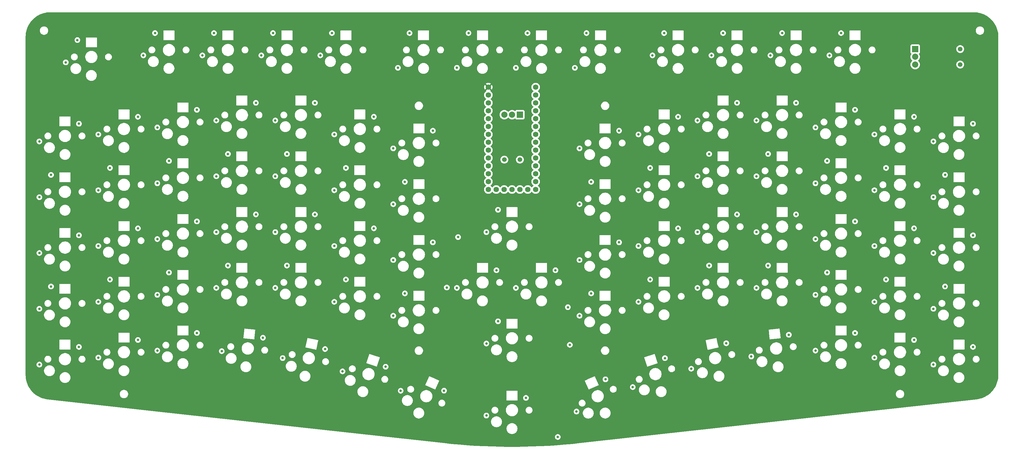
<source format=gbr>
%TF.GenerationSoftware,KiCad,Pcbnew,8.0.5*%
%TF.CreationDate,2024-10-10T16:29:34+02:00*%
%TF.ProjectId,eepyboard_rev2,65657079-626f-4617-9264-5f726576322e,1.1*%
%TF.SameCoordinates,Original*%
%TF.FileFunction,Copper,L2,Inr*%
%TF.FilePolarity,Positive*%
%FSLAX46Y46*%
G04 Gerber Fmt 4.6, Leading zero omitted, Abs format (unit mm)*
G04 Created by KiCad (PCBNEW 8.0.5) date 2024-10-10 16:29:34*
%MOMM*%
%LPD*%
G01*
G04 APERTURE LIST*
%TA.AperFunction,ComponentPad*%
%ADD10C,1.500000*%
%TD*%
%TA.AperFunction,ComponentPad*%
%ADD11R,2.000000X2.000000*%
%TD*%
%TA.AperFunction,ComponentPad*%
%ADD12C,2.000000*%
%TD*%
%TA.AperFunction,ComponentPad*%
%ADD13C,1.752600*%
%TD*%
%TA.AperFunction,ViaPad*%
%ADD14C,0.800000*%
%TD*%
G04 APERTURE END LIST*
D10*
%TO.N,diode_rotary_top_right*%
%TO.C,ROT2*%
X363327814Y-75308303D03*
%TO.N,COL15*%
X363327813Y-80308302D03*
D11*
%TO.N,rotary_top_right_a*%
X348827810Y-75308300D03*
D12*
%TO.N,rotary_top_right_b*%
X348827813Y-80308304D03*
%TO.N,GND*%
X348827813Y-77808302D03*
%TD*%
D13*
%TO.N,rotary_top_right_a*%
%TO.C,MCU1*%
X226567813Y-87588301D03*
%TO.N,rotary_top_right_b*%
X226567812Y-90128301D03*
%TO.N,rotary_center_b*%
X226567812Y-92668298D03*
%TO.N,rotary_center_a*%
X226567812Y-95208301D03*
%TO.N,GP4*%
X226567812Y-97748301D03*
%TO.N,GP5*%
X226567812Y-100288301D03*
%TO.N,COL15*%
X226567812Y-102828301D03*
%TO.N,COL14*%
X226567812Y-105368301D03*
%TO.N,COL13*%
X226567812Y-107908301D03*
%TO.N,COL12*%
X226567812Y-110448301D03*
%TO.N,COL11*%
X226567812Y-112988301D03*
%TO.N,COL10*%
X226567812Y-115528304D03*
%TO.N,COL9*%
X226567812Y-118068301D03*
%TO.N,ROW1*%
X226567812Y-120608301D03*
%TO.N,ROW2*%
X224027812Y-120608301D03*
%TO.N,ROW5*%
X221487812Y-120608301D03*
%TO.N,GP16*%
X218947812Y-120608299D03*
%TO.N,COL8*%
X216407812Y-120608301D03*
%TO.N,ROW4*%
X213867812Y-120608301D03*
%TO.N,VCC*%
X211327812Y-87588301D03*
%TO.N,GND*%
X211327812Y-90128301D03*
%TO.N,RST*%
X211327812Y-92668298D03*
%TO.N,3V3*%
X211327812Y-95208301D03*
%TO.N,led_din_function_esc*%
X211327812Y-97748301D03*
%TO.N,ROW6*%
X211327812Y-100288301D03*
%TO.N,COL1*%
X211327812Y-102828301D03*
%TO.N,COL2*%
X211327812Y-105368301D03*
%TO.N,COL3*%
X211327812Y-107908301D03*
%TO.N,COL4*%
X211327812Y-110448301D03*
%TO.N,COL5*%
X211327812Y-112988301D03*
%TO.N,COL6*%
X211327812Y-115528304D03*
%TO.N,COL7*%
X211327812Y-118068301D03*
%TO.N,ROW3*%
X211327811Y-120608301D03*
%TD*%
D12*
%TO.N,GND*%
%TO.C,ROT1*%
X218987812Y-96478301D03*
%TO.N,rotary_center_b*%
X216487810Y-96478301D03*
D11*
%TO.N,rotary_center_a*%
X221487814Y-96478298D03*
D10*
%TO.N,COL8*%
X216487812Y-110978301D03*
%TO.N,diode_rotary_center*%
X221487811Y-110978302D03*
%TD*%
D14*
%TO.N,COL15*%
X354697814Y-105098303D03*
X354697814Y-159098303D03*
X354697814Y-141098303D03*
X354697814Y-177098303D03*
X354697814Y-123098303D03*
%TO.N,COL14*%
X321197813Y-77348300D03*
X335697814Y-120848303D03*
X335697814Y-102848303D03*
X335697814Y-138848303D03*
X335697814Y-174848303D03*
X335697814Y-156848303D03*
%TO.N,COL13*%
X316697814Y-100598303D03*
X316697814Y-118598303D03*
X316697810Y-172598303D03*
X316697810Y-154598304D03*
X316697810Y-136598303D03*
X302197813Y-77348300D03*
%TO.N,COL12*%
X297697809Y-134348304D03*
X283197813Y-77348300D03*
X297697814Y-98348303D03*
X297697814Y-116348303D03*
X296037216Y-174493398D03*
X297697809Y-152348303D03*
%TO.N,COL11*%
X278697814Y-116348303D03*
X278697810Y-134348304D03*
X278697810Y-152348304D03*
X264197813Y-77348300D03*
X276682414Y-178433206D03*
X278697814Y-98348303D03*
%TO.N,COL10*%
X259697814Y-120848303D03*
X259697811Y-156848304D03*
X259697811Y-138848305D03*
X259697814Y-102848303D03*
X257845465Y-184374557D03*
X239197813Y-81348300D03*
%TO.N,COL9*%
X239732746Y-192252357D03*
X240697814Y-107348303D03*
X240697809Y-143348302D03*
X240697814Y-125348303D03*
X240697810Y-161348302D03*
X220197813Y-81348300D03*
%TO.N,ROW1*%
X233697813Y-200448076D03*
%TO.N,ROW2*%
X237572813Y-170723300D03*
%TO.N,ROW5*%
X236947813Y-158598300D03*
%TO.N,COL8*%
X201197814Y-152348303D03*
X210697814Y-193548077D03*
X210697814Y-134348303D03*
X220197814Y-152348303D03*
X210697813Y-170298076D03*
%TO.N,ROW4*%
X201572813Y-135973300D03*
%TO.N,VCC*%
X320447815Y-128535800D03*
X339447815Y-94785802D03*
X232947812Y-72410799D03*
X214447813Y-185485577D03*
X348447815Y-115910802D03*
X189794488Y-179701006D03*
X127447815Y-126285801D03*
X282447815Y-126285803D03*
X291447815Y-111410805D03*
X184447815Y-135285804D03*
X174447815Y-151910800D03*
X146447815Y-90285800D03*
X339447815Y-130785800D03*
X194947812Y-72410802D03*
X117447815Y-113660805D03*
X127447815Y-90285804D03*
X263447815Y-130785804D03*
X301447815Y-126285800D03*
X165447815Y-130785803D03*
X291447815Y-147410804D03*
X310447815Y-111410801D03*
X358447815Y-97035800D03*
X117447815Y-149660801D03*
X358447815Y-133035800D03*
X223447815Y-165410800D03*
X298923915Y-166083085D03*
X258920478Y-175547851D03*
X131947812Y-72410802D03*
X239879229Y-183361636D03*
X358447815Y-169035800D03*
X79447815Y-154160800D03*
X272447815Y-151910801D03*
X130021012Y-165142327D03*
X136447815Y-111410800D03*
X155447815Y-147410803D03*
X301447815Y-90285800D03*
X282447815Y-90285801D03*
X108447815Y-92535803D03*
X174447815Y-115910802D03*
X150947812Y-72410803D03*
X98447815Y-115910802D03*
X108447815Y-128535799D03*
X89447815Y-94785802D03*
X169947812Y-72410801D03*
X98447815Y-151910803D03*
X310447815Y-147410800D03*
X244447815Y-135285805D03*
X320447814Y-164535803D03*
X170415639Y-172766696D03*
X333947812Y-72410801D03*
X339447815Y-166785802D03*
X193447815Y-156410800D03*
X79447815Y-118160804D03*
X213947812Y-72410803D03*
X223947815Y-144285802D03*
X150418112Y-167896012D03*
X165447815Y-94785802D03*
X329447815Y-113660800D03*
X136447815Y-147410803D03*
X204947815Y-144285806D03*
X253447815Y-120410798D03*
X70447815Y-97035803D03*
X93447813Y-79598303D03*
X272447815Y-115910799D03*
X108447815Y-164535802D03*
X223447815Y-129410801D03*
X146447815Y-126285801D03*
X367447815Y-118160803D03*
X70447815Y-133035799D03*
X320447815Y-92535801D03*
X251947812Y-72410801D03*
X89447815Y-130785801D03*
X314947812Y-72410802D03*
X89447815Y-166785802D03*
X348447815Y-151910801D03*
X329447815Y-149660802D03*
X112947812Y-72410804D03*
X295947812Y-72410804D03*
X193447815Y-120410803D03*
X244447815Y-99285802D03*
X184447815Y-99285800D03*
X367447815Y-154160802D03*
X70447815Y-169035799D03*
X155447815Y-111410804D03*
X276947812Y-72410803D03*
X263447815Y-94785803D03*
X278674182Y-169767220D03*
X253447815Y-156410805D03*
%TO.N,GND*%
X223947812Y-70148303D03*
X286947812Y-70148305D03*
X165447815Y-149648300D03*
X301447815Y-109148302D03*
X155447815Y-92648306D03*
X79447815Y-135398302D03*
X305947812Y-70148301D03*
X244447815Y-154148302D03*
X155447815Y-128648301D03*
X358447815Y-115898304D03*
X253447815Y-101648302D03*
X89447815Y-113648301D03*
X253447815Y-137648303D03*
X308121558Y-167491883D03*
X174447815Y-97148299D03*
X324947812Y-70148301D03*
X329447813Y-166898298D03*
X244447815Y-118148302D03*
X320447815Y-111398299D03*
X117447815Y-94898302D03*
X98447815Y-169148299D03*
X320447815Y-147398299D03*
X89447815Y-149648301D03*
X223447813Y-187848075D03*
X287968702Y-170206888D03*
X70447815Y-151898301D03*
X79447815Y-99398302D03*
X117447818Y-166898301D03*
X282447815Y-145148303D03*
X197055483Y-185519886D03*
X98447815Y-133148301D03*
X329447815Y-130898300D03*
X367447815Y-171398298D03*
X70447815Y-115898301D03*
X367447815Y-99398299D03*
X267947812Y-70148303D03*
X185947812Y-70148304D03*
X348447815Y-133148300D03*
X127447815Y-109148302D03*
X122947812Y-70148304D03*
X348447815Y-169148300D03*
X291447815Y-128648304D03*
X117447815Y-130898304D03*
X310447815Y-92648303D03*
X263447815Y-113648300D03*
X348447815Y-97148301D03*
X103947812Y-70148303D03*
X249062053Y-181859254D03*
X204947812Y-70148303D03*
X214447815Y-127148302D03*
X98447815Y-97148302D03*
X136447815Y-92648300D03*
X127447815Y-145148300D03*
X329447815Y-94898300D03*
X79447815Y-171398302D03*
X138724760Y-168432639D03*
X146447815Y-145148304D03*
X367447815Y-135398302D03*
X301447815Y-145148300D03*
X184447815Y-154148301D03*
X108447815Y-111398301D03*
X339447815Y-113648301D03*
X268210037Y-175013570D03*
X108447815Y-147398302D03*
X272447815Y-133148298D03*
X263447815Y-149648299D03*
X339447815Y-149648299D03*
X214447815Y-163148302D03*
X282447815Y-109148302D03*
X158730250Y-172078092D03*
X184447815Y-118148299D03*
X193447815Y-137648303D03*
X174447815Y-133148301D03*
X310447815Y-128648298D03*
X160947812Y-70148299D03*
X242947812Y-70148300D03*
X232947815Y-146648300D03*
X165447815Y-113648302D03*
X358447815Y-151898299D03*
X136447815Y-128648303D03*
X291447815Y-92648302D03*
X78947812Y-72398303D03*
X141947812Y-70148301D03*
X146447815Y-109148300D03*
X193447815Y-101648300D03*
X213947815Y-146648302D03*
X178245095Y-177794722D03*
X272447815Y-97148303D03*
%TO.N,COL1*%
X66697814Y-105098303D03*
X66697814Y-123098303D03*
X66697814Y-141098303D03*
X75197813Y-79598300D03*
X66697814Y-159098303D03*
X66697814Y-177098303D03*
%TO.N,COL2*%
X100197811Y-77348300D03*
X85697814Y-156848303D03*
X85697814Y-174848303D03*
X85697814Y-120848303D03*
X85697814Y-138848303D03*
X85697814Y-102848303D03*
%TO.N,COL3*%
X104697814Y-172598303D03*
X104697814Y-136598303D03*
X104697814Y-154598303D03*
X119197811Y-77348300D03*
X104697814Y-100598303D03*
X104697814Y-118598303D03*
%TO.N,COL4*%
X123697811Y-152348301D03*
X138197811Y-77348300D03*
X123697811Y-134348303D03*
X123697814Y-98348303D03*
X123697814Y-116348303D03*
X125448793Y-172768674D03*
%TO.N,COL5*%
X142697814Y-116348303D03*
X145073771Y-175002660D03*
X157197811Y-77348300D03*
X142697814Y-98348303D03*
X142697811Y-134348304D03*
X142697810Y-152348302D03*
%TO.N,COL6*%
X182197813Y-81348300D03*
X161697814Y-102848303D03*
X161697811Y-138848301D03*
X161697808Y-156848300D03*
X164357724Y-179275779D03*
X161697814Y-120848303D03*
%TO.N,COL7*%
X201197813Y-81348300D03*
X183089378Y-185541204D03*
X180697812Y-161348302D03*
X180697812Y-143348302D03*
X180697814Y-125348303D03*
X180697814Y-107348303D03*
%TO.N,ROW3*%
X197947813Y-152248303D03*
%TD*%
%TA.AperFunction,Conductor*%
%TO.N,VCC*%
G36*
X367699922Y-63423873D02*
G01*
X368234383Y-63442132D01*
X368242804Y-63442709D01*
X368772678Y-63497182D01*
X368781016Y-63498328D01*
X369305952Y-63588837D01*
X369314197Y-63590551D01*
X369831715Y-63716667D01*
X369839829Y-63718940D01*
X370300664Y-63865204D01*
X370347534Y-63880080D01*
X370355489Y-63882906D01*
X370851036Y-64078326D01*
X370858744Y-64081674D01*
X371339775Y-64310443D01*
X371347267Y-64314325D01*
X371811552Y-64575380D01*
X371811568Y-64575389D01*
X371818802Y-64579789D01*
X372264162Y-64871902D01*
X372271079Y-64876784D01*
X372695503Y-65198636D01*
X372702047Y-65203961D01*
X373103502Y-65554011D01*
X373109690Y-65559790D01*
X373486319Y-65936421D01*
X373492098Y-65942609D01*
X373842138Y-66344052D01*
X373847482Y-66350620D01*
X374169317Y-66775023D01*
X374174200Y-66781940D01*
X374466325Y-67227322D01*
X374470724Y-67234556D01*
X374731774Y-67698833D01*
X374735669Y-67706351D01*
X374964417Y-68187341D01*
X374967791Y-68195107D01*
X375163193Y-68690615D01*
X375166028Y-68698593D01*
X375327157Y-69206266D01*
X375329441Y-69214420D01*
X375455545Y-69731896D01*
X375457268Y-69740185D01*
X375547769Y-70265074D01*
X375548922Y-70273462D01*
X375603390Y-70803298D01*
X375603968Y-70811745D01*
X375622241Y-71346645D01*
X375622313Y-71350879D01*
X375622309Y-180409766D01*
X375622309Y-180432229D01*
X375622241Y-180436345D01*
X375604986Y-180955926D01*
X375604440Y-180964139D01*
X375552957Y-181479379D01*
X375551867Y-181487537D01*
X375466316Y-181998218D01*
X375464687Y-182006287D01*
X375345446Y-182510160D01*
X375343286Y-182518103D01*
X375190870Y-183012979D01*
X375188187Y-183020760D01*
X375003285Y-183504409D01*
X375000092Y-183511996D01*
X374783506Y-183982321D01*
X374779817Y-183989679D01*
X374532504Y-184444600D01*
X374528335Y-184451697D01*
X374251390Y-184889202D01*
X374246759Y-184896008D01*
X373941385Y-185314189D01*
X373936313Y-185320671D01*
X373603882Y-185717659D01*
X373598391Y-185723791D01*
X373240346Y-186097857D01*
X373234459Y-186103611D01*
X372852389Y-186453094D01*
X372846135Y-186458445D01*
X372441721Y-186781811D01*
X372435125Y-186786735D01*
X372010154Y-187082554D01*
X372003246Y-187087030D01*
X371559580Y-187354006D01*
X371552391Y-187358014D01*
X371319084Y-187478090D01*
X371140297Y-187570106D01*
X371091982Y-187594972D01*
X371084542Y-187598493D01*
X370609447Y-187804374D01*
X370601790Y-187807395D01*
X370114050Y-187981315D01*
X370106209Y-187983820D01*
X369608053Y-188124984D01*
X369600063Y-188126965D01*
X369093585Y-188234779D01*
X369085482Y-188236224D01*
X368571109Y-188310466D01*
X368567026Y-188310987D01*
X240925174Y-202427809D01*
X240924375Y-202427894D01*
X238348849Y-202695859D01*
X238347250Y-202696015D01*
X235768725Y-202930560D01*
X235767124Y-202930695D01*
X233185853Y-203131801D01*
X233184250Y-203131916D01*
X230600442Y-203299565D01*
X230598838Y-203299658D01*
X228013225Y-203433803D01*
X228011619Y-203433876D01*
X225424414Y-203534508D01*
X225422808Y-203534560D01*
X222834591Y-203601655D01*
X222832985Y-203601687D01*
X220243963Y-203635240D01*
X220242356Y-203635250D01*
X217653270Y-203635250D01*
X217651663Y-203635240D01*
X215062639Y-203601688D01*
X215061033Y-203601656D01*
X212472816Y-203534560D01*
X212471210Y-203534508D01*
X209884006Y-203433877D01*
X209882400Y-203433804D01*
X207296786Y-203299660D01*
X207295182Y-203299567D01*
X204711375Y-203131918D01*
X204709772Y-203131803D01*
X202128501Y-202930697D01*
X202126900Y-202930562D01*
X199548374Y-202696018D01*
X199546775Y-202695862D01*
X196970755Y-202427844D01*
X196969956Y-202427759D01*
X179070017Y-200448076D01*
X232784309Y-200448076D01*
X232804271Y-200638004D01*
X232804272Y-200638007D01*
X232863283Y-200819625D01*
X232863286Y-200819632D01*
X232958773Y-200985020D01*
X233086560Y-201126942D01*
X233241061Y-201239194D01*
X233415525Y-201316870D01*
X233602326Y-201356576D01*
X233793300Y-201356576D01*
X233980101Y-201316870D01*
X234154565Y-201239194D01*
X234309066Y-201126942D01*
X234436853Y-200985020D01*
X234532340Y-200819632D01*
X234591355Y-200638004D01*
X234611317Y-200448076D01*
X234591355Y-200258148D01*
X234532340Y-200076520D01*
X234436853Y-199911132D01*
X234309066Y-199769210D01*
X234154565Y-199656958D01*
X233980101Y-199579282D01*
X233980099Y-199579281D01*
X233793300Y-199539576D01*
X233602326Y-199539576D01*
X233415527Y-199579281D01*
X233241059Y-199656959D01*
X233086558Y-199769211D01*
X232958772Y-199911133D01*
X232863286Y-200076519D01*
X232863283Y-200076526D01*
X232804272Y-200258144D01*
X232804271Y-200258148D01*
X232784309Y-200448076D01*
X179070017Y-200448076D01*
X153619634Y-197633335D01*
X217197316Y-197633335D01*
X217197316Y-197862818D01*
X217222262Y-198052292D01*
X217227268Y-198090315D01*
X217227269Y-198090317D01*
X217286658Y-198311964D01*
X217374466Y-198523953D01*
X217374473Y-198523967D01*
X217489208Y-198722694D01*
X217628897Y-198904738D01*
X217628905Y-198904747D01*
X217791146Y-199066988D01*
X217791154Y-199066995D01*
X217973198Y-199206684D01*
X217973201Y-199206685D01*
X217973204Y-199206688D01*
X218171928Y-199321421D01*
X218171933Y-199321423D01*
X218171939Y-199321426D01*
X218263296Y-199359267D01*
X218383929Y-199409235D01*
X218605578Y-199468625D01*
X218833082Y-199498577D01*
X218833089Y-199498577D01*
X219062543Y-199498577D01*
X219062550Y-199498577D01*
X219290054Y-199468625D01*
X219511703Y-199409235D01*
X219723704Y-199321421D01*
X219922428Y-199206688D01*
X220104477Y-199066996D01*
X220104481Y-199066991D01*
X220104486Y-199066988D01*
X220266727Y-198904747D01*
X220266730Y-198904742D01*
X220266735Y-198904738D01*
X220406427Y-198722689D01*
X220521160Y-198523965D01*
X220608974Y-198311964D01*
X220668364Y-198090315D01*
X220698316Y-197862811D01*
X220698316Y-197633343D01*
X220668364Y-197405839D01*
X220608974Y-197184190D01*
X220535450Y-197006688D01*
X220521165Y-196972200D01*
X220521162Y-196972194D01*
X220521160Y-196972189D01*
X220406427Y-196773465D01*
X220406424Y-196773462D01*
X220406423Y-196773459D01*
X220266734Y-196591415D01*
X220266727Y-196591407D01*
X220104486Y-196429166D01*
X220104477Y-196429158D01*
X219922433Y-196289469D01*
X219723706Y-196174734D01*
X219723692Y-196174727D01*
X219511703Y-196086919D01*
X219290054Y-196027529D01*
X219252031Y-196022523D01*
X219062557Y-195997577D01*
X219062550Y-195997577D01*
X218833082Y-195997577D01*
X218833074Y-195997577D01*
X218616531Y-196026086D01*
X218605578Y-196027529D01*
X218511892Y-196052631D01*
X218383928Y-196086919D01*
X218171939Y-196174727D01*
X218171925Y-196174734D01*
X217973198Y-196289469D01*
X217791154Y-196429158D01*
X217628897Y-196591415D01*
X217489208Y-196773459D01*
X217374473Y-196972186D01*
X217374466Y-196972200D01*
X217286658Y-197184189D01*
X217227269Y-197405836D01*
X217227267Y-197405847D01*
X217197316Y-197633335D01*
X153619634Y-197633335D01*
X133727628Y-195433335D01*
X212197316Y-195433335D01*
X212197316Y-195662818D01*
X212222262Y-195852292D01*
X212227268Y-195890315D01*
X212264034Y-196027528D01*
X212286658Y-196111964D01*
X212374466Y-196323953D01*
X212374473Y-196323967D01*
X212489208Y-196522694D01*
X212628897Y-196704738D01*
X212628905Y-196704747D01*
X212791146Y-196866988D01*
X212791154Y-196866995D01*
X212973198Y-197006684D01*
X212973201Y-197006685D01*
X212973204Y-197006688D01*
X213171928Y-197121421D01*
X213171933Y-197121423D01*
X213171939Y-197121426D01*
X213263296Y-197159267D01*
X213383929Y-197209235D01*
X213605578Y-197268625D01*
X213833082Y-197298577D01*
X213833089Y-197298577D01*
X214062543Y-197298577D01*
X214062550Y-197298577D01*
X214290054Y-197268625D01*
X214511703Y-197209235D01*
X214723704Y-197121421D01*
X214922428Y-197006688D01*
X215104477Y-196866996D01*
X215104481Y-196866991D01*
X215104486Y-196866988D01*
X215266727Y-196704747D01*
X215266730Y-196704742D01*
X215266735Y-196704738D01*
X215406427Y-196522689D01*
X215521160Y-196323965D01*
X215608974Y-196111964D01*
X215668364Y-195890315D01*
X215698316Y-195662811D01*
X215698316Y-195433343D01*
X215668364Y-195205839D01*
X215608974Y-194984190D01*
X215521160Y-194772189D01*
X215406427Y-194573465D01*
X215406424Y-194573462D01*
X215406423Y-194573459D01*
X215287679Y-194418711D01*
X215266735Y-194391416D01*
X215266734Y-194391415D01*
X215266727Y-194391407D01*
X215104486Y-194229166D01*
X215104477Y-194229158D01*
X214922433Y-194089469D01*
X214914725Y-194085019D01*
X214723704Y-193974733D01*
X214723692Y-193974727D01*
X214511703Y-193886919D01*
X214290054Y-193827529D01*
X214252031Y-193822523D01*
X214062557Y-193797577D01*
X214062550Y-193797577D01*
X213833082Y-193797577D01*
X213833074Y-193797577D01*
X213616531Y-193826086D01*
X213605578Y-193827529D01*
X213511892Y-193852631D01*
X213383928Y-193886919D01*
X213171939Y-193974727D01*
X213171925Y-193974734D01*
X212973198Y-194089469D01*
X212791154Y-194229158D01*
X212628897Y-194391415D01*
X212489208Y-194573459D01*
X212374473Y-194772186D01*
X212374466Y-194772200D01*
X212286658Y-194984189D01*
X212227269Y-195205836D01*
X212227267Y-195205847D01*
X212197316Y-195433335D01*
X133727628Y-195433335D01*
X108280283Y-192618930D01*
X187167335Y-192618930D01*
X187167335Y-192848413D01*
X187178238Y-192931223D01*
X187197287Y-193075910D01*
X187256676Y-193297556D01*
X187256677Y-193297559D01*
X187344485Y-193509548D01*
X187344492Y-193509562D01*
X187459227Y-193708289D01*
X187598916Y-193890333D01*
X187598924Y-193890342D01*
X187761165Y-194052583D01*
X187761173Y-194052590D01*
X187943217Y-194192279D01*
X187943220Y-194192280D01*
X187943223Y-194192283D01*
X188141947Y-194307016D01*
X188141952Y-194307018D01*
X188141958Y-194307021D01*
X188219629Y-194339193D01*
X188353948Y-194394830D01*
X188575597Y-194454220D01*
X188792147Y-194482729D01*
X188803070Y-194484168D01*
X188803101Y-194484172D01*
X188803108Y-194484172D01*
X189032562Y-194484172D01*
X189032569Y-194484172D01*
X189260073Y-194454220D01*
X189481722Y-194394830D01*
X189693723Y-194307016D01*
X189892447Y-194192283D01*
X190074496Y-194052591D01*
X190074500Y-194052586D01*
X190074505Y-194052583D01*
X190236746Y-193890342D01*
X190236749Y-193890337D01*
X190236754Y-193890333D01*
X190376446Y-193708284D01*
X190468941Y-193548077D01*
X209784310Y-193548077D01*
X209804272Y-193738005D01*
X209804273Y-193738008D01*
X209863284Y-193919626D01*
X209863287Y-193919633D01*
X209958774Y-194085021D01*
X210055347Y-194192276D01*
X210076855Y-194216164D01*
X210086561Y-194226943D01*
X210241062Y-194339195D01*
X210415526Y-194416871D01*
X210602327Y-194456577D01*
X210793301Y-194456577D01*
X210980102Y-194416871D01*
X211154566Y-194339195D01*
X211309067Y-194226943D01*
X211436854Y-194085021D01*
X211532341Y-193919633D01*
X211591356Y-193738005D01*
X211611318Y-193548077D01*
X211591356Y-193358149D01*
X211532341Y-193176521D01*
X211436854Y-193011133D01*
X211309067Y-192869211D01*
X211154566Y-192756959D01*
X210980102Y-192679283D01*
X210980100Y-192679282D01*
X210793301Y-192639577D01*
X210602327Y-192639577D01*
X210415528Y-192679282D01*
X210241060Y-192756960D01*
X210086559Y-192869212D01*
X209958773Y-193011134D01*
X209863287Y-193176520D01*
X209863284Y-193176527D01*
X209804273Y-193358145D01*
X209804272Y-193358149D01*
X209784310Y-193548077D01*
X190468941Y-193548077D01*
X190491179Y-193509560D01*
X190578993Y-193297559D01*
X190638383Y-193075910D01*
X190668335Y-192848406D01*
X190668335Y-192618938D01*
X190638383Y-192391434D01*
X190578993Y-192169785D01*
X190529025Y-192049152D01*
X190491184Y-191957795D01*
X190491181Y-191957789D01*
X190491179Y-191957784D01*
X190376446Y-191759060D01*
X190376443Y-191759057D01*
X190376442Y-191759054D01*
X190339867Y-191711389D01*
X212346416Y-191711389D01*
X212346416Y-191884764D01*
X212373536Y-192055990D01*
X212427106Y-192220865D01*
X212427107Y-192220868D01*
X212443152Y-192252357D01*
X212505814Y-192375337D01*
X212607715Y-192515591D01*
X212730302Y-192638178D01*
X212870556Y-192740079D01*
X212903685Y-192756959D01*
X213025024Y-192818785D01*
X213025027Y-192818786D01*
X213107464Y-192845571D01*
X213189904Y-192872357D01*
X213269207Y-192884917D01*
X213361129Y-192899477D01*
X213361134Y-192899477D01*
X213534503Y-192899477D01*
X213617511Y-192886329D01*
X213705728Y-192872357D01*
X213870607Y-192818785D01*
X214025076Y-192740079D01*
X214165330Y-192638178D01*
X214287917Y-192515591D01*
X214389818Y-192375337D01*
X214468524Y-192220868D01*
X214522096Y-192055989D01*
X214537651Y-191957778D01*
X214549216Y-191884764D01*
X214549216Y-191711389D01*
X214542546Y-191669276D01*
X216982816Y-191669276D01*
X216982816Y-191926877D01*
X217012235Y-192150329D01*
X217016438Y-192182252D01*
X217026784Y-192220865D01*
X217083105Y-192431059D01*
X217181675Y-192669029D01*
X217181683Y-192669046D01*
X217310468Y-192892107D01*
X217310479Y-192892123D01*
X217467279Y-193096469D01*
X217467285Y-193096476D01*
X217649416Y-193278607D01*
X217649423Y-193278613D01*
X217794945Y-193390276D01*
X217853778Y-193435420D01*
X217853785Y-193435424D01*
X218076846Y-193564209D01*
X218076851Y-193564211D01*
X218076854Y-193564213D01*
X218076858Y-193564214D01*
X218076863Y-193564217D01*
X218171202Y-193603293D01*
X218314832Y-193662787D01*
X218563641Y-193729455D01*
X218819023Y-193763077D01*
X218819030Y-193763077D01*
X219076602Y-193763077D01*
X219076609Y-193763077D01*
X219331991Y-193729455D01*
X219580800Y-193662787D01*
X219818778Y-193564213D01*
X220041854Y-193435420D01*
X220246210Y-193278612D01*
X220428351Y-193096471D01*
X220585159Y-192892115D01*
X220713952Y-192669039D01*
X220812526Y-192431061D01*
X220879194Y-192182252D01*
X220912816Y-191926870D01*
X220912816Y-191711389D01*
X223346416Y-191711389D01*
X223346416Y-191884764D01*
X223373536Y-192055990D01*
X223427106Y-192220865D01*
X223427107Y-192220868D01*
X223443152Y-192252357D01*
X223505814Y-192375337D01*
X223607715Y-192515591D01*
X223730302Y-192638178D01*
X223870556Y-192740079D01*
X223903685Y-192756959D01*
X224025024Y-192818785D01*
X224025027Y-192818786D01*
X224107464Y-192845571D01*
X224189904Y-192872357D01*
X224269207Y-192884917D01*
X224361129Y-192899477D01*
X224361134Y-192899477D01*
X224534503Y-192899477D01*
X224617511Y-192886329D01*
X224705728Y-192872357D01*
X224870607Y-192818785D01*
X225025076Y-192740079D01*
X225165330Y-192638178D01*
X225287917Y-192515591D01*
X225389818Y-192375337D01*
X225452480Y-192252357D01*
X238819242Y-192252357D01*
X238839204Y-192442285D01*
X238839205Y-192442288D01*
X238898216Y-192623906D01*
X238898219Y-192623913D01*
X238993706Y-192789301D01*
X239121493Y-192931223D01*
X239275994Y-193043475D01*
X239450458Y-193121151D01*
X239637259Y-193160857D01*
X239828233Y-193160857D01*
X240015034Y-193121151D01*
X240189498Y-193043475D01*
X240343999Y-192931223D01*
X240471786Y-192789301D01*
X240556362Y-192642811D01*
X241764743Y-192642811D01*
X241764743Y-192872294D01*
X241783023Y-193011134D01*
X241794695Y-193099791D01*
X241815255Y-193176521D01*
X241854085Y-193321440D01*
X241941893Y-193533429D01*
X241941899Y-193533441D01*
X242042845Y-193708286D01*
X242056635Y-193732170D01*
X242196324Y-193914214D01*
X242196332Y-193914223D01*
X242358573Y-194076464D01*
X242358581Y-194076471D01*
X242540625Y-194216160D01*
X242540628Y-194216161D01*
X242540631Y-194216164D01*
X242739355Y-194330897D01*
X242739360Y-194330899D01*
X242739366Y-194330902D01*
X242830723Y-194368743D01*
X242951356Y-194418711D01*
X243173005Y-194478101D01*
X243400509Y-194508053D01*
X243400516Y-194508053D01*
X243629970Y-194508053D01*
X243629977Y-194508053D01*
X243857481Y-194478101D01*
X244079130Y-194418711D01*
X244291131Y-194330897D01*
X244489855Y-194216164D01*
X244671904Y-194076472D01*
X244671908Y-194076467D01*
X244671913Y-194076464D01*
X244834154Y-193914223D01*
X244834157Y-193914218D01*
X244834162Y-193914214D01*
X244973854Y-193732165D01*
X245088587Y-193533441D01*
X245176401Y-193321440D01*
X245235791Y-193099791D01*
X245265743Y-192872287D01*
X245265743Y-192642819D01*
X245262598Y-192618927D01*
X247227291Y-192618927D01*
X247227291Y-192848410D01*
X247248715Y-193011133D01*
X247257243Y-193075907D01*
X247269366Y-193121151D01*
X247316633Y-193297556D01*
X247404441Y-193509545D01*
X247404448Y-193509559D01*
X247519183Y-193708286D01*
X247658872Y-193890330D01*
X247658880Y-193890339D01*
X247821121Y-194052580D01*
X247821129Y-194052587D01*
X248003173Y-194192276D01*
X248003176Y-194192277D01*
X248003179Y-194192280D01*
X248201903Y-194307013D01*
X248201908Y-194307015D01*
X248201914Y-194307018D01*
X248259576Y-194330902D01*
X248413904Y-194394827D01*
X248635553Y-194454217D01*
X248863057Y-194484169D01*
X248863064Y-194484169D01*
X249092518Y-194484169D01*
X249092525Y-194484169D01*
X249320029Y-194454217D01*
X249541678Y-194394827D01*
X249753679Y-194307013D01*
X249952403Y-194192280D01*
X250134452Y-194052588D01*
X250134456Y-194052583D01*
X250134461Y-194052580D01*
X250296702Y-193890339D01*
X250296707Y-193890333D01*
X250296710Y-193890330D01*
X250436402Y-193708281D01*
X250551135Y-193509557D01*
X250638949Y-193297556D01*
X250698339Y-193075907D01*
X250728291Y-192848403D01*
X250728291Y-192618935D01*
X250698339Y-192391431D01*
X250638949Y-192169782D01*
X250551135Y-191957781D01*
X250436402Y-191759057D01*
X250436399Y-191759054D01*
X250436398Y-191759051D01*
X250296712Y-191577011D01*
X250296710Y-191577008D01*
X250296709Y-191577007D01*
X250296702Y-191576999D01*
X250134461Y-191414758D01*
X250134452Y-191414750D01*
X249952408Y-191275061D01*
X249753681Y-191160326D01*
X249753667Y-191160319D01*
X249541678Y-191072511D01*
X249320029Y-191013121D01*
X249273939Y-191007053D01*
X249092532Y-190983169D01*
X249092525Y-190983169D01*
X248863057Y-190983169D01*
X248863049Y-190983169D01*
X248646506Y-191011678D01*
X248635553Y-191013121D01*
X248546419Y-191037004D01*
X248413903Y-191072511D01*
X248201914Y-191160319D01*
X248201900Y-191160326D01*
X248003173Y-191275061D01*
X247821129Y-191414750D01*
X247658872Y-191577007D01*
X247519183Y-191759051D01*
X247404448Y-191957778D01*
X247404441Y-191957792D01*
X247316633Y-192169781D01*
X247257244Y-192391428D01*
X247257242Y-192391439D01*
X247227291Y-192618927D01*
X245262598Y-192618927D01*
X245235791Y-192415315D01*
X245176401Y-192193666D01*
X245088587Y-191981665D01*
X244973854Y-191782941D01*
X244973851Y-191782938D01*
X244973850Y-191782935D01*
X244834161Y-191600891D01*
X244834154Y-191600883D01*
X244671913Y-191438642D01*
X244671904Y-191438634D01*
X244489860Y-191298945D01*
X244448486Y-191275058D01*
X244291131Y-191184209D01*
X244291119Y-191184203D01*
X244079130Y-191096395D01*
X243857481Y-191037005D01*
X243819458Y-191031999D01*
X243629984Y-191007053D01*
X243629977Y-191007053D01*
X243400509Y-191007053D01*
X243400501Y-191007053D01*
X243183958Y-191035562D01*
X243173005Y-191037005D01*
X243079319Y-191062107D01*
X242951355Y-191096395D01*
X242739366Y-191184203D01*
X242739352Y-191184210D01*
X242540625Y-191298945D01*
X242358581Y-191438634D01*
X242196324Y-191600891D01*
X242056635Y-191782935D01*
X241941900Y-191981662D01*
X241941893Y-191981676D01*
X241854085Y-192193665D01*
X241854085Y-192193666D01*
X241801093Y-192391439D01*
X241794696Y-192415312D01*
X241794694Y-192415323D01*
X241764743Y-192642811D01*
X240556362Y-192642811D01*
X240567273Y-192623913D01*
X240626288Y-192442285D01*
X240646250Y-192252357D01*
X240626288Y-192062429D01*
X240567273Y-191880801D01*
X240471786Y-191715413D01*
X240343999Y-191573491D01*
X240189498Y-191461239D01*
X240015034Y-191383563D01*
X240015032Y-191383562D01*
X239828233Y-191343857D01*
X239637259Y-191343857D01*
X239450460Y-191383562D01*
X239275992Y-191461240D01*
X239121491Y-191573492D01*
X238993705Y-191715414D01*
X238898219Y-191880800D01*
X238898216Y-191880807D01*
X238841296Y-192055990D01*
X238839204Y-192062429D01*
X238819242Y-192252357D01*
X225452480Y-192252357D01*
X225468524Y-192220868D01*
X225522096Y-192055989D01*
X225537651Y-191957778D01*
X225549216Y-191884764D01*
X225549216Y-191711389D01*
X225531713Y-191600883D01*
X225522096Y-191540165D01*
X225495310Y-191457725D01*
X225468525Y-191375288D01*
X225468524Y-191375285D01*
X225389817Y-191220816D01*
X225363221Y-191184210D01*
X225287917Y-191080563D01*
X225165330Y-190957976D01*
X225025076Y-190856075D01*
X224870607Y-190777368D01*
X224870604Y-190777367D01*
X224705729Y-190723797D01*
X224534503Y-190696677D01*
X224534498Y-190696677D01*
X224361134Y-190696677D01*
X224361129Y-190696677D01*
X224189902Y-190723797D01*
X224025027Y-190777367D01*
X224025024Y-190777368D01*
X223870555Y-190856075D01*
X223790535Y-190914213D01*
X223730302Y-190957976D01*
X223730300Y-190957978D01*
X223730299Y-190957978D01*
X223607717Y-191080560D01*
X223607717Y-191080561D01*
X223607715Y-191080563D01*
X223563952Y-191140796D01*
X223505814Y-191220816D01*
X223427107Y-191375285D01*
X223427106Y-191375288D01*
X223373536Y-191540163D01*
X223346416Y-191711389D01*
X220912816Y-191711389D01*
X220912816Y-191669284D01*
X220879194Y-191413902D01*
X220812526Y-191165093D01*
X220749577Y-191013120D01*
X220713956Y-190927124D01*
X220713948Y-190927107D01*
X220585163Y-190704046D01*
X220585159Y-190704039D01*
X220512545Y-190609407D01*
X220428352Y-190499684D01*
X220428346Y-190499677D01*
X220246215Y-190317546D01*
X220246208Y-190317540D01*
X220041862Y-190160740D01*
X220041860Y-190160738D01*
X220041854Y-190160734D01*
X220041849Y-190160731D01*
X220041846Y-190160729D01*
X219818785Y-190031944D01*
X219818768Y-190031936D01*
X219580798Y-189933366D01*
X219423059Y-189891100D01*
X219331991Y-189866699D01*
X219300068Y-189862496D01*
X219076616Y-189833077D01*
X219076609Y-189833077D01*
X218819023Y-189833077D01*
X218819015Y-189833077D01*
X218563641Y-189866699D01*
X218314833Y-189933366D01*
X218076863Y-190031936D01*
X218076846Y-190031944D01*
X217853785Y-190160729D01*
X217853769Y-190160740D01*
X217649423Y-190317540D01*
X217649416Y-190317546D01*
X217467285Y-190499677D01*
X217467279Y-190499684D01*
X217310479Y-190704030D01*
X217310468Y-190704046D01*
X217181683Y-190927107D01*
X217181675Y-190927124D01*
X217083105Y-191165094D01*
X217016438Y-191413902D01*
X216982816Y-191669276D01*
X214542546Y-191669276D01*
X214531713Y-191600883D01*
X214522096Y-191540165D01*
X214495310Y-191457725D01*
X214468525Y-191375288D01*
X214468524Y-191375285D01*
X214389817Y-191220816D01*
X214363221Y-191184210D01*
X214287917Y-191080563D01*
X214165330Y-190957976D01*
X214025076Y-190856075D01*
X213870607Y-190777368D01*
X213870604Y-190777367D01*
X213705729Y-190723797D01*
X213534503Y-190696677D01*
X213534498Y-190696677D01*
X213361134Y-190696677D01*
X213361129Y-190696677D01*
X213189902Y-190723797D01*
X213025027Y-190777367D01*
X213025024Y-190777368D01*
X212870555Y-190856075D01*
X212790535Y-190914213D01*
X212730302Y-190957976D01*
X212730300Y-190957978D01*
X212730299Y-190957978D01*
X212607717Y-191080560D01*
X212607717Y-191080561D01*
X212607715Y-191080563D01*
X212563952Y-191140796D01*
X212505814Y-191220816D01*
X212427107Y-191375285D01*
X212427106Y-191375288D01*
X212373536Y-191540163D01*
X212346416Y-191711389D01*
X190339867Y-191711389D01*
X190236753Y-191577010D01*
X190236746Y-191577002D01*
X190074505Y-191414761D01*
X190074496Y-191414753D01*
X189892452Y-191275064D01*
X189693725Y-191160329D01*
X189693711Y-191160322D01*
X189481722Y-191072514D01*
X189481711Y-191072511D01*
X189260073Y-191013124D01*
X189213960Y-191007053D01*
X189032576Y-190983172D01*
X189032569Y-190983172D01*
X188803101Y-190983172D01*
X188803093Y-190983172D01*
X188586550Y-191011681D01*
X188575597Y-191013124D01*
X188486475Y-191037004D01*
X188353947Y-191072514D01*
X188141958Y-191160322D01*
X188141944Y-191160329D01*
X187943217Y-191275064D01*
X187761173Y-191414753D01*
X187598916Y-191577010D01*
X187459227Y-191759054D01*
X187344492Y-191957781D01*
X187344485Y-191957795D01*
X187256677Y-192169784D01*
X187234552Y-192252357D01*
X187197287Y-192391434D01*
X187197286Y-192391442D01*
X187167335Y-192618930D01*
X108280283Y-192618930D01*
X71719835Y-188575447D01*
X183494428Y-188575447D01*
X183494428Y-188804930D01*
X183511609Y-188935424D01*
X183524380Y-189032427D01*
X183577172Y-189229451D01*
X183583770Y-189254076D01*
X183671578Y-189466065D01*
X183671585Y-189466079D01*
X183786320Y-189664806D01*
X183926009Y-189846850D01*
X183926017Y-189846859D01*
X184088258Y-190009100D01*
X184088266Y-190009107D01*
X184270310Y-190148796D01*
X184270313Y-190148797D01*
X184270316Y-190148800D01*
X184469040Y-190263533D01*
X184469045Y-190263535D01*
X184469051Y-190263538D01*
X184560408Y-190301379D01*
X184681041Y-190351347D01*
X184902690Y-190410737D01*
X185130194Y-190440689D01*
X185130201Y-190440689D01*
X185359655Y-190440689D01*
X185359662Y-190440689D01*
X185587166Y-190410737D01*
X185808815Y-190351347D01*
X186020816Y-190263533D01*
X186219540Y-190148800D01*
X186401589Y-190009108D01*
X186401593Y-190009103D01*
X186401598Y-190009100D01*
X186563839Y-189846859D01*
X186563842Y-189846854D01*
X186563847Y-189846850D01*
X186703539Y-189664801D01*
X186818272Y-189466077D01*
X186825577Y-189448442D01*
X195261019Y-189448442D01*
X195261019Y-189621817D01*
X195288139Y-189793043D01*
X195341709Y-189957918D01*
X195341710Y-189957921D01*
X195420415Y-190112387D01*
X195420417Y-190112390D01*
X195522318Y-190252644D01*
X195644905Y-190375231D01*
X195785159Y-190477132D01*
X195829406Y-190499677D01*
X195939627Y-190555838D01*
X195939630Y-190555839D01*
X196022067Y-190582624D01*
X196104507Y-190609410D01*
X196183810Y-190621970D01*
X196275732Y-190636530D01*
X196275737Y-190636530D01*
X196449106Y-190636530D01*
X196532114Y-190623382D01*
X196620331Y-190609410D01*
X196785210Y-190555838D01*
X196939679Y-190477132D01*
X197079933Y-190375231D01*
X197202520Y-190252644D01*
X197304421Y-190112390D01*
X197383127Y-189957921D01*
X197436699Y-189793042D01*
X197450671Y-189704825D01*
X197463819Y-189621817D01*
X197463819Y-189448442D01*
X197463819Y-189448439D01*
X240431807Y-189448439D01*
X240431807Y-189621814D01*
X240458927Y-189793040D01*
X240512497Y-189957915D01*
X240512498Y-189957918D01*
X240550217Y-190031944D01*
X240591205Y-190112387D01*
X240693106Y-190252641D01*
X240815693Y-190375228D01*
X240955947Y-190477129D01*
X241000200Y-190499677D01*
X241110415Y-190555835D01*
X241110418Y-190555836D01*
X241192855Y-190582621D01*
X241275295Y-190609407D01*
X241354598Y-190621967D01*
X241446520Y-190636527D01*
X241446525Y-190636527D01*
X241619894Y-190636527D01*
X241702902Y-190623379D01*
X241791119Y-190609407D01*
X241955998Y-190555835D01*
X242110467Y-190477129D01*
X242250721Y-190375228D01*
X242373308Y-190252641D01*
X242475209Y-190112387D01*
X242553915Y-189957918D01*
X242607487Y-189793039D01*
X242627798Y-189664801D01*
X242634607Y-189621814D01*
X242634607Y-189448439D01*
X242607487Y-189277218D01*
X242607487Y-189277215D01*
X242580701Y-189194775D01*
X242553916Y-189112338D01*
X242553915Y-189112335D01*
X242513195Y-189032418D01*
X242475209Y-188957867D01*
X242373308Y-188817613D01*
X242250721Y-188695026D01*
X242110467Y-188593125D01*
X241955998Y-188514418D01*
X241955995Y-188514417D01*
X241791120Y-188460847D01*
X241619894Y-188433727D01*
X241619889Y-188433727D01*
X241446525Y-188433727D01*
X241446520Y-188433727D01*
X241275293Y-188460847D01*
X241110418Y-188514417D01*
X241110415Y-188514418D01*
X240955946Y-188593125D01*
X240890269Y-188640843D01*
X240815693Y-188695026D01*
X240815691Y-188695028D01*
X240815690Y-188695028D01*
X240693108Y-188817610D01*
X240693108Y-188817611D01*
X240693106Y-188817613D01*
X240693104Y-188817616D01*
X240591205Y-188957866D01*
X240512498Y-189112335D01*
X240512497Y-189112338D01*
X240458927Y-189277213D01*
X240431807Y-189448439D01*
X197463819Y-189448439D01*
X197448041Y-189348832D01*
X197436699Y-189277218D01*
X197409913Y-189194778D01*
X197383128Y-189112341D01*
X197383127Y-189112338D01*
X197304420Y-188957869D01*
X197304418Y-188957866D01*
X197202520Y-188817616D01*
X197079933Y-188695029D01*
X196939679Y-188593128D01*
X196904994Y-188575455D01*
X196785210Y-188514421D01*
X196785207Y-188514420D01*
X196620332Y-188460850D01*
X196449106Y-188433730D01*
X196449101Y-188433730D01*
X196275737Y-188433730D01*
X196275732Y-188433730D01*
X196104505Y-188460850D01*
X195939630Y-188514420D01*
X195939627Y-188514421D01*
X195785158Y-188593128D01*
X195719485Y-188640843D01*
X195644905Y-188695029D01*
X195644903Y-188695031D01*
X195644902Y-188695031D01*
X195522320Y-188817613D01*
X195522320Y-188817614D01*
X195522318Y-188817616D01*
X195478555Y-188877849D01*
X195420417Y-188957869D01*
X195341710Y-189112338D01*
X195341709Y-189112341D01*
X195288139Y-189277216D01*
X195261019Y-189448442D01*
X186825577Y-189448442D01*
X186906086Y-189254076D01*
X186965476Y-189032427D01*
X186995428Y-188804923D01*
X186995428Y-188575455D01*
X186965476Y-188347951D01*
X186906086Y-188126302D01*
X186847064Y-187983811D01*
X186818277Y-187914312D01*
X186818274Y-187914306D01*
X186818272Y-187914301D01*
X186703539Y-187715577D01*
X186703536Y-187715574D01*
X186703535Y-187715571D01*
X186563846Y-187533527D01*
X186563839Y-187533519D01*
X186401598Y-187371278D01*
X186401589Y-187371270D01*
X186219545Y-187231581D01*
X186111629Y-187169276D01*
X189372918Y-187169276D01*
X189372918Y-187426877D01*
X189395297Y-187596854D01*
X189406540Y-187682252D01*
X189425591Y-187753352D01*
X189473207Y-187931059D01*
X189571777Y-188169029D01*
X189571785Y-188169046D01*
X189700570Y-188392107D01*
X189700581Y-188392123D01*
X189857381Y-188596469D01*
X189857387Y-188596476D01*
X190039518Y-188778607D01*
X190039524Y-188778612D01*
X190243880Y-188935420D01*
X190243887Y-188935424D01*
X190466948Y-189064209D01*
X190466953Y-189064211D01*
X190466956Y-189064213D01*
X190466960Y-189064214D01*
X190466965Y-189064217D01*
X190561304Y-189103293D01*
X190704934Y-189162787D01*
X190953743Y-189229455D01*
X191196210Y-189261376D01*
X191209094Y-189263073D01*
X191209125Y-189263077D01*
X191209132Y-189263077D01*
X191466704Y-189263077D01*
X191466711Y-189263077D01*
X191722093Y-189229455D01*
X191970902Y-189162787D01*
X192208880Y-189064213D01*
X192431956Y-188935420D01*
X192636312Y-188778612D01*
X192818453Y-188596471D01*
X192975261Y-188392115D01*
X193104054Y-188169039D01*
X193202628Y-187931061D01*
X193269296Y-187682252D01*
X193302918Y-187426870D01*
X193302918Y-187169284D01*
X193269296Y-186913902D01*
X193202628Y-186665093D01*
X193130937Y-186492017D01*
X193104058Y-186427124D01*
X193104050Y-186427107D01*
X192975265Y-186204046D01*
X192975263Y-186204043D01*
X192975261Y-186204039D01*
X192881412Y-186081733D01*
X192818454Y-185999684D01*
X192818448Y-185999677D01*
X192636317Y-185817546D01*
X192636310Y-185817540D01*
X192431964Y-185660740D01*
X192431960Y-185660737D01*
X192431956Y-185660734D01*
X192431951Y-185660731D01*
X192431948Y-185660729D01*
X192208887Y-185531944D01*
X192208870Y-185531936D01*
X192179779Y-185519886D01*
X196141979Y-185519886D01*
X196161941Y-185709814D01*
X196161942Y-185709817D01*
X196220953Y-185891435D01*
X196220956Y-185891442D01*
X196316443Y-186056830D01*
X196444230Y-186198752D01*
X196598731Y-186311004D01*
X196773195Y-186388680D01*
X196959996Y-186428386D01*
X197150970Y-186428386D01*
X197337771Y-186388680D01*
X197512235Y-186311004D01*
X197666736Y-186198752D01*
X197794523Y-186056830D01*
X197890010Y-185891442D01*
X197949025Y-185709814D01*
X197962347Y-185583058D01*
X217172309Y-185583058D01*
X217172309Y-187084909D01*
X217172309Y-188583055D01*
X217172309Y-188583056D01*
X217172309Y-188613092D01*
X217183803Y-188640841D01*
X217205042Y-188662080D01*
X217232791Y-188673574D01*
X220608125Y-188673574D01*
X220608129Y-188673575D01*
X220632792Y-188673575D01*
X220662826Y-188673575D01*
X220662828Y-188673575D01*
X220690577Y-188662081D01*
X220711816Y-188640842D01*
X220723310Y-188613093D01*
X220723310Y-188583057D01*
X220723310Y-188583056D01*
X220723310Y-187848075D01*
X222534309Y-187848075D01*
X222554271Y-188038003D01*
X222554272Y-188038006D01*
X222613283Y-188219624D01*
X222613286Y-188219631D01*
X222708773Y-188385019D01*
X222836560Y-188526941D01*
X222991061Y-188639193D01*
X223165525Y-188716869D01*
X223352326Y-188756575D01*
X223543300Y-188756575D01*
X223730101Y-188716869D01*
X223904565Y-188639193D01*
X224059066Y-188526941D01*
X224186853Y-188385019D01*
X224282340Y-188219631D01*
X224341355Y-188038003D01*
X224361317Y-187848075D01*
X224341355Y-187658147D01*
X224282340Y-187476519D01*
X224186853Y-187311131D01*
X224059124Y-187169273D01*
X244592708Y-187169273D01*
X244592708Y-187426874D01*
X244626330Y-187682248D01*
X244692997Y-187931056D01*
X244791567Y-188169026D01*
X244791575Y-188169043D01*
X244920360Y-188392104D01*
X244920365Y-188392112D01*
X244920369Y-188392118D01*
X244920371Y-188392120D01*
X245077171Y-188596466D01*
X245077177Y-188596473D01*
X245259308Y-188778604D01*
X245259314Y-188778609D01*
X245463670Y-188935417D01*
X245463677Y-188935421D01*
X245686738Y-189064206D01*
X245686743Y-189064208D01*
X245686746Y-189064210D01*
X245686750Y-189064211D01*
X245686755Y-189064214D01*
X245781094Y-189103290D01*
X245924724Y-189162784D01*
X246173533Y-189229452D01*
X246428915Y-189263074D01*
X246428922Y-189263074D01*
X246686494Y-189263074D01*
X246686501Y-189263074D01*
X246941883Y-189229452D01*
X247190692Y-189162784D01*
X247428670Y-189064210D01*
X247651746Y-188935417D01*
X247856102Y-188778609D01*
X248038243Y-188596468D01*
X248195051Y-188392112D01*
X248323844Y-188169036D01*
X248422418Y-187931058D01*
X248489086Y-187682249D01*
X248522708Y-187426867D01*
X248522708Y-187169281D01*
X248489086Y-186913899D01*
X248422418Y-186665090D01*
X248336823Y-186458445D01*
X248323848Y-186427121D01*
X248323840Y-186427104D01*
X248195055Y-186204043D01*
X248195051Y-186204036D01*
X248101202Y-186081730D01*
X248038244Y-185999681D01*
X248038238Y-185999674D01*
X247856107Y-185817543D01*
X247856100Y-185817537D01*
X247651754Y-185660737D01*
X247651750Y-185660734D01*
X247651746Y-185660731D01*
X247651741Y-185660728D01*
X247651738Y-185660726D01*
X247428677Y-185531941D01*
X247428660Y-185531933D01*
X247190690Y-185433363D01*
X247018021Y-185387097D01*
X246941883Y-185366696D01*
X246909960Y-185362493D01*
X246686508Y-185333074D01*
X246686501Y-185333074D01*
X246428915Y-185333074D01*
X246428907Y-185333074D01*
X246173533Y-185366696D01*
X245924725Y-185433363D01*
X245686755Y-185531933D01*
X245686738Y-185531941D01*
X245463677Y-185660726D01*
X245463661Y-185660737D01*
X245259315Y-185817537D01*
X245259308Y-185817543D01*
X245077177Y-185999674D01*
X245077171Y-185999681D01*
X244920371Y-186204027D01*
X244920360Y-186204043D01*
X244791575Y-186427104D01*
X244791567Y-186427121D01*
X244692997Y-186665091D01*
X244626330Y-186913899D01*
X244592708Y-187169273D01*
X224059124Y-187169273D01*
X224059066Y-187169209D01*
X223904565Y-187056957D01*
X223730101Y-186979281D01*
X223730099Y-186979280D01*
X223543300Y-186939575D01*
X223352326Y-186939575D01*
X223165527Y-186979280D01*
X222991059Y-187056958D01*
X222836558Y-187169210D01*
X222708772Y-187311132D01*
X222613286Y-187476518D01*
X222613283Y-187476525D01*
X222554272Y-187658143D01*
X222554271Y-187658147D01*
X222534309Y-187848075D01*
X220723310Y-187848075D01*
X220723311Y-185583058D01*
X220711817Y-185555309D01*
X220690578Y-185534070D01*
X220662829Y-185522576D01*
X220662827Y-185522575D01*
X217262828Y-185522575D01*
X217232792Y-185522575D01*
X217210174Y-185531944D01*
X217205041Y-185534070D01*
X217183805Y-185555306D01*
X217183804Y-185555307D01*
X217183804Y-185555308D01*
X217178466Y-185568195D01*
X217172310Y-185583057D01*
X217172309Y-185583058D01*
X197962347Y-185583058D01*
X197968987Y-185519886D01*
X197949025Y-185329958D01*
X197890010Y-185148330D01*
X197794523Y-184982942D01*
X197666736Y-184841020D01*
X197512235Y-184728768D01*
X197337771Y-184651092D01*
X197337769Y-184651091D01*
X197150970Y-184611386D01*
X196959996Y-184611386D01*
X196773197Y-184651091D01*
X196598729Y-184728769D01*
X196444228Y-184841021D01*
X196316442Y-184982943D01*
X196220956Y-185148329D01*
X196220953Y-185148336D01*
X196161942Y-185329954D01*
X196161941Y-185329958D01*
X196141979Y-185519886D01*
X192179779Y-185519886D01*
X191970900Y-185433366D01*
X191798246Y-185387104D01*
X191722093Y-185366699D01*
X191690170Y-185362496D01*
X191466718Y-185333077D01*
X191466711Y-185333077D01*
X191209125Y-185333077D01*
X191209117Y-185333077D01*
X190953743Y-185366699D01*
X190704935Y-185433366D01*
X190466965Y-185531936D01*
X190466948Y-185531944D01*
X190243887Y-185660729D01*
X190243871Y-185660740D01*
X190039525Y-185817540D01*
X190039518Y-185817546D01*
X189857387Y-185999677D01*
X189857381Y-185999684D01*
X189700581Y-186204030D01*
X189700570Y-186204046D01*
X189571785Y-186427107D01*
X189571777Y-186427124D01*
X189473207Y-186665094D01*
X189406540Y-186913902D01*
X189372918Y-187169276D01*
X186111629Y-187169276D01*
X186020818Y-187116846D01*
X186020804Y-187116839D01*
X185808815Y-187029031D01*
X185785792Y-187022862D01*
X185587166Y-186969641D01*
X185549143Y-186964635D01*
X185359669Y-186939689D01*
X185359662Y-186939689D01*
X185130194Y-186939689D01*
X185130186Y-186939689D01*
X184913643Y-186968198D01*
X184902690Y-186969641D01*
X184866713Y-186979281D01*
X184681040Y-187029031D01*
X184469051Y-187116839D01*
X184469037Y-187116846D01*
X184270310Y-187231581D01*
X184088266Y-187371270D01*
X183926009Y-187533527D01*
X183786320Y-187715571D01*
X183671585Y-187914298D01*
X183671578Y-187914312D01*
X183583770Y-188126301D01*
X183554475Y-188235635D01*
X183527275Y-188337149D01*
X183524381Y-188347948D01*
X183524379Y-188347959D01*
X183494428Y-188575447D01*
X71719835Y-188575447D01*
X69328726Y-188310997D01*
X69324643Y-188310476D01*
X68810145Y-188236217D01*
X68802042Y-188234772D01*
X68295583Y-188126963D01*
X68287593Y-188124983D01*
X67789401Y-187983811D01*
X67781561Y-187981305D01*
X67293838Y-187807394D01*
X67286181Y-187804373D01*
X66811091Y-187598495D01*
X66803651Y-187594974D01*
X66343236Y-187358015D01*
X66336046Y-187354007D01*
X65892389Y-187087038D01*
X65885481Y-187082563D01*
X65460488Y-186786731D01*
X65453892Y-186781806D01*
X65091471Y-186492018D01*
X92597312Y-186492018D01*
X92597312Y-186704591D01*
X92630463Y-186913902D01*
X92630566Y-186914548D01*
X92679707Y-187065789D01*
X92696256Y-187116719D01*
X92792763Y-187306125D01*
X92917702Y-187478091D01*
X93068025Y-187628414D01*
X93239991Y-187753353D01*
X93239993Y-187753354D01*
X93239996Y-187753356D01*
X93429400Y-187849862D01*
X93631569Y-187915551D01*
X93841525Y-187948805D01*
X93841526Y-187948805D01*
X94054098Y-187948805D01*
X94054099Y-187948805D01*
X94264055Y-187915551D01*
X94466224Y-187849862D01*
X94655628Y-187753356D01*
X94753495Y-187682252D01*
X94827598Y-187628414D01*
X94827600Y-187628411D01*
X94827604Y-187628409D01*
X94977916Y-187478097D01*
X94977918Y-187478093D01*
X94977921Y-187478091D01*
X95102860Y-187306125D01*
X95102861Y-187306124D01*
X95102863Y-187306121D01*
X95199369Y-187116717D01*
X95265058Y-186914548D01*
X95298312Y-186704592D01*
X95298312Y-186492018D01*
X95265058Y-186282062D01*
X95199369Y-186079893D01*
X95102863Y-185890489D01*
X95102861Y-185890486D01*
X95102860Y-185890484D01*
X94977921Y-185718518D01*
X94964267Y-185704864D01*
X169155569Y-185704864D01*
X169155569Y-185934347D01*
X169174974Y-186081732D01*
X169185521Y-186161844D01*
X169217734Y-186282065D01*
X169244911Y-186383493D01*
X169332719Y-186595482D01*
X169332726Y-186595496D01*
X169447461Y-186794223D01*
X169587150Y-186976267D01*
X169587158Y-186976276D01*
X169749399Y-187138517D01*
X169749404Y-187138521D01*
X169749408Y-187138525D01*
X169800031Y-187177370D01*
X169931451Y-187278213D01*
X169931454Y-187278214D01*
X169931457Y-187278217D01*
X170130181Y-187392950D01*
X170130186Y-187392952D01*
X170130192Y-187392955D01*
X170212071Y-187426870D01*
X170342182Y-187480764D01*
X170563831Y-187540154D01*
X170780381Y-187568663D01*
X170791304Y-187570102D01*
X170791335Y-187570106D01*
X170791342Y-187570106D01*
X171020796Y-187570106D01*
X171020803Y-187570106D01*
X171248307Y-187540154D01*
X171469956Y-187480764D01*
X171681957Y-187392950D01*
X171880681Y-187278217D01*
X172062730Y-187138525D01*
X172062734Y-187138520D01*
X172062739Y-187138517D01*
X172224980Y-186976276D01*
X172224983Y-186976271D01*
X172224988Y-186976267D01*
X172364680Y-186794218D01*
X172479413Y-186595494D01*
X172567227Y-186383493D01*
X172626617Y-186161844D01*
X172656569Y-185934340D01*
X172656569Y-185704872D01*
X172635021Y-185541204D01*
X182175874Y-185541204D01*
X182195836Y-185731132D01*
X182195837Y-185731135D01*
X182254848Y-185912753D01*
X182254851Y-185912760D01*
X182350338Y-186078148D01*
X182452668Y-186191798D01*
X182463682Y-186204030D01*
X182478125Y-186220070D01*
X182632626Y-186332322D01*
X182807090Y-186409998D01*
X182993891Y-186449704D01*
X183184865Y-186449704D01*
X183371666Y-186409998D01*
X183546130Y-186332322D01*
X183700631Y-186220070D01*
X183828418Y-186078148D01*
X183923905Y-185912760D01*
X183982920Y-185731132D01*
X184002882Y-185541204D01*
X183982920Y-185351276D01*
X183923905Y-185169648D01*
X183828418Y-185004260D01*
X183801474Y-184974336D01*
X185212017Y-184974336D01*
X185212017Y-185147711D01*
X185239137Y-185318937D01*
X185292707Y-185483812D01*
X185292708Y-185483815D01*
X185343275Y-185583057D01*
X185371415Y-185638284D01*
X185473316Y-185778538D01*
X185595903Y-185901125D01*
X185736157Y-186003026D01*
X185811919Y-186041628D01*
X185890625Y-186081732D01*
X185890628Y-186081733D01*
X185940254Y-186097857D01*
X186055505Y-186135304D01*
X186134808Y-186147864D01*
X186226730Y-186162424D01*
X186226735Y-186162424D01*
X186400104Y-186162424D01*
X186483112Y-186149276D01*
X186571329Y-186135304D01*
X186736208Y-186081732D01*
X186890677Y-186003026D01*
X187030931Y-185901125D01*
X187153518Y-185778538D01*
X187255419Y-185638284D01*
X187334125Y-185483815D01*
X187387697Y-185318936D01*
X187406640Y-185199337D01*
X187414817Y-185147711D01*
X187414817Y-184974336D01*
X187399039Y-184874726D01*
X187387697Y-184803112D01*
X187345230Y-184672410D01*
X187334126Y-184638235D01*
X187334125Y-184638232D01*
X187294021Y-184559526D01*
X187255419Y-184483764D01*
X187153518Y-184343510D01*
X187030931Y-184220923D01*
X186890677Y-184119022D01*
X186884159Y-184115701D01*
X186736208Y-184040315D01*
X186736205Y-184040314D01*
X186571330Y-183986744D01*
X186400104Y-183959624D01*
X186400099Y-183959624D01*
X186226735Y-183959624D01*
X186226730Y-183959624D01*
X186055503Y-183986744D01*
X185890628Y-184040314D01*
X185890625Y-184040315D01*
X185736156Y-184119022D01*
X185681892Y-184158448D01*
X185595903Y-184220923D01*
X185595901Y-184220925D01*
X185595900Y-184220925D01*
X185473318Y-184343507D01*
X185473318Y-184343508D01*
X185473316Y-184343510D01*
X185450759Y-184374557D01*
X185371415Y-184483763D01*
X185292708Y-184638232D01*
X185292707Y-184638235D01*
X185239137Y-184803110D01*
X185212017Y-184974336D01*
X183801474Y-184974336D01*
X183700631Y-184862338D01*
X183546130Y-184750086D01*
X183371666Y-184672410D01*
X183371664Y-184672409D01*
X183184865Y-184632704D01*
X182993891Y-184632704D01*
X182807092Y-184672409D01*
X182632624Y-184750087D01*
X182478123Y-184862339D01*
X182350337Y-185004261D01*
X182254851Y-185169647D01*
X182254848Y-185169654D01*
X182197307Y-185346748D01*
X182195836Y-185351276D01*
X182175874Y-185541204D01*
X172635021Y-185541204D01*
X172626617Y-185477368D01*
X172567227Y-185255719D01*
X172483433Y-185053423D01*
X172479418Y-185043729D01*
X172479415Y-185043723D01*
X172479413Y-185043718D01*
X172364680Y-184844994D01*
X172364677Y-184844990D01*
X172364676Y-184844988D01*
X172224987Y-184662944D01*
X172224980Y-184662936D01*
X172062739Y-184500695D01*
X172062730Y-184500687D01*
X171880686Y-184360998D01*
X171850392Y-184343508D01*
X171771139Y-184297751D01*
X171681959Y-184246263D01*
X171681945Y-184246256D01*
X171469956Y-184158448D01*
X171469941Y-184158444D01*
X171248307Y-184099058D01*
X171210284Y-184094052D01*
X171020810Y-184069106D01*
X171020803Y-184069106D01*
X170791335Y-184069106D01*
X170791327Y-184069106D01*
X170574784Y-184097615D01*
X170563831Y-184099058D01*
X170470145Y-184124160D01*
X170342181Y-184158448D01*
X170130192Y-184246256D01*
X170130178Y-184246263D01*
X169931451Y-184360998D01*
X169749407Y-184500687D01*
X169587150Y-184662944D01*
X169447461Y-184844988D01*
X169332726Y-185043715D01*
X169332719Y-185043729D01*
X169244911Y-185255718D01*
X169238121Y-185281059D01*
X169185521Y-185477368D01*
X169185520Y-185477376D01*
X169155569Y-185704864D01*
X94964267Y-185704864D01*
X94827598Y-185568195D01*
X94655632Y-185443256D01*
X94466226Y-185346749D01*
X94466225Y-185346748D01*
X94466224Y-185346748D01*
X94264055Y-185281059D01*
X94264053Y-185281058D01*
X94264052Y-185281058D01*
X94102769Y-185255513D01*
X94054099Y-185247805D01*
X93841525Y-185247805D01*
X93792854Y-185255513D01*
X93631572Y-185281058D01*
X93429397Y-185346749D01*
X93239991Y-185443256D01*
X93068025Y-185568195D01*
X92917702Y-185718518D01*
X92792763Y-185890484D01*
X92696256Y-186079890D01*
X92630565Y-186282065D01*
X92597312Y-186492018D01*
X65091471Y-186492018D01*
X65049479Y-186458442D01*
X65043225Y-186453091D01*
X64724818Y-186161842D01*
X64661156Y-186103610D01*
X64655275Y-186097861D01*
X64636406Y-186078148D01*
X64349628Y-185778539D01*
X64297229Y-185723795D01*
X64291738Y-185717663D01*
X63959307Y-185320680D01*
X63954234Y-185314197D01*
X63756714Y-185043711D01*
X63648866Y-184896022D01*
X63644238Y-184889222D01*
X63644225Y-184889202D01*
X63367279Y-184451697D01*
X63363113Y-184444605D01*
X63283277Y-184297751D01*
X63115788Y-183989665D01*
X63112107Y-183982321D01*
X62895520Y-183511996D01*
X62892332Y-183504421D01*
X62707422Y-183020754D01*
X62704742Y-183012980D01*
X62688259Y-182959463D01*
X62570751Y-182577927D01*
X62552327Y-182518107D01*
X62550167Y-182510164D01*
X62430925Y-182006293D01*
X62429296Y-181998224D01*
X62343745Y-181487542D01*
X62342655Y-181479384D01*
X62338482Y-181437619D01*
X62313096Y-181183561D01*
X73197315Y-181183561D01*
X73197315Y-181413044D01*
X73207144Y-181487697D01*
X73227267Y-181640541D01*
X73280700Y-181839959D01*
X73286657Y-181862190D01*
X73374465Y-182074179D01*
X73374472Y-182074193D01*
X73399951Y-182118324D01*
X73483295Y-182262681D01*
X73489207Y-182272920D01*
X73628896Y-182454964D01*
X73628904Y-182454973D01*
X73791145Y-182617214D01*
X73791153Y-182617221D01*
X73973197Y-182756910D01*
X73973200Y-182756911D01*
X73973203Y-182756914D01*
X74171927Y-182871647D01*
X74171932Y-182871649D01*
X74171938Y-182871652D01*
X74263295Y-182909493D01*
X74383928Y-182959461D01*
X74605577Y-183018851D01*
X74833081Y-183048803D01*
X74833088Y-183048803D01*
X75062542Y-183048803D01*
X75062549Y-183048803D01*
X75290053Y-183018851D01*
X75511702Y-182959461D01*
X75723703Y-182871647D01*
X75922427Y-182756914D01*
X76104476Y-182617222D01*
X76104480Y-182617217D01*
X76104485Y-182617214D01*
X76266726Y-182454973D01*
X76266731Y-182454967D01*
X76266734Y-182454964D01*
X76406426Y-182272915D01*
X76521159Y-182074191D01*
X76608973Y-181862190D01*
X76668363Y-181640541D01*
X76698315Y-181413037D01*
X76698315Y-181183569D01*
X76668363Y-180956065D01*
X76608973Y-180734416D01*
X76556960Y-180608847D01*
X76521164Y-180522426D01*
X76521160Y-180522418D01*
X76521159Y-180522415D01*
X76406426Y-180323691D01*
X76406423Y-180323688D01*
X76406422Y-180323685D01*
X76266736Y-180141645D01*
X76266734Y-180141642D01*
X76266733Y-180141641D01*
X76266726Y-180141633D01*
X76104485Y-179979392D01*
X76104476Y-179979384D01*
X75922432Y-179839695D01*
X75903088Y-179828527D01*
X75723703Y-179724959D01*
X75723691Y-179724953D01*
X75511702Y-179637145D01*
X75418556Y-179612187D01*
X75290053Y-179577755D01*
X75252030Y-179572749D01*
X75062556Y-179547803D01*
X75062549Y-179547803D01*
X74833081Y-179547803D01*
X74833073Y-179547803D01*
X74616530Y-179576312D01*
X74605577Y-179577755D01*
X74526095Y-179599052D01*
X74383927Y-179637145D01*
X74171938Y-179724953D01*
X74171924Y-179724960D01*
X73973197Y-179839695D01*
X73791153Y-179979384D01*
X73628896Y-180141641D01*
X73489207Y-180323685D01*
X73374472Y-180522412D01*
X73374465Y-180522426D01*
X73286657Y-180734415D01*
X73264033Y-180818851D01*
X73248308Y-180877540D01*
X73227268Y-180956062D01*
X73227266Y-180956073D01*
X73197315Y-181183561D01*
X62313096Y-181183561D01*
X62291170Y-180964135D01*
X62290625Y-180955930D01*
X62290125Y-180940886D01*
X62273377Y-180436528D01*
X62273309Y-180432413D01*
X62273309Y-178983561D01*
X68197315Y-178983561D01*
X68197315Y-179213044D01*
X68218183Y-179371545D01*
X68227267Y-179440541D01*
X68269741Y-179599058D01*
X68286657Y-179662190D01*
X68374465Y-179874179D01*
X68374471Y-179874191D01*
X68476126Y-180050264D01*
X68489207Y-180072920D01*
X68628896Y-180254964D01*
X68628904Y-180254973D01*
X68791145Y-180417214D01*
X68791153Y-180417221D01*
X68791154Y-180417222D01*
X68832985Y-180449320D01*
X68973197Y-180556910D01*
X68973200Y-180556911D01*
X68973203Y-180556914D01*
X69171927Y-180671647D01*
X69171932Y-180671649D01*
X69171938Y-180671652D01*
X69246359Y-180702478D01*
X69383928Y-180759461D01*
X69605577Y-180818851D01*
X69833081Y-180848803D01*
X69833088Y-180848803D01*
X70062542Y-180848803D01*
X70062549Y-180848803D01*
X70290053Y-180818851D01*
X70511702Y-180759461D01*
X70723703Y-180671647D01*
X70922427Y-180556914D01*
X71104476Y-180417222D01*
X71104480Y-180417217D01*
X71104485Y-180417214D01*
X71266726Y-180254973D01*
X71266731Y-180254967D01*
X71266734Y-180254964D01*
X71406426Y-180072915D01*
X71521159Y-179874191D01*
X71608973Y-179662190D01*
X71668363Y-179440541D01*
X71698315Y-179213037D01*
X71698315Y-178983569D01*
X71691731Y-178933558D01*
X92197315Y-178933558D01*
X92197315Y-179163041D01*
X92220838Y-179341706D01*
X92227267Y-179390538D01*
X92264056Y-179527837D01*
X92286657Y-179612187D01*
X92374465Y-179824176D01*
X92374472Y-179824190D01*
X92489207Y-180022917D01*
X92628896Y-180204961D01*
X92628904Y-180204970D01*
X92791145Y-180367211D01*
X92791153Y-180367218D01*
X92973197Y-180506907D01*
X92973200Y-180506908D01*
X92973203Y-180506911D01*
X93171927Y-180621644D01*
X93171932Y-180621646D01*
X93171938Y-180621649D01*
X93263295Y-180659490D01*
X93383928Y-180709458D01*
X93605577Y-180768848D01*
X93833081Y-180798800D01*
X93833088Y-180798800D01*
X94062542Y-180798800D01*
X94062549Y-180798800D01*
X94290053Y-180768848D01*
X94504417Y-180711410D01*
X150519760Y-180711410D01*
X150519760Y-180940893D01*
X150536513Y-181068136D01*
X150549712Y-181168390D01*
X150581528Y-181287130D01*
X150609102Y-181390039D01*
X150696910Y-181602028D01*
X150696917Y-181602042D01*
X150811652Y-181800769D01*
X150951341Y-181982813D01*
X150951349Y-181982822D01*
X151113590Y-182145063D01*
X151113598Y-182145070D01*
X151295642Y-182284759D01*
X151295645Y-182284760D01*
X151295648Y-182284763D01*
X151494372Y-182399496D01*
X151494377Y-182399498D01*
X151494383Y-182399501D01*
X151585740Y-182437342D01*
X151706373Y-182487310D01*
X151928022Y-182546700D01*
X152155526Y-182576652D01*
X152155533Y-182576652D01*
X152384987Y-182576652D01*
X152384994Y-182576652D01*
X152612498Y-182546700D01*
X152834147Y-182487310D01*
X153046148Y-182399496D01*
X153244872Y-182284763D01*
X153426921Y-182145071D01*
X153426925Y-182145066D01*
X153426930Y-182145063D01*
X153504538Y-182067455D01*
X165080124Y-182067455D01*
X165080124Y-182296938D01*
X165098653Y-182437671D01*
X165110076Y-182524435D01*
X165157254Y-182700509D01*
X165169466Y-182746084D01*
X165257274Y-182958073D01*
X165257281Y-182958087D01*
X165372016Y-183156814D01*
X165511705Y-183338858D01*
X165511713Y-183338867D01*
X165673954Y-183501108D01*
X165673962Y-183501115D01*
X165673963Y-183501116D01*
X165701001Y-183521863D01*
X165856006Y-183640804D01*
X165856009Y-183640805D01*
X165856012Y-183640808D01*
X166054736Y-183755541D01*
X166054741Y-183755543D01*
X166054747Y-183755546D01*
X166146104Y-183793387D01*
X166266737Y-183843355D01*
X166488386Y-183902745D01*
X166715890Y-183932697D01*
X166715897Y-183932697D01*
X166945351Y-183932697D01*
X166945358Y-183932697D01*
X167172862Y-183902745D01*
X167394511Y-183843355D01*
X167606512Y-183755541D01*
X167709090Y-183696318D01*
X191010582Y-183696318D01*
X191021344Y-183724354D01*
X191021347Y-183724358D01*
X191042018Y-183746142D01*
X191042020Y-183746143D01*
X191042021Y-183746144D01*
X191069460Y-183758361D01*
X194106673Y-185110615D01*
X194172983Y-185140138D01*
X194175203Y-185141186D01*
X194175510Y-185141263D01*
X194175512Y-185141264D01*
X194175514Y-185141265D01*
X194205539Y-185142051D01*
X194207590Y-185141264D01*
X194233577Y-185131288D01*
X194233576Y-185131288D01*
X194233580Y-185131287D01*
X194255367Y-185110612D01*
X195487794Y-182342537D01*
X195488580Y-182312512D01*
X195488578Y-182312508D01*
X242407045Y-182312508D01*
X242407045Y-182312510D01*
X242407045Y-182312511D01*
X242407831Y-182342536D01*
X242926846Y-183508263D01*
X243640257Y-185110611D01*
X243640258Y-185110612D01*
X243662045Y-185131286D01*
X243690086Y-185142051D01*
X243720111Y-185141264D01*
X243747550Y-185129048D01*
X243747550Y-185129047D01*
X243767229Y-185120286D01*
X243767234Y-185120282D01*
X244095041Y-184974333D01*
X250480809Y-184974333D01*
X250480809Y-185147708D01*
X250507929Y-185318934D01*
X250561499Y-185483809D01*
X250561500Y-185483812D01*
X250640207Y-185638281D01*
X250742108Y-185778535D01*
X250864695Y-185901122D01*
X251004949Y-186003023D01*
X251080711Y-186041625D01*
X251159417Y-186081729D01*
X251159420Y-186081730D01*
X251226764Y-186103611D01*
X251324297Y-186135301D01*
X251403600Y-186147861D01*
X251495522Y-186162421D01*
X251495527Y-186162421D01*
X251668896Y-186162421D01*
X251751904Y-186149273D01*
X251840121Y-186135301D01*
X252005000Y-186081729D01*
X252159469Y-186003023D01*
X252299723Y-185901122D01*
X252422310Y-185778535D01*
X252524211Y-185638281D01*
X252602917Y-185483812D01*
X252656489Y-185318933D01*
X252675432Y-185199331D01*
X252683609Y-185147708D01*
X252683609Y-184974333D01*
X252663121Y-184844984D01*
X252656489Y-184803109D01*
X252614023Y-184672410D01*
X252602918Y-184638232D01*
X252602917Y-184638229D01*
X252532833Y-184500683D01*
X252524211Y-184483761D01*
X252444869Y-184374557D01*
X256931961Y-184374557D01*
X256951923Y-184564485D01*
X256951924Y-184564488D01*
X257010935Y-184746106D01*
X257010938Y-184746113D01*
X257106425Y-184911501D01*
X257208755Y-185025151D01*
X257225473Y-185043718D01*
X257234212Y-185053423D01*
X257388713Y-185165675D01*
X257563177Y-185243351D01*
X257749978Y-185283057D01*
X257940952Y-185283057D01*
X258127753Y-185243351D01*
X258302217Y-185165675D01*
X258313302Y-185157621D01*
X259803932Y-185157621D01*
X259803932Y-185387104D01*
X259826078Y-185555307D01*
X259833884Y-185614601D01*
X259877810Y-185778536D01*
X259893274Y-185836250D01*
X259981082Y-186048239D01*
X259981088Y-186048251D01*
X260080287Y-186220070D01*
X260095824Y-186246980D01*
X260235513Y-186429024D01*
X260235521Y-186429033D01*
X260397762Y-186591274D01*
X260397770Y-186591281D01*
X260397771Y-186591282D01*
X260403245Y-186595482D01*
X260579814Y-186730970D01*
X260579817Y-186730971D01*
X260579820Y-186730974D01*
X260778544Y-186845707D01*
X260778549Y-186845709D01*
X260778555Y-186845712D01*
X260869912Y-186883553D01*
X260990545Y-186933521D01*
X261212194Y-186992911D01*
X261439698Y-187022863D01*
X261439705Y-187022863D01*
X261669159Y-187022863D01*
X261669166Y-187022863D01*
X261896670Y-186992911D01*
X262118319Y-186933521D01*
X262330320Y-186845707D01*
X262529044Y-186730974D01*
X262711093Y-186591282D01*
X262711097Y-186591277D01*
X262711102Y-186591274D01*
X262873343Y-186429033D01*
X262873346Y-186429028D01*
X262873351Y-186429024D01*
X263013043Y-186246975D01*
X263127776Y-186048251D01*
X263215590Y-185836250D01*
X263250795Y-185704860D01*
X265239052Y-185704860D01*
X265239052Y-185934343D01*
X265260580Y-186097857D01*
X265269004Y-186161840D01*
X265314684Y-186332322D01*
X265328394Y-186383489D01*
X265416202Y-186595478D01*
X265416208Y-186595490D01*
X265494429Y-186730974D01*
X265530944Y-186794219D01*
X265670633Y-186976263D01*
X265670641Y-186976272D01*
X265832882Y-187138513D01*
X265832887Y-187138517D01*
X265832891Y-187138521D01*
X265872978Y-187169281D01*
X266014934Y-187278209D01*
X266014937Y-187278210D01*
X266014940Y-187278213D01*
X266213664Y-187392946D01*
X266213669Y-187392948D01*
X266213675Y-187392951D01*
X266295556Y-187426867D01*
X266425665Y-187480760D01*
X266647314Y-187540150D01*
X266874818Y-187570102D01*
X266874825Y-187570102D01*
X267104279Y-187570102D01*
X267104286Y-187570102D01*
X267331790Y-187540150D01*
X267553439Y-187480760D01*
X267765440Y-187392946D01*
X267964164Y-187278213D01*
X268146213Y-187138521D01*
X268146217Y-187138516D01*
X268146222Y-187138513D01*
X268308463Y-186976272D01*
X268308466Y-186976267D01*
X268308471Y-186976263D01*
X268448163Y-186794214D01*
X268562896Y-186595490D01*
X268605756Y-186492017D01*
X342597315Y-186492017D01*
X342597315Y-186704591D01*
X342607349Y-186767948D01*
X342630568Y-186914543D01*
X342630568Y-186914545D01*
X342630569Y-186914547D01*
X342686612Y-187087030D01*
X342696259Y-187116718D01*
X342792766Y-187306124D01*
X342917705Y-187478090D01*
X343068028Y-187628413D01*
X343239994Y-187753352D01*
X343239996Y-187753353D01*
X343239999Y-187753355D01*
X343429403Y-187849861D01*
X343631572Y-187915550D01*
X343841528Y-187948804D01*
X343841529Y-187948804D01*
X344054101Y-187948804D01*
X344054102Y-187948804D01*
X344264058Y-187915550D01*
X344466227Y-187849861D01*
X344655631Y-187753355D01*
X344753501Y-187682249D01*
X344827601Y-187628413D01*
X344827603Y-187628410D01*
X344827607Y-187628408D01*
X344977919Y-187478096D01*
X344977923Y-187478091D01*
X344977924Y-187478090D01*
X345102863Y-187306124D01*
X345102865Y-187306121D01*
X345102866Y-187306120D01*
X345199372Y-187116716D01*
X345265061Y-186914547D01*
X345298315Y-186704591D01*
X345298315Y-186492017D01*
X345265061Y-186282061D01*
X345199372Y-186079892D01*
X345102866Y-185890488D01*
X345102864Y-185890485D01*
X345102863Y-185890483D01*
X344977924Y-185718517D01*
X344827601Y-185568194D01*
X344655635Y-185443255D01*
X344466229Y-185346748D01*
X344466228Y-185346747D01*
X344466227Y-185346747D01*
X344264058Y-185281058D01*
X344264056Y-185281057D01*
X344264055Y-185281057D01*
X344102772Y-185255512D01*
X344054102Y-185247804D01*
X343841528Y-185247804D01*
X343792857Y-185255512D01*
X343631575Y-185281057D01*
X343429400Y-185346748D01*
X343239994Y-185443255D01*
X343068028Y-185568194D01*
X342917705Y-185718517D01*
X342792766Y-185890483D01*
X342696259Y-186079889D01*
X342696259Y-186079890D01*
X342696258Y-186079892D01*
X342688551Y-186103611D01*
X342630568Y-186282064D01*
X342607593Y-186427124D01*
X342597315Y-186492017D01*
X268605756Y-186492017D01*
X268650710Y-186383489D01*
X268710100Y-186161840D01*
X268740052Y-185934336D01*
X268740052Y-185704868D01*
X268710100Y-185477364D01*
X268650710Y-185255715D01*
X268594611Y-185120280D01*
X268562901Y-185043725D01*
X268562898Y-185043719D01*
X268562896Y-185043714D01*
X268448163Y-184844990D01*
X268448160Y-184844987D01*
X268448159Y-184844984D01*
X268308470Y-184662940D01*
X268308463Y-184662932D01*
X268146222Y-184500691D01*
X268146213Y-184500683D01*
X267964169Y-184360994D01*
X267933875Y-184343504D01*
X267854618Y-184297745D01*
X267765442Y-184246259D01*
X267765428Y-184246252D01*
X267553439Y-184158444D01*
X267331790Y-184099054D01*
X267293767Y-184094048D01*
X267104293Y-184069102D01*
X267104286Y-184069102D01*
X266874818Y-184069102D01*
X266874810Y-184069102D01*
X266658267Y-184097611D01*
X266647314Y-184099054D01*
X266585216Y-184115693D01*
X266425664Y-184158444D01*
X266213675Y-184246252D01*
X266213661Y-184246259D01*
X266014934Y-184360994D01*
X265832890Y-184500683D01*
X265670633Y-184662940D01*
X265530944Y-184844984D01*
X265416209Y-185043711D01*
X265416202Y-185043725D01*
X265328394Y-185255714D01*
X265321603Y-185281058D01*
X265269004Y-185477364D01*
X265268155Y-185483812D01*
X265239052Y-185704860D01*
X263250795Y-185704860D01*
X263274980Y-185614601D01*
X263304932Y-185387097D01*
X263304932Y-185157629D01*
X263274980Y-184930125D01*
X263215590Y-184708476D01*
X263129524Y-184500695D01*
X263127781Y-184496486D01*
X263127778Y-184496480D01*
X263127776Y-184496475D01*
X263013043Y-184297751D01*
X263013040Y-184297748D01*
X263013039Y-184297745D01*
X262906148Y-184158444D01*
X262873351Y-184115702D01*
X262873350Y-184115701D01*
X262873343Y-184115693D01*
X262711102Y-183953452D01*
X262711093Y-183953444D01*
X262529049Y-183813755D01*
X262330322Y-183699020D01*
X262330308Y-183699013D01*
X262118319Y-183611205D01*
X262014697Y-183583440D01*
X261896670Y-183551815D01*
X261858647Y-183546809D01*
X261669173Y-183521863D01*
X261669166Y-183521863D01*
X261439698Y-183521863D01*
X261439690Y-183521863D01*
X261223147Y-183550372D01*
X261212194Y-183551815D01*
X261118508Y-183576917D01*
X260990544Y-183611205D01*
X260778555Y-183699013D01*
X260778541Y-183699020D01*
X260579814Y-183813755D01*
X260397770Y-183953444D01*
X260235513Y-184115701D01*
X260095824Y-184297745D01*
X259981089Y-184496472D01*
X259981082Y-184496486D01*
X259893274Y-184708475D01*
X259880561Y-184755922D01*
X259843914Y-184892694D01*
X259833885Y-184930122D01*
X259833883Y-184930133D01*
X259803932Y-185157621D01*
X258313302Y-185157621D01*
X258456718Y-185053423D01*
X258584505Y-184911501D01*
X258679992Y-184746113D01*
X258739007Y-184564485D01*
X258758969Y-184374557D01*
X258739007Y-184184629D01*
X258679992Y-184003001D01*
X258584505Y-183837613D01*
X258469446Y-183709827D01*
X258456719Y-183695692D01*
X258416253Y-183666291D01*
X258302217Y-183583439D01*
X258127753Y-183505763D01*
X258127751Y-183505762D01*
X257940952Y-183466057D01*
X257749978Y-183466057D01*
X257563179Y-183505762D01*
X257388711Y-183583440D01*
X257234210Y-183695692D01*
X257106424Y-183837614D01*
X257010938Y-184003000D01*
X257010935Y-184003007D01*
X256951924Y-184184625D01*
X256951923Y-184184629D01*
X256931961Y-184374557D01*
X252444869Y-184374557D01*
X252422310Y-184343507D01*
X252299723Y-184220920D01*
X252159469Y-184119019D01*
X252152941Y-184115693D01*
X252005000Y-184040312D01*
X252004997Y-184040311D01*
X251840122Y-183986741D01*
X251668896Y-183959621D01*
X251668891Y-183959621D01*
X251495527Y-183959621D01*
X251495522Y-183959621D01*
X251324295Y-183986741D01*
X251159420Y-184040311D01*
X251159417Y-184040312D01*
X251004948Y-184119019D01*
X250950685Y-184158444D01*
X250864695Y-184220920D01*
X250864693Y-184220922D01*
X250864692Y-184220922D01*
X250742110Y-184343504D01*
X250742110Y-184343505D01*
X250742108Y-184343507D01*
X250729400Y-184360998D01*
X250640207Y-184483760D01*
X250561500Y-184638229D01*
X250561499Y-184638232D01*
X250507929Y-184803107D01*
X250480809Y-184974333D01*
X244095041Y-184974333D01*
X246826164Y-183758360D01*
X246826165Y-183758360D01*
X246853604Y-183746144D01*
X246874279Y-183724357D01*
X246885043Y-183696315D01*
X246884257Y-183666290D01*
X246079712Y-181859254D01*
X248148549Y-181859254D01*
X248168511Y-182049182D01*
X248168512Y-182049185D01*
X248227523Y-182230803D01*
X248227526Y-182230810D01*
X248323013Y-182396198D01*
X248450800Y-182538120D01*
X248605301Y-182650372D01*
X248779765Y-182728048D01*
X248966566Y-182767754D01*
X249157540Y-182767754D01*
X249344341Y-182728048D01*
X249518805Y-182650372D01*
X249673306Y-182538120D01*
X249801093Y-182396198D01*
X249896580Y-182230810D01*
X249955595Y-182049182D01*
X249975557Y-181859254D01*
X249966567Y-181773723D01*
X258818688Y-181773723D01*
X258818688Y-181947098D01*
X258845808Y-182118324D01*
X258899378Y-182283199D01*
X258899379Y-182283202D01*
X258956953Y-182396196D01*
X258978086Y-182437671D01*
X259079987Y-182577925D01*
X259202574Y-182700512D01*
X259342828Y-182802413D01*
X259418590Y-182841015D01*
X259497296Y-182881119D01*
X259497299Y-182881120D01*
X259579736Y-182907905D01*
X259662176Y-182934691D01*
X259741479Y-182947251D01*
X259833401Y-182961811D01*
X259833406Y-182961811D01*
X260006775Y-182961811D01*
X260089783Y-182948663D01*
X260178000Y-182934691D01*
X260342879Y-182881119D01*
X260497348Y-182802413D01*
X260637602Y-182700512D01*
X260760189Y-182577925D01*
X260862090Y-182437671D01*
X260940796Y-182283202D01*
X260994368Y-182118323D01*
X261013391Y-181998218D01*
X261021488Y-181947098D01*
X261021488Y-181773723D01*
X261000522Y-181641355D01*
X260994368Y-181602499D01*
X260947813Y-181459215D01*
X260940797Y-181437622D01*
X260940796Y-181437619D01*
X260882043Y-181322311D01*
X260862090Y-181283151D01*
X260760189Y-181142897D01*
X260637602Y-181020310D01*
X260497348Y-180918409D01*
X260342879Y-180839702D01*
X260342876Y-180839701D01*
X260178001Y-180786131D01*
X260006775Y-180759011D01*
X260006770Y-180759011D01*
X259833406Y-180759011D01*
X259833401Y-180759011D01*
X259662174Y-180786131D01*
X259497299Y-180839701D01*
X259497296Y-180839702D01*
X259342827Y-180918409D01*
X259291185Y-180955930D01*
X259202574Y-181020310D01*
X259202572Y-181020312D01*
X259202571Y-181020312D01*
X259079989Y-181142894D01*
X259079989Y-181142895D01*
X259079987Y-181142897D01*
X259036224Y-181203130D01*
X258978086Y-181283150D01*
X258899379Y-181437619D01*
X258899378Y-181437622D01*
X258845808Y-181602497D01*
X258818688Y-181773723D01*
X249966567Y-181773723D01*
X249955595Y-181669326D01*
X249896580Y-181487698D01*
X249801093Y-181322310D01*
X249673306Y-181180388D01*
X249518805Y-181068136D01*
X249344341Y-180990460D01*
X249344339Y-180990459D01*
X249157540Y-180950754D01*
X248966566Y-180950754D01*
X248779767Y-180990459D01*
X248605299Y-181068137D01*
X248450798Y-181180389D01*
X248323012Y-181322311D01*
X248227526Y-181487697D01*
X248227523Y-181487704D01*
X248177600Y-181641352D01*
X248168511Y-181669326D01*
X248148549Y-181859254D01*
X246079712Y-181859254D01*
X245651830Y-180898215D01*
X245651829Y-180898214D01*
X245651827Y-180898211D01*
X245630044Y-180877541D01*
X245630040Y-180877538D01*
X245602004Y-180866776D01*
X245602002Y-180866776D01*
X245581985Y-180867300D01*
X245571976Y-180867562D01*
X243536691Y-181773729D01*
X242702645Y-182145070D01*
X242438488Y-182262680D01*
X242438481Y-182262684D01*
X242417810Y-182284468D01*
X242417807Y-182284472D01*
X242407045Y-182312508D01*
X195488578Y-182312508D01*
X195477816Y-182284470D01*
X195477815Y-182284469D01*
X195477815Y-182284468D01*
X195457142Y-182262684D01*
X195457138Y-182262681D01*
X195429701Y-182250466D01*
X193779573Y-181515782D01*
X192361497Y-180884414D01*
X192351087Y-180879779D01*
X192323648Y-180867563D01*
X192323645Y-180867562D01*
X192323643Y-180867562D01*
X192293624Y-180866776D01*
X192293623Y-180866776D01*
X192279602Y-180872158D01*
X192265581Y-180877541D01*
X192243794Y-180898215D01*
X191011368Y-183666291D01*
X191010582Y-183696318D01*
X167709090Y-183696318D01*
X167805236Y-183640808D01*
X167987285Y-183501116D01*
X167987289Y-183501111D01*
X167987294Y-183501108D01*
X168149535Y-183338867D01*
X168149538Y-183338862D01*
X168149543Y-183338858D01*
X168289235Y-183156809D01*
X168403968Y-182958085D01*
X168491782Y-182746084D01*
X168551172Y-182524435D01*
X168581124Y-182296931D01*
X168581124Y-182067463D01*
X168551172Y-181839959D01*
X168491782Y-181618310D01*
X168425884Y-181459219D01*
X168403973Y-181406320D01*
X168403970Y-181406314D01*
X168403968Y-181406309D01*
X168289235Y-181207585D01*
X168289232Y-181207582D01*
X168289231Y-181207579D01*
X168154336Y-181031782D01*
X168149543Y-181025536D01*
X168149542Y-181025535D01*
X168149535Y-181025527D01*
X167987294Y-180863286D01*
X167987285Y-180863278D01*
X167805241Y-180723589D01*
X167780765Y-180709458D01*
X167715271Y-180671645D01*
X167606514Y-180608854D01*
X167606500Y-180608847D01*
X167394511Y-180521039D01*
X167341769Y-180506907D01*
X167172862Y-180461649D01*
X167134839Y-180456643D01*
X166945365Y-180431697D01*
X166945358Y-180431697D01*
X166715890Y-180431697D01*
X166715882Y-180431697D01*
X166499339Y-180460206D01*
X166488386Y-180461649D01*
X166405302Y-180483911D01*
X166266736Y-180521039D01*
X166054747Y-180608847D01*
X166054733Y-180608854D01*
X165856006Y-180723589D01*
X165673962Y-180863278D01*
X165511705Y-181025535D01*
X165372016Y-181207579D01*
X165257281Y-181406306D01*
X165257274Y-181406320D01*
X165169466Y-181618309D01*
X165110077Y-181839956D01*
X165110075Y-181839967D01*
X165080124Y-182067455D01*
X153504538Y-182067455D01*
X153589171Y-181982822D01*
X153589174Y-181982817D01*
X153589179Y-181982813D01*
X153728871Y-181800764D01*
X153843604Y-181602040D01*
X153931418Y-181390039D01*
X153990808Y-181168390D01*
X154020760Y-180940886D01*
X154020760Y-180711418D01*
X153990808Y-180483914D01*
X153931418Y-180262265D01*
X153852990Y-180072923D01*
X153843609Y-180050275D01*
X153843606Y-180050269D01*
X153843604Y-180050264D01*
X153728871Y-179851540D01*
X153728868Y-179851537D01*
X153728867Y-179851534D01*
X153589178Y-179669490D01*
X153589171Y-179669482D01*
X153426930Y-179507241D01*
X153426921Y-179507233D01*
X153244877Y-179367544D01*
X153085935Y-179275779D01*
X163444220Y-179275779D01*
X163464182Y-179465707D01*
X163464183Y-179465710D01*
X163523194Y-179647328D01*
X163523197Y-179647335D01*
X163618684Y-179812723D01*
X163746471Y-179954645D01*
X163900972Y-180066897D01*
X164075436Y-180144573D01*
X164262237Y-180184279D01*
X164453211Y-180184279D01*
X164640012Y-180144573D01*
X164814476Y-180066897D01*
X164862481Y-180032019D01*
X170779720Y-180032019D01*
X170779720Y-180289620D01*
X170806057Y-180489662D01*
X170813342Y-180544995D01*
X170830451Y-180608847D01*
X170880009Y-180793802D01*
X170978579Y-181031772D01*
X170978587Y-181031789D01*
X171107372Y-181254850D01*
X171107383Y-181254866D01*
X171264183Y-181459212D01*
X171264189Y-181459219D01*
X171446320Y-181641350D01*
X171446326Y-181641355D01*
X171650682Y-181798163D01*
X171650689Y-181798167D01*
X171873750Y-181926952D01*
X171873755Y-181926954D01*
X171873758Y-181926956D01*
X171873762Y-181926957D01*
X171873767Y-181926960D01*
X171968106Y-181966036D01*
X172111736Y-182025530D01*
X172360545Y-182092198D01*
X172603012Y-182124119D01*
X172615896Y-182125816D01*
X172615927Y-182125820D01*
X172615934Y-182125820D01*
X172873506Y-182125820D01*
X172873513Y-182125820D01*
X173128895Y-182092198D01*
X173377704Y-182025530D01*
X173615682Y-181926956D01*
X173838758Y-181798163D01*
X173870606Y-181773725D01*
X176874133Y-181773725D01*
X176874133Y-181947100D01*
X176901253Y-182118326D01*
X176954823Y-182283201D01*
X176954824Y-182283204D01*
X177012397Y-182396196D01*
X177033531Y-182437673D01*
X177135432Y-182577927D01*
X177258019Y-182700514D01*
X177398273Y-182802415D01*
X177474035Y-182841017D01*
X177552741Y-182881121D01*
X177552744Y-182881122D01*
X177635181Y-182907907D01*
X177717621Y-182934693D01*
X177796924Y-182947253D01*
X177888846Y-182961813D01*
X177888851Y-182961813D01*
X178062220Y-182961813D01*
X178145228Y-182948665D01*
X178233445Y-182934693D01*
X178398324Y-182881121D01*
X178552793Y-182802415D01*
X178693047Y-182700514D01*
X178815634Y-182577927D01*
X178917535Y-182437673D01*
X178996241Y-182283204D01*
X179049813Y-182118325D01*
X179068836Y-181998218D01*
X179076933Y-181947100D01*
X179076933Y-181773725D01*
X179055965Y-181641346D01*
X179049813Y-181602501D01*
X179023027Y-181520061D01*
X178996242Y-181437624D01*
X178996241Y-181437621D01*
X178937487Y-181322311D01*
X178917535Y-181283153D01*
X178815634Y-181142899D01*
X178693047Y-181020312D01*
X178552793Y-180918411D01*
X178552789Y-180918409D01*
X178398324Y-180839704D01*
X178398321Y-180839703D01*
X178233446Y-180786133D01*
X178062220Y-180759013D01*
X178062215Y-180759013D01*
X177888851Y-180759013D01*
X177888846Y-180759013D01*
X177717619Y-180786133D01*
X177552744Y-180839703D01*
X177552741Y-180839704D01*
X177398272Y-180918411D01*
X177340965Y-180960048D01*
X177258019Y-181020312D01*
X177258017Y-181020314D01*
X177258016Y-181020314D01*
X177135434Y-181142896D01*
X177135434Y-181142897D01*
X177135432Y-181142899D01*
X177105881Y-181183572D01*
X177033531Y-181283152D01*
X176954824Y-181437621D01*
X176954823Y-181437624D01*
X176901253Y-181602499D01*
X176874133Y-181773725D01*
X173870606Y-181773725D01*
X174043114Y-181641355D01*
X174225255Y-181459214D01*
X174382063Y-181254858D01*
X174510856Y-181031782D01*
X174609430Y-180793804D01*
X174676098Y-180544995D01*
X174709720Y-180289613D01*
X174709720Y-180032027D01*
X174709718Y-180032015D01*
X263185901Y-180032015D01*
X263185901Y-180289616D01*
X263214509Y-180506907D01*
X263219523Y-180544991D01*
X263222718Y-180556914D01*
X263286190Y-180793798D01*
X263384760Y-181031768D01*
X263384768Y-181031785D01*
X263513553Y-181254846D01*
X263513564Y-181254862D01*
X263670364Y-181459208D01*
X263670370Y-181459215D01*
X263852501Y-181641346D01*
X263852508Y-181641352D01*
X263998030Y-181753015D01*
X264056863Y-181798159D01*
X264056870Y-181798163D01*
X264279931Y-181926948D01*
X264279936Y-181926950D01*
X264279939Y-181926952D01*
X264279943Y-181926953D01*
X264279948Y-181926956D01*
X264328580Y-181947100D01*
X264517917Y-182025526D01*
X264766726Y-182092194D01*
X265022108Y-182125816D01*
X265022115Y-182125816D01*
X265279687Y-182125816D01*
X265279694Y-182125816D01*
X265535076Y-182092194D01*
X265783885Y-182025526D01*
X266021863Y-181926952D01*
X266244939Y-181798159D01*
X266449295Y-181641351D01*
X266631436Y-181459210D01*
X266788244Y-181254854D01*
X266917037Y-181031778D01*
X267015611Y-180793800D01*
X267082279Y-180544991D01*
X267115901Y-180289609D01*
X267115901Y-180032023D01*
X267082279Y-179776641D01*
X267034692Y-179599044D01*
X278526718Y-179599044D01*
X278526718Y-179828527D01*
X278543323Y-179954645D01*
X278556670Y-180056024D01*
X278616060Y-180277673D01*
X278703868Y-180489662D01*
X278703875Y-180489676D01*
X278722775Y-180522412D01*
X278808940Y-180671655D01*
X278818610Y-180688403D01*
X278958299Y-180870447D01*
X278958307Y-180870456D01*
X279120548Y-181032697D01*
X279120556Y-181032704D01*
X279120557Y-181032705D01*
X279133093Y-181042324D01*
X279302600Y-181172393D01*
X279302603Y-181172394D01*
X279302606Y-181172397D01*
X279501330Y-181287130D01*
X279501335Y-181287132D01*
X279501341Y-181287135D01*
X279586262Y-181322310D01*
X279713331Y-181374944D01*
X279934980Y-181434334D01*
X280162484Y-181464286D01*
X280162491Y-181464286D01*
X280391945Y-181464286D01*
X280391952Y-181464286D01*
X280619456Y-181434334D01*
X280841105Y-181374944D01*
X281053106Y-181287130D01*
X281251830Y-181172397D01*
X281433879Y-181032705D01*
X281433883Y-181032700D01*
X281433888Y-181032697D01*
X281596129Y-180870456D01*
X281596132Y-180870451D01*
X281596137Y-180870447D01*
X281718171Y-180711410D01*
X283874862Y-180711410D01*
X283874862Y-180940893D01*
X283891615Y-181068136D01*
X283904814Y-181168390D01*
X283936630Y-181287130D01*
X283964204Y-181390039D01*
X284052012Y-181602028D01*
X284052019Y-181602042D01*
X284166754Y-181800769D01*
X284306443Y-181982813D01*
X284306451Y-181982822D01*
X284468692Y-182145063D01*
X284468700Y-182145070D01*
X284650744Y-182284759D01*
X284650747Y-182284760D01*
X284650750Y-182284763D01*
X284849474Y-182399496D01*
X284849479Y-182399498D01*
X284849485Y-182399501D01*
X284940842Y-182437342D01*
X285061475Y-182487310D01*
X285283124Y-182546700D01*
X285510628Y-182576652D01*
X285510635Y-182576652D01*
X285740089Y-182576652D01*
X285740096Y-182576652D01*
X285967600Y-182546700D01*
X286189249Y-182487310D01*
X286401250Y-182399496D01*
X286599974Y-182284763D01*
X286782023Y-182145071D01*
X286782027Y-182145066D01*
X286782032Y-182145063D01*
X286944273Y-181982822D01*
X286944276Y-181982817D01*
X286944281Y-181982813D01*
X287083973Y-181800764D01*
X287198706Y-181602040D01*
X287286520Y-181390039D01*
X287341844Y-181183564D01*
X361197313Y-181183564D01*
X361197313Y-181413047D01*
X361222194Y-181602028D01*
X361227265Y-181640544D01*
X361280700Y-181839967D01*
X361286655Y-181862193D01*
X361374463Y-182074182D01*
X361374470Y-182074196D01*
X361404272Y-182125815D01*
X361483293Y-182262684D01*
X361489205Y-182272923D01*
X361628894Y-182454967D01*
X361628902Y-182454976D01*
X361791143Y-182617217D01*
X361791151Y-182617224D01*
X361973195Y-182756913D01*
X361973198Y-182756914D01*
X361973201Y-182756917D01*
X362171925Y-182871650D01*
X362171930Y-182871652D01*
X362171936Y-182871655D01*
X362194792Y-182881122D01*
X362383926Y-182959464D01*
X362605575Y-183018854D01*
X362822125Y-183047363D01*
X362833048Y-183048802D01*
X362833079Y-183048806D01*
X362833086Y-183048806D01*
X363062540Y-183048806D01*
X363062547Y-183048806D01*
X363290051Y-183018854D01*
X363511700Y-182959464D01*
X363723701Y-182871650D01*
X363922425Y-182756917D01*
X364104474Y-182617225D01*
X364104478Y-182617220D01*
X364104483Y-182617217D01*
X364266724Y-182454976D01*
X364266727Y-182454971D01*
X364266732Y-182454967D01*
X364406424Y-182272918D01*
X364521157Y-182074194D01*
X364608971Y-181862193D01*
X364668361Y-181640544D01*
X364698313Y-181413040D01*
X364698313Y-181183572D01*
X364668361Y-180956068D01*
X364608971Y-180734419D01*
X364535446Y-180556914D01*
X364521162Y-180522429D01*
X364521159Y-180522423D01*
X364521157Y-180522418D01*
X364406424Y-180323694D01*
X364406421Y-180323691D01*
X364406420Y-180323688D01*
X364266731Y-180141644D01*
X364266724Y-180141636D01*
X364104483Y-179979395D01*
X364104474Y-179979387D01*
X363922430Y-179839698D01*
X363875704Y-179812721D01*
X363723701Y-179724962D01*
X363723689Y-179724956D01*
X363511700Y-179637148D01*
X363418543Y-179612187D01*
X363290051Y-179577758D01*
X363252028Y-179572752D01*
X363062554Y-179547806D01*
X363062547Y-179547806D01*
X362833079Y-179547806D01*
X362833071Y-179547806D01*
X362616528Y-179576315D01*
X362605575Y-179577758D01*
X362511889Y-179602860D01*
X362383925Y-179637148D01*
X362171936Y-179724956D01*
X362171922Y-179724963D01*
X361973195Y-179839698D01*
X361791151Y-179979387D01*
X361628894Y-180141644D01*
X361489205Y-180323688D01*
X361374470Y-180522415D01*
X361374463Y-180522429D01*
X361286655Y-180734418D01*
X361256006Y-180848803D01*
X361227265Y-180956068D01*
X361227264Y-180956076D01*
X361197313Y-181183564D01*
X287341844Y-181183564D01*
X287345910Y-181168390D01*
X287375862Y-180940886D01*
X287375862Y-180711418D01*
X287345910Y-180483914D01*
X287286520Y-180262265D01*
X287208092Y-180072923D01*
X287198711Y-180050275D01*
X287198708Y-180050269D01*
X287198706Y-180050264D01*
X287083973Y-179851540D01*
X287083970Y-179851537D01*
X287083969Y-179851534D01*
X286944280Y-179669490D01*
X286944273Y-179669482D01*
X286782032Y-179507241D01*
X286782023Y-179507233D01*
X286599979Y-179367544D01*
X286401252Y-179252809D01*
X286401238Y-179252802D01*
X286189249Y-179164994D01*
X286132909Y-179149898D01*
X285967600Y-179105604D01*
X285929577Y-179100598D01*
X285740103Y-179075652D01*
X285740096Y-179075652D01*
X285510628Y-179075652D01*
X285510620Y-179075652D01*
X285294077Y-179104161D01*
X285283124Y-179105604D01*
X285258985Y-179112072D01*
X285061474Y-179164994D01*
X284849485Y-179252802D01*
X284849471Y-179252809D01*
X284650744Y-179367544D01*
X284468700Y-179507233D01*
X284306443Y-179669490D01*
X284166754Y-179851534D01*
X284052019Y-180050261D01*
X284052012Y-180050275D01*
X283967224Y-180254973D01*
X283964204Y-180262265D01*
X283914085Y-180449316D01*
X283904815Y-180483911D01*
X283904813Y-180483922D01*
X283874862Y-180711410D01*
X281718171Y-180711410D01*
X281735829Y-180688398D01*
X281850562Y-180489674D01*
X281938376Y-180277673D01*
X281997766Y-180056024D01*
X282027718Y-179828520D01*
X282027718Y-179599052D01*
X281997766Y-179371548D01*
X281938376Y-179149899D01*
X281888408Y-179029266D01*
X281850567Y-178937909D01*
X281850564Y-178937903D01*
X281850562Y-178937898D01*
X281735829Y-178739174D01*
X281735826Y-178739171D01*
X281735825Y-178739168D01*
X281616696Y-178583918D01*
X281596137Y-178557125D01*
X281596136Y-178557124D01*
X281596129Y-178557116D01*
X281433888Y-178394875D01*
X281433879Y-178394867D01*
X281251835Y-178255178D01*
X281053108Y-178140443D01*
X281053094Y-178140436D01*
X280841105Y-178052628D01*
X280619456Y-177993238D01*
X280581433Y-177988232D01*
X280391959Y-177963286D01*
X280391952Y-177963286D01*
X280162484Y-177963286D01*
X280162476Y-177963286D01*
X279945933Y-177991795D01*
X279934980Y-177993238D01*
X279891229Y-178004961D01*
X279713330Y-178052628D01*
X279501341Y-178140436D01*
X279501327Y-178140443D01*
X279302600Y-178255178D01*
X279120556Y-178394867D01*
X278958299Y-178557124D01*
X278818610Y-178739168D01*
X278703875Y-178937895D01*
X278703868Y-178937909D01*
X278616060Y-179149898D01*
X278588486Y-179252808D01*
X278561047Y-179355215D01*
X278556671Y-179371545D01*
X278556669Y-179371556D01*
X278526718Y-179599044D01*
X267034692Y-179599044D01*
X267015611Y-179527832D01*
X266944111Y-179355217D01*
X266917041Y-179289863D01*
X266917033Y-179289846D01*
X266788248Y-179066785D01*
X266788246Y-179066782D01*
X266788244Y-179066778D01*
X266701390Y-178953588D01*
X266631437Y-178862423D01*
X266631431Y-178862416D01*
X266449300Y-178680285D01*
X266449293Y-178680279D01*
X266244947Y-178523479D01*
X266244945Y-178523477D01*
X266244939Y-178523473D01*
X266244934Y-178523470D01*
X266244931Y-178523468D01*
X266021870Y-178394683D01*
X266021853Y-178394675D01*
X265973226Y-178374533D01*
X269280314Y-178374533D01*
X269280314Y-178547908D01*
X269307434Y-178719134D01*
X269361004Y-178884009D01*
X269361005Y-178884012D01*
X269411730Y-178983564D01*
X269439712Y-179038481D01*
X269541613Y-179178735D01*
X269664200Y-179301322D01*
X269804454Y-179403223D01*
X269877704Y-179440546D01*
X269958922Y-179481929D01*
X269958925Y-179481930D01*
X270036801Y-179507233D01*
X270123802Y-179535501D01*
X270201474Y-179547803D01*
X270295027Y-179562621D01*
X270295032Y-179562621D01*
X270468401Y-179562621D01*
X270551409Y-179549473D01*
X270639626Y-179535501D01*
X270798557Y-179483861D01*
X270804502Y-179481930D01*
X270804505Y-179481929D01*
X270958974Y-179403223D01*
X271099228Y-179301322D01*
X271221815Y-179178735D01*
X271323716Y-179038481D01*
X271402422Y-178884012D01*
X271455994Y-178719133D01*
X271475053Y-178598799D01*
X271483114Y-178547908D01*
X271483114Y-178433206D01*
X275768910Y-178433206D01*
X275788872Y-178623134D01*
X275788873Y-178623137D01*
X275847884Y-178804755D01*
X275847887Y-178804762D01*
X275943374Y-178970150D01*
X276071161Y-179112072D01*
X276225662Y-179224324D01*
X276400126Y-179302000D01*
X276586927Y-179341706D01*
X276777901Y-179341706D01*
X276964702Y-179302000D01*
X277139166Y-179224324D01*
X277293667Y-179112072D01*
X277421454Y-178970150D01*
X277516941Y-178804762D01*
X277575956Y-178623134D01*
X277595918Y-178433206D01*
X277575956Y-178243278D01*
X277516941Y-178061650D01*
X277421454Y-177896262D01*
X277293667Y-177754340D01*
X277139166Y-177642088D01*
X276964702Y-177564412D01*
X276964700Y-177564411D01*
X276777901Y-177524706D01*
X276586927Y-177524706D01*
X276400128Y-177564411D01*
X276225660Y-177642089D01*
X276071159Y-177754341D01*
X275943373Y-177896263D01*
X275847887Y-178061649D01*
X275847884Y-178061656D01*
X275788873Y-178243274D01*
X275788872Y-178243278D01*
X275768910Y-178433206D01*
X271483114Y-178433206D01*
X271483114Y-178374533D01*
X271467336Y-178274923D01*
X271455994Y-178203309D01*
X271409967Y-178061650D01*
X271402423Y-178038432D01*
X271402422Y-178038429D01*
X271359894Y-177954964D01*
X271323716Y-177883961D01*
X271221815Y-177743707D01*
X271099228Y-177621120D01*
X270958974Y-177519219D01*
X270804505Y-177440512D01*
X270804502Y-177440511D01*
X270639627Y-177386941D01*
X270468401Y-177359821D01*
X270468396Y-177359821D01*
X270295032Y-177359821D01*
X270295027Y-177359821D01*
X270123800Y-177386941D01*
X269958925Y-177440511D01*
X269958922Y-177440512D01*
X269804453Y-177519219D01*
X269765351Y-177547629D01*
X269664200Y-177621120D01*
X269664198Y-177621122D01*
X269664197Y-177621122D01*
X269541615Y-177743704D01*
X269541615Y-177743705D01*
X269541613Y-177743707D01*
X269515692Y-177779384D01*
X269439712Y-177883960D01*
X269361005Y-178038429D01*
X269361004Y-178038432D01*
X269307434Y-178203307D01*
X269280314Y-178374533D01*
X265973226Y-178374533D01*
X265783883Y-178296105D01*
X265626144Y-178253839D01*
X265535076Y-178229438D01*
X265503153Y-178225235D01*
X265279701Y-178195816D01*
X265279694Y-178195816D01*
X265022108Y-178195816D01*
X265022100Y-178195816D01*
X264766726Y-178229438D01*
X264517918Y-178296105D01*
X264279948Y-178394675D01*
X264279931Y-178394683D01*
X264056870Y-178523468D01*
X264056854Y-178523479D01*
X263852508Y-178680279D01*
X263852501Y-178680285D01*
X263670370Y-178862416D01*
X263670364Y-178862423D01*
X263513564Y-179066769D01*
X263513553Y-179066785D01*
X263384768Y-179289846D01*
X263384760Y-179289863D01*
X263286190Y-179527833D01*
X263219523Y-179776641D01*
X263185901Y-180032015D01*
X174709718Y-180032015D01*
X174676098Y-179776645D01*
X174609430Y-179527836D01*
X174532332Y-179341706D01*
X174510860Y-179289867D01*
X174510852Y-179289850D01*
X174382067Y-179066789D01*
X174382063Y-179066782D01*
X174283167Y-178937898D01*
X174225256Y-178862427D01*
X174225250Y-178862420D01*
X174043119Y-178680289D01*
X174043112Y-178680283D01*
X173838766Y-178523483D01*
X173838764Y-178523481D01*
X173838758Y-178523477D01*
X173838751Y-178523473D01*
X173838750Y-178523472D01*
X173615689Y-178394687D01*
X173615672Y-178394679D01*
X173377702Y-178296109D01*
X173219963Y-178253843D01*
X173128895Y-178229442D01*
X173096972Y-178225239D01*
X172873520Y-178195820D01*
X172873513Y-178195820D01*
X172615927Y-178195820D01*
X172615919Y-178195820D01*
X172360545Y-178229442D01*
X172111737Y-178296109D01*
X171873767Y-178394679D01*
X171873750Y-178394687D01*
X171650689Y-178523472D01*
X171650673Y-178523483D01*
X171446327Y-178680283D01*
X171446320Y-178680289D01*
X171264189Y-178862420D01*
X171264183Y-178862427D01*
X171107383Y-179066773D01*
X171107372Y-179066789D01*
X170978587Y-179289850D01*
X170978579Y-179289867D01*
X170880009Y-179527837D01*
X170813342Y-179776645D01*
X170779720Y-180032019D01*
X164862481Y-180032019D01*
X164968977Y-179954645D01*
X165096764Y-179812723D01*
X165192251Y-179647335D01*
X165251266Y-179465707D01*
X165271228Y-179275779D01*
X165251266Y-179085851D01*
X165192251Y-178904223D01*
X165096764Y-178738835D01*
X164968977Y-178596913D01*
X164814476Y-178484661D01*
X164640012Y-178406985D01*
X164640010Y-178406984D01*
X164487367Y-178374539D01*
X166412507Y-178374539D01*
X166412507Y-178547914D01*
X166439627Y-178719140D01*
X166493197Y-178884015D01*
X166493198Y-178884018D01*
X166543924Y-178983572D01*
X166571905Y-179038487D01*
X166673806Y-179178741D01*
X166796393Y-179301328D01*
X166936647Y-179403229D01*
X167009858Y-179440532D01*
X167091115Y-179481935D01*
X167091118Y-179481936D01*
X167168976Y-179507233D01*
X167255995Y-179535507D01*
X167333629Y-179547803D01*
X167427220Y-179562627D01*
X167427225Y-179562627D01*
X167600594Y-179562627D01*
X167683602Y-179549479D01*
X167771819Y-179535507D01*
X167936698Y-179481935D01*
X168091167Y-179403229D01*
X168231421Y-179301328D01*
X168354008Y-179178741D01*
X168455909Y-179038487D01*
X168534615Y-178884018D01*
X168588187Y-178719139D01*
X168607247Y-178598799D01*
X168615307Y-178547914D01*
X168615307Y-178374539D01*
X168596676Y-178256914D01*
X168588187Y-178203315D01*
X168542158Y-178061650D01*
X168534616Y-178038438D01*
X168534615Y-178038435D01*
X168485291Y-177941633D01*
X168455909Y-177883967D01*
X168391068Y-177794722D01*
X177331591Y-177794722D01*
X177351553Y-177984650D01*
X177351554Y-177984653D01*
X177410565Y-178166271D01*
X177410568Y-178166278D01*
X177506055Y-178331666D01*
X177633842Y-178473588D01*
X177788343Y-178585840D01*
X177962807Y-178663516D01*
X178149608Y-178703222D01*
X178340582Y-178703222D01*
X178527383Y-178663516D01*
X178701847Y-178585840D01*
X178856348Y-178473588D01*
X178984135Y-178331666D01*
X179079622Y-178166278D01*
X179138637Y-177984650D01*
X179158599Y-177794722D01*
X179138637Y-177604794D01*
X179079622Y-177423166D01*
X178984135Y-177257778D01*
X178856348Y-177115856D01*
X178701847Y-177003604D01*
X178527383Y-176925928D01*
X178527381Y-176925927D01*
X178340582Y-176886222D01*
X178149608Y-176886222D01*
X177962809Y-176925927D01*
X177788341Y-177003605D01*
X177633840Y-177115857D01*
X177506054Y-177257779D01*
X177410568Y-177423165D01*
X177410565Y-177423172D01*
X177351554Y-177604790D01*
X177351553Y-177604794D01*
X177331591Y-177794722D01*
X168391068Y-177794722D01*
X168354008Y-177743713D01*
X168231421Y-177621126D01*
X168091167Y-177519225D01*
X168091155Y-177519219D01*
X167936698Y-177440518D01*
X167936695Y-177440517D01*
X167771820Y-177386947D01*
X167600594Y-177359827D01*
X167600589Y-177359827D01*
X167427225Y-177359827D01*
X167427220Y-177359827D01*
X167255993Y-177386947D01*
X167091118Y-177440517D01*
X167091115Y-177440518D01*
X166936646Y-177519225D01*
X166874454Y-177564411D01*
X166796393Y-177621126D01*
X166796391Y-177621128D01*
X166796390Y-177621128D01*
X166673808Y-177743710D01*
X166673808Y-177743711D01*
X166673806Y-177743713D01*
X166636746Y-177794722D01*
X166571905Y-177883966D01*
X166493198Y-178038435D01*
X166493197Y-178038438D01*
X166439627Y-178203313D01*
X166412507Y-178374539D01*
X164487367Y-178374539D01*
X164453211Y-178367279D01*
X164262237Y-178367279D01*
X164075438Y-178406984D01*
X164042516Y-178421642D01*
X163901532Y-178484412D01*
X163900970Y-178484662D01*
X163746469Y-178596914D01*
X163618683Y-178738836D01*
X163523197Y-178904222D01*
X163523194Y-178904229D01*
X163467496Y-179075652D01*
X163464182Y-179085851D01*
X163444220Y-179275779D01*
X153085935Y-179275779D01*
X153046150Y-179252809D01*
X153046136Y-179252802D01*
X152834147Y-179164994D01*
X152777807Y-179149898D01*
X152612498Y-179105604D01*
X152574475Y-179100598D01*
X152385001Y-179075652D01*
X152384994Y-179075652D01*
X152155526Y-179075652D01*
X152155518Y-179075652D01*
X151938975Y-179104161D01*
X151928022Y-179105604D01*
X151903883Y-179112072D01*
X151706372Y-179164994D01*
X151494383Y-179252802D01*
X151494369Y-179252809D01*
X151295642Y-179367544D01*
X151113598Y-179507233D01*
X150951341Y-179669490D01*
X150811652Y-179851534D01*
X150696917Y-180050261D01*
X150696910Y-180050275D01*
X150612122Y-180254973D01*
X150609102Y-180262265D01*
X150558983Y-180449316D01*
X150549713Y-180483911D01*
X150549711Y-180483922D01*
X150519760Y-180711410D01*
X94504417Y-180711410D01*
X94511702Y-180709458D01*
X94723703Y-180621644D01*
X94922427Y-180506911D01*
X95104476Y-180367219D01*
X95104480Y-180367214D01*
X95104485Y-180367211D01*
X95266726Y-180204970D01*
X95266729Y-180204965D01*
X95266734Y-180204961D01*
X95406426Y-180022912D01*
X95521159Y-179824188D01*
X95608973Y-179612187D01*
X95668363Y-179390538D01*
X95698315Y-179163034D01*
X95698315Y-178933566D01*
X95668363Y-178706062D01*
X95608973Y-178484413D01*
X95535449Y-178306911D01*
X95521164Y-178272423D01*
X95521161Y-178272417D01*
X95521159Y-178272412D01*
X95406426Y-178073688D01*
X95406423Y-178073685D01*
X95406422Y-178073682D01*
X95270281Y-177896262D01*
X95266734Y-177891639D01*
X95266733Y-177891638D01*
X95266726Y-177891630D01*
X95104485Y-177729389D01*
X95104476Y-177729381D01*
X94922432Y-177589692D01*
X94895583Y-177574191D01*
X94723703Y-177474956D01*
X94723691Y-177474950D01*
X94511702Y-177387142D01*
X94510952Y-177386941D01*
X94290053Y-177327752D01*
X94252030Y-177322746D01*
X94062556Y-177297800D01*
X94062549Y-177297800D01*
X93833081Y-177297800D01*
X93833073Y-177297800D01*
X93616530Y-177326309D01*
X93605577Y-177327752D01*
X93530745Y-177347803D01*
X93383927Y-177387142D01*
X93171938Y-177474950D01*
X93171924Y-177474957D01*
X92973197Y-177589692D01*
X92791153Y-177729381D01*
X92628896Y-177891638D01*
X92489207Y-178073682D01*
X92374472Y-178272409D01*
X92374465Y-178272423D01*
X92286657Y-178484412D01*
X92259995Y-178583918D01*
X92234175Y-178680283D01*
X92227268Y-178706059D01*
X92227266Y-178706070D01*
X92197315Y-178933558D01*
X71691731Y-178933558D01*
X71668363Y-178756065D01*
X71608973Y-178534416D01*
X71551094Y-178394684D01*
X71521164Y-178322426D01*
X71521160Y-178322418D01*
X71521159Y-178322415D01*
X71406426Y-178123691D01*
X71406423Y-178123688D01*
X71406422Y-178123685D01*
X71266736Y-177941645D01*
X71266734Y-177941642D01*
X71266733Y-177941641D01*
X71266726Y-177941633D01*
X71104485Y-177779392D01*
X71104476Y-177779384D01*
X70922432Y-177639695D01*
X70914724Y-177635245D01*
X70723703Y-177524959D01*
X70723691Y-177524953D01*
X70511702Y-177437145D01*
X70418556Y-177412187D01*
X70290053Y-177377755D01*
X70252030Y-177372749D01*
X70062556Y-177347803D01*
X70062549Y-177347803D01*
X69833081Y-177347803D01*
X69833073Y-177347803D01*
X69616530Y-177376312D01*
X69605577Y-177377755D01*
X69571294Y-177386941D01*
X69383927Y-177437145D01*
X69171938Y-177524953D01*
X69171924Y-177524960D01*
X68973197Y-177639695D01*
X68791153Y-177779384D01*
X68628896Y-177941641D01*
X68489207Y-178123685D01*
X68374472Y-178322412D01*
X68374465Y-178322426D01*
X68286657Y-178534415D01*
X68252369Y-178662379D01*
X68231795Y-178739168D01*
X68227268Y-178756062D01*
X68227266Y-178756073D01*
X68197315Y-178983561D01*
X62273309Y-178983561D01*
X62273309Y-177098303D01*
X65784310Y-177098303D01*
X65804272Y-177288231D01*
X65804273Y-177288234D01*
X65863284Y-177469852D01*
X65863287Y-177469859D01*
X65958774Y-177635247D01*
X66086561Y-177777169D01*
X66241062Y-177889421D01*
X66415526Y-177967097D01*
X66602327Y-178006803D01*
X66793301Y-178006803D01*
X66980102Y-177967097D01*
X67154566Y-177889421D01*
X67309067Y-177777169D01*
X67436854Y-177635247D01*
X67532341Y-177469859D01*
X67591356Y-177288231D01*
X67611318Y-177098303D01*
X67591356Y-176908375D01*
X67532341Y-176726747D01*
X67436854Y-176561359D01*
X67311902Y-176422586D01*
X67309068Y-176419438D01*
X67304828Y-176416357D01*
X67154566Y-176307185D01*
X66980102Y-176229509D01*
X66980100Y-176229508D01*
X66793301Y-176189803D01*
X66602327Y-176189803D01*
X66415528Y-176229508D01*
X66360296Y-176254099D01*
X66246945Y-176304566D01*
X66241060Y-176307186D01*
X66086559Y-176419438D01*
X65958773Y-176561360D01*
X65863287Y-176726746D01*
X65863284Y-176726753D01*
X65811470Y-176886222D01*
X65804272Y-176908375D01*
X65784310Y-177098303D01*
X62273309Y-177098303D01*
X62273309Y-175261615D01*
X68346415Y-175261615D01*
X68346415Y-175434990D01*
X68373535Y-175606216D01*
X68427105Y-175771091D01*
X68427106Y-175771094D01*
X68501563Y-175917222D01*
X68505813Y-175925563D01*
X68607714Y-176065817D01*
X68730301Y-176188404D01*
X68870555Y-176290305D01*
X68926576Y-176318849D01*
X69025023Y-176369011D01*
X69025026Y-176369012D01*
X69107463Y-176395797D01*
X69189903Y-176422583D01*
X69269206Y-176435143D01*
X69361128Y-176449703D01*
X69361133Y-176449703D01*
X69534502Y-176449703D01*
X69617510Y-176436555D01*
X69705727Y-176422583D01*
X69870606Y-176369011D01*
X70025075Y-176290305D01*
X70165329Y-176188404D01*
X70287916Y-176065817D01*
X70389817Y-175925563D01*
X70468523Y-175771094D01*
X70522095Y-175606215D01*
X70542544Y-175477106D01*
X70549215Y-175434990D01*
X70549215Y-175261615D01*
X70542545Y-175219502D01*
X72982815Y-175219502D01*
X72982815Y-175477103D01*
X73016437Y-175732477D01*
X73083104Y-175981285D01*
X73181674Y-176219255D01*
X73181682Y-176219272D01*
X73299066Y-176422586D01*
X73310472Y-176442341D01*
X73310476Y-176442347D01*
X73310478Y-176442349D01*
X73467278Y-176646695D01*
X73467284Y-176646702D01*
X73649415Y-176828833D01*
X73649422Y-176828839D01*
X73759142Y-176913030D01*
X73853777Y-176985646D01*
X73853784Y-176985650D01*
X74076845Y-177114435D01*
X74076850Y-177114437D01*
X74076853Y-177114439D01*
X74076857Y-177114440D01*
X74076862Y-177114443D01*
X74139873Y-177140543D01*
X74314831Y-177213013D01*
X74563640Y-177279681D01*
X74819022Y-177313303D01*
X74819029Y-177313303D01*
X75076601Y-177313303D01*
X75076608Y-177313303D01*
X75331990Y-177279681D01*
X75580799Y-177213013D01*
X75818777Y-177114439D01*
X76041853Y-176985646D01*
X76246209Y-176828838D01*
X76341489Y-176733558D01*
X87197315Y-176733558D01*
X87197315Y-176963041D01*
X87217249Y-177114443D01*
X87227267Y-177190538D01*
X87277431Y-177377754D01*
X87286657Y-177412187D01*
X87374465Y-177624176D01*
X87374472Y-177624190D01*
X87489207Y-177822917D01*
X87628896Y-178004961D01*
X87628904Y-178004970D01*
X87791145Y-178167211D01*
X87791153Y-178167218D01*
X87791154Y-178167219D01*
X87838187Y-178203309D01*
X87973197Y-178306907D01*
X87973200Y-178306908D01*
X87973203Y-178306911D01*
X88171927Y-178421644D01*
X88171932Y-178421646D01*
X88171938Y-178421649D01*
X88263223Y-178459460D01*
X88383928Y-178509458D01*
X88605577Y-178568848D01*
X88833081Y-178598800D01*
X88833088Y-178598800D01*
X89062542Y-178598800D01*
X89062549Y-178598800D01*
X89290053Y-178568848D01*
X89511702Y-178509458D01*
X89723703Y-178421644D01*
X89922427Y-178306911D01*
X90104476Y-178167219D01*
X90104480Y-178167214D01*
X90104485Y-178167211D01*
X90266726Y-178004970D01*
X90266729Y-178004965D01*
X90266734Y-178004961D01*
X90406426Y-177822912D01*
X90521159Y-177624188D01*
X90522427Y-177621128D01*
X90530626Y-177601333D01*
X90608973Y-177412187D01*
X90668363Y-177190538D01*
X90698315Y-176963034D01*
X90698315Y-176733566D01*
X90691732Y-176683561D01*
X111197314Y-176683561D01*
X111197314Y-176913044D01*
X111221705Y-177098303D01*
X111227266Y-177140541D01*
X111277429Y-177327753D01*
X111286656Y-177362190D01*
X111374464Y-177574179D01*
X111374471Y-177574193D01*
X111401568Y-177621126D01*
X111475632Y-177749410D01*
X111489206Y-177772920D01*
X111628895Y-177954964D01*
X111628903Y-177954973D01*
X111791144Y-178117214D01*
X111791152Y-178117221D01*
X111791153Y-178117222D01*
X111821406Y-178140436D01*
X111973196Y-178256910D01*
X111973199Y-178256911D01*
X111973202Y-178256914D01*
X112171926Y-178371647D01*
X112171931Y-178371649D01*
X112171937Y-178371652D01*
X112228003Y-178394875D01*
X112383927Y-178459461D01*
X112605576Y-178518851D01*
X112822126Y-178547360D01*
X112826289Y-178547909D01*
X112833080Y-178548803D01*
X112833087Y-178548803D01*
X113062541Y-178548803D01*
X113062548Y-178548803D01*
X113290052Y-178518851D01*
X113511701Y-178459461D01*
X113723702Y-178371647D01*
X113922426Y-178256914D01*
X114104475Y-178117222D01*
X114104479Y-178117217D01*
X114104484Y-178117214D01*
X114266725Y-177954973D01*
X114266728Y-177954968D01*
X114266733Y-177954964D01*
X114406425Y-177772915D01*
X114452399Y-177693286D01*
X131464080Y-177693286D01*
X131464080Y-177922769D01*
X131479309Y-178038435D01*
X131494032Y-178150266D01*
X131552180Y-178367279D01*
X131553422Y-178371915D01*
X131641230Y-178583904D01*
X131641237Y-178583918D01*
X131755972Y-178782645D01*
X131895661Y-178964689D01*
X131895669Y-178964698D01*
X132057910Y-179126939D01*
X132057918Y-179126946D01*
X132057919Y-179126947D01*
X132104939Y-179163027D01*
X132239962Y-179266635D01*
X132239965Y-179266636D01*
X132239968Y-179266639D01*
X132438692Y-179381372D01*
X132438697Y-179381374D01*
X132438703Y-179381377D01*
X132491459Y-179403229D01*
X132650693Y-179469186D01*
X132872342Y-179528576D01*
X133099846Y-179558528D01*
X133099853Y-179558528D01*
X133329307Y-179558528D01*
X133329314Y-179558528D01*
X133556818Y-179528576D01*
X133778467Y-179469186D01*
X133990468Y-179381372D01*
X134189192Y-179266639D01*
X134371241Y-179126947D01*
X134371245Y-179126942D01*
X134371250Y-179126939D01*
X134533491Y-178964698D01*
X134533494Y-178964693D01*
X134533499Y-178964689D01*
X134673191Y-178782640D01*
X134787924Y-178583916D01*
X134875738Y-178371915D01*
X134935128Y-178150266D01*
X134965080Y-177922762D01*
X134965080Y-177693294D01*
X134942255Y-177519927D01*
X146086428Y-177519927D01*
X146086428Y-177749410D01*
X146109252Y-177922769D01*
X146116380Y-177976907D01*
X146167119Y-178166271D01*
X146175770Y-178198556D01*
X146263578Y-178410545D01*
X146263585Y-178410559D01*
X146378320Y-178609286D01*
X146518009Y-178791330D01*
X146518017Y-178791339D01*
X146680258Y-178953580D01*
X146680266Y-178953587D01*
X146680267Y-178953588D01*
X146730890Y-178992433D01*
X146862310Y-179093276D01*
X146862313Y-179093277D01*
X146862316Y-179093280D01*
X147061040Y-179208013D01*
X147061045Y-179208015D01*
X147061051Y-179208018D01*
X147152408Y-179245859D01*
X147273041Y-179295827D01*
X147494690Y-179355217D01*
X147722194Y-179385169D01*
X147722201Y-179385169D01*
X147951655Y-179385169D01*
X147951662Y-179385169D01*
X148179166Y-179355217D01*
X148400815Y-179295827D01*
X148612816Y-179208013D01*
X148811540Y-179093280D01*
X148993589Y-178953588D01*
X148993593Y-178953583D01*
X148993598Y-178953580D01*
X149155839Y-178791339D01*
X149155842Y-178791334D01*
X149155847Y-178791330D01*
X149295539Y-178609281D01*
X149410272Y-178410557D01*
X149498086Y-178198556D01*
X149557476Y-177976907D01*
X149587428Y-177749403D01*
X149587428Y-177519935D01*
X149557476Y-177292431D01*
X149498086Y-177070782D01*
X149430813Y-176908371D01*
X149410277Y-176858792D01*
X149410274Y-176858786D01*
X149410272Y-176858781D01*
X149295539Y-176660057D01*
X149295536Y-176660054D01*
X149295535Y-176660051D01*
X149162524Y-176486710D01*
X149155847Y-176478008D01*
X149155846Y-176478007D01*
X149155839Y-176477999D01*
X148993598Y-176315758D01*
X148993589Y-176315750D01*
X148811545Y-176176061D01*
X148803908Y-176171652D01*
X148680184Y-176100220D01*
X148612818Y-176061326D01*
X148612804Y-176061319D01*
X148400815Y-175973511D01*
X148179166Y-175914121D01*
X148141143Y-175909115D01*
X147951669Y-175884169D01*
X147951662Y-175884169D01*
X147722194Y-175884169D01*
X147722186Y-175884169D01*
X147505643Y-175912678D01*
X147494690Y-175914121D01*
X147401004Y-175939223D01*
X147273040Y-175973511D01*
X147061051Y-176061319D01*
X147061037Y-176061326D01*
X146862310Y-176176061D01*
X146680266Y-176315750D01*
X146518009Y-176478007D01*
X146378320Y-176660051D01*
X146263585Y-176858778D01*
X146263578Y-176858792D01*
X146175770Y-177070781D01*
X146143684Y-177190529D01*
X146117506Y-177288231D01*
X146116381Y-177292428D01*
X146116379Y-177292439D01*
X146086428Y-177519927D01*
X134942255Y-177519927D01*
X134935128Y-177465790D01*
X134875738Y-177244141D01*
X134822015Y-177114442D01*
X134787929Y-177032151D01*
X134787926Y-177032145D01*
X134787924Y-177032140D01*
X134673191Y-176833416D01*
X134673188Y-176833413D01*
X134673187Y-176833410D01*
X134558202Y-176683561D01*
X134533499Y-176651367D01*
X134533498Y-176651366D01*
X134533491Y-176651358D01*
X134371250Y-176489117D01*
X134371241Y-176489109D01*
X134189197Y-176349420D01*
X134188128Y-176348803D01*
X134033383Y-176259461D01*
X133990470Y-176234685D01*
X133990456Y-176234678D01*
X133778467Y-176146870D01*
X133556818Y-176087480D01*
X133518795Y-176082474D01*
X133329321Y-176057528D01*
X133329314Y-176057528D01*
X133099846Y-176057528D01*
X133099838Y-176057528D01*
X132883295Y-176086037D01*
X132872342Y-176087480D01*
X132824855Y-176100204D01*
X132650692Y-176146870D01*
X132438703Y-176234678D01*
X132438689Y-176234685D01*
X132239962Y-176349420D01*
X132057918Y-176489109D01*
X131895661Y-176651366D01*
X131755972Y-176833410D01*
X131641237Y-177032137D01*
X131641230Y-177032151D01*
X131553422Y-177244140D01*
X131531019Y-177327751D01*
X131500806Y-177440511D01*
X131494033Y-177465787D01*
X131494031Y-177465798D01*
X131464080Y-177693286D01*
X114452399Y-177693286D01*
X114521158Y-177574191D01*
X114608972Y-177362190D01*
X114668362Y-177140541D01*
X114698314Y-176913037D01*
X114698314Y-176683569D01*
X114668362Y-176456065D01*
X114608972Y-176234416D01*
X114548109Y-176087480D01*
X114521163Y-176022426D01*
X114521160Y-176022420D01*
X114521158Y-176022415D01*
X114406425Y-175823691D01*
X114406422Y-175823688D01*
X114406421Y-175823685D01*
X114266732Y-175641641D01*
X114266725Y-175641633D01*
X114104484Y-175479392D01*
X114104475Y-175479384D01*
X113922431Y-175339695D01*
X113895556Y-175324179D01*
X113787203Y-175261621D01*
X113723704Y-175224960D01*
X113723690Y-175224953D01*
X113511701Y-175137145D01*
X113503599Y-175134974D01*
X113290052Y-175077755D01*
X113252029Y-175072749D01*
X113062555Y-175047803D01*
X113062548Y-175047803D01*
X112833080Y-175047803D01*
X112833072Y-175047803D01*
X112623403Y-175075408D01*
X112605576Y-175077755D01*
X112558414Y-175090392D01*
X112383926Y-175137145D01*
X112171937Y-175224953D01*
X112171923Y-175224960D01*
X111973196Y-175339695D01*
X111791152Y-175479384D01*
X111628895Y-175641641D01*
X111489206Y-175823685D01*
X111374471Y-176022412D01*
X111374464Y-176022426D01*
X111286656Y-176234415D01*
X111264032Y-176318851D01*
X111230941Y-176442352D01*
X111227267Y-176456062D01*
X111227265Y-176456073D01*
X111197314Y-176683561D01*
X90691732Y-176683561D01*
X90668363Y-176506062D01*
X90608973Y-176284413D01*
X90541552Y-176121645D01*
X90521164Y-176072423D01*
X90521161Y-176072417D01*
X90521159Y-176072412D01*
X90406426Y-175873688D01*
X90406423Y-175873685D01*
X90406422Y-175873682D01*
X90286269Y-175717097D01*
X90266734Y-175691639D01*
X90266733Y-175691638D01*
X90266726Y-175691630D01*
X90104485Y-175529389D01*
X90104476Y-175529381D01*
X89922432Y-175389692D01*
X89914523Y-175385126D01*
X89783686Y-175309587D01*
X89723705Y-175274957D01*
X89723691Y-175274950D01*
X89511702Y-175187142D01*
X89290053Y-175127752D01*
X89252030Y-175122746D01*
X89062556Y-175097800D01*
X89062549Y-175097800D01*
X88833081Y-175097800D01*
X88833073Y-175097800D01*
X88616530Y-175126309D01*
X88605577Y-175127752D01*
X88511891Y-175152854D01*
X88383927Y-175187142D01*
X88171938Y-175274950D01*
X88171924Y-175274957D01*
X87973197Y-175389692D01*
X87791153Y-175529381D01*
X87628896Y-175691638D01*
X87489207Y-175873682D01*
X87374472Y-176072409D01*
X87374465Y-176072423D01*
X87286657Y-176284412D01*
X87263989Y-176369011D01*
X87231808Y-176489117D01*
X87227268Y-176506059D01*
X87227266Y-176506070D01*
X87197315Y-176733558D01*
X76341489Y-176733558D01*
X76428350Y-176646697D01*
X76585158Y-176442341D01*
X76713951Y-176219265D01*
X76812525Y-175981287D01*
X76879193Y-175732478D01*
X76912815Y-175477096D01*
X76912815Y-175261615D01*
X79346415Y-175261615D01*
X79346415Y-175434990D01*
X79373535Y-175606216D01*
X79427105Y-175771091D01*
X79427106Y-175771094D01*
X79501563Y-175917222D01*
X79505813Y-175925563D01*
X79607714Y-176065817D01*
X79730301Y-176188404D01*
X79870555Y-176290305D01*
X79926576Y-176318849D01*
X80025023Y-176369011D01*
X80025026Y-176369012D01*
X80107463Y-176395797D01*
X80189903Y-176422583D01*
X80269206Y-176435143D01*
X80361128Y-176449703D01*
X80361133Y-176449703D01*
X80534502Y-176449703D01*
X80617510Y-176436555D01*
X80705727Y-176422583D01*
X80870606Y-176369011D01*
X81025075Y-176290305D01*
X81165329Y-176188404D01*
X81287916Y-176065817D01*
X81389817Y-175925563D01*
X81468523Y-175771094D01*
X81522095Y-175606215D01*
X81542544Y-175477106D01*
X81549215Y-175434990D01*
X81549215Y-175261615D01*
X81528207Y-175128980D01*
X81522095Y-175090391D01*
X81488196Y-174986060D01*
X81468524Y-174925514D01*
X81468523Y-174925511D01*
X81429182Y-174848303D01*
X84784310Y-174848303D01*
X84804272Y-175038231D01*
X84804273Y-175038234D01*
X84863284Y-175219852D01*
X84863287Y-175219859D01*
X84958774Y-175385247D01*
X85086561Y-175527169D01*
X85241062Y-175639421D01*
X85415526Y-175717097D01*
X85602327Y-175756803D01*
X85793301Y-175756803D01*
X85980102Y-175717097D01*
X86154566Y-175639421D01*
X86309067Y-175527169D01*
X86436854Y-175385247D01*
X86532341Y-175219859D01*
X86591356Y-175038231D01*
X86611318Y-174848303D01*
X86591356Y-174658375D01*
X86532341Y-174476747D01*
X86436854Y-174311359D01*
X86309067Y-174169437D01*
X86154566Y-174057185D01*
X85980102Y-173979509D01*
X85980100Y-173979508D01*
X85793301Y-173939803D01*
X85602327Y-173939803D01*
X85415528Y-173979508D01*
X85241060Y-174057186D01*
X85086559Y-174169438D01*
X84958773Y-174311360D01*
X84863287Y-174476746D01*
X84863284Y-174476753D01*
X84816091Y-174621999D01*
X84804272Y-174658375D01*
X84784310Y-174848303D01*
X81429182Y-174848303D01*
X81428419Y-174846805D01*
X81389817Y-174771043D01*
X81287916Y-174630789D01*
X81165329Y-174508202D01*
X81025075Y-174406301D01*
X81006220Y-174396694D01*
X80870606Y-174327594D01*
X80870603Y-174327593D01*
X80705728Y-174274023D01*
X80534502Y-174246903D01*
X80534497Y-174246903D01*
X80361133Y-174246903D01*
X80361128Y-174246903D01*
X80189901Y-174274023D01*
X80025026Y-174327593D01*
X80025023Y-174327594D01*
X79870554Y-174406301D01*
X79790534Y-174464439D01*
X79730301Y-174508202D01*
X79730299Y-174508204D01*
X79730298Y-174508204D01*
X79607716Y-174630786D01*
X79607716Y-174630787D01*
X79607714Y-174630789D01*
X79569541Y-174683329D01*
X79505813Y-174771042D01*
X79427106Y-174925511D01*
X79427105Y-174925514D01*
X79373535Y-175090389D01*
X79346415Y-175261615D01*
X76912815Y-175261615D01*
X76912815Y-175219510D01*
X76879193Y-174964128D01*
X76812525Y-174715319D01*
X76753031Y-174571689D01*
X76713955Y-174477350D01*
X76713947Y-174477333D01*
X76585162Y-174254272D01*
X76585158Y-174254265D01*
X76483546Y-174121842D01*
X76428351Y-174049910D01*
X76428345Y-174049903D01*
X76246214Y-173867772D01*
X76246207Y-173867766D01*
X76041861Y-173710966D01*
X76041857Y-173710963D01*
X76041853Y-173710960D01*
X76041848Y-173710957D01*
X76041845Y-173710955D01*
X75818784Y-173582170D01*
X75818767Y-173582162D01*
X75580797Y-173483592D01*
X75404224Y-173436280D01*
X75331990Y-173416925D01*
X75300067Y-173412722D01*
X75076615Y-173383303D01*
X75076608Y-173383303D01*
X74819022Y-173383303D01*
X74819014Y-173383303D01*
X74563640Y-173416925D01*
X74314832Y-173483592D01*
X74076862Y-173582162D01*
X74076845Y-173582170D01*
X73853784Y-173710955D01*
X73853768Y-173710966D01*
X73649422Y-173867766D01*
X73649415Y-173867772D01*
X73467284Y-174049903D01*
X73467278Y-174049910D01*
X73310478Y-174254256D01*
X73310467Y-174254272D01*
X73181682Y-174477333D01*
X73181674Y-174477350D01*
X73083104Y-174715320D01*
X73016437Y-174964128D01*
X72982815Y-175219502D01*
X70542545Y-175219502D01*
X70528207Y-175128980D01*
X70522095Y-175090391D01*
X70488196Y-174986060D01*
X70468524Y-174925514D01*
X70468523Y-174925511D01*
X70428419Y-174846805D01*
X70389817Y-174771043D01*
X70287916Y-174630789D01*
X70165329Y-174508202D01*
X70025075Y-174406301D01*
X70006220Y-174396694D01*
X69870606Y-174327594D01*
X69870603Y-174327593D01*
X69705728Y-174274023D01*
X69534502Y-174246903D01*
X69534497Y-174246903D01*
X69361133Y-174246903D01*
X69361128Y-174246903D01*
X69189901Y-174274023D01*
X69025026Y-174327593D01*
X69025023Y-174327594D01*
X68870554Y-174406301D01*
X68790534Y-174464439D01*
X68730301Y-174508202D01*
X68730299Y-174508204D01*
X68730298Y-174508204D01*
X68607716Y-174630786D01*
X68607716Y-174630787D01*
X68607714Y-174630789D01*
X68569541Y-174683329D01*
X68505813Y-174771042D01*
X68427106Y-174925511D01*
X68427105Y-174925514D01*
X68373535Y-175090389D01*
X68346415Y-175261615D01*
X62273309Y-175261615D01*
X62273309Y-173011612D01*
X87346415Y-173011612D01*
X87346415Y-173184987D01*
X87373535Y-173356213D01*
X87427105Y-173521088D01*
X87427106Y-173521091D01*
X87487098Y-173638830D01*
X87505813Y-173675560D01*
X87607714Y-173815814D01*
X87730301Y-173938401D01*
X87870555Y-174040302D01*
X87946317Y-174078904D01*
X88025023Y-174119008D01*
X88025026Y-174119009D01*
X88104327Y-174144775D01*
X88189903Y-174172580D01*
X88269206Y-174185140D01*
X88361128Y-174199700D01*
X88361133Y-174199700D01*
X88534502Y-174199700D01*
X88617510Y-174186552D01*
X88705727Y-174172580D01*
X88870606Y-174119008D01*
X89025075Y-174040302D01*
X89165329Y-173938401D01*
X89287916Y-173815814D01*
X89389817Y-173675560D01*
X89468523Y-173521091D01*
X89522095Y-173356212D01*
X89540496Y-173240033D01*
X89549215Y-173184987D01*
X89549215Y-173011612D01*
X89542545Y-172969499D01*
X91982815Y-172969499D01*
X91982815Y-173227100D01*
X92003381Y-173383306D01*
X92016437Y-173482475D01*
X92028626Y-173527966D01*
X92083104Y-173731282D01*
X92181674Y-173969252D01*
X92181682Y-173969269D01*
X92310467Y-174192330D01*
X92310478Y-174192346D01*
X92467278Y-174396692D01*
X92467284Y-174396699D01*
X92649415Y-174578830D01*
X92649422Y-174578836D01*
X92717538Y-174631103D01*
X92853777Y-174735643D01*
X92853784Y-174735647D01*
X93076845Y-174864432D01*
X93076850Y-174864434D01*
X93076853Y-174864436D01*
X93076857Y-174864437D01*
X93076862Y-174864440D01*
X93171201Y-174903516D01*
X93314831Y-174963010D01*
X93563640Y-175029678D01*
X93819022Y-175063300D01*
X93819029Y-175063300D01*
X94076601Y-175063300D01*
X94076608Y-175063300D01*
X94331990Y-175029678D01*
X94580799Y-174963010D01*
X94818777Y-174864436D01*
X95041853Y-174735643D01*
X95246209Y-174578835D01*
X95341483Y-174483561D01*
X106197314Y-174483561D01*
X106197314Y-174713044D01*
X106222260Y-174902518D01*
X106227266Y-174940541D01*
X106277429Y-175127753D01*
X106286656Y-175162190D01*
X106374464Y-175374179D01*
X106374471Y-175374193D01*
X106407945Y-175432171D01*
X106462790Y-175527167D01*
X106489206Y-175572920D01*
X106628895Y-175754964D01*
X106628903Y-175754973D01*
X106791144Y-175917214D01*
X106791152Y-175917221D01*
X106973196Y-176056910D01*
X106973199Y-176056911D01*
X106973202Y-176056914D01*
X107171926Y-176171647D01*
X107171931Y-176171649D01*
X107171937Y-176171652D01*
X107215758Y-176189803D01*
X107383927Y-176259461D01*
X107605576Y-176318851D01*
X107833080Y-176348803D01*
X107833087Y-176348803D01*
X108062541Y-176348803D01*
X108062548Y-176348803D01*
X108290052Y-176318851D01*
X108511701Y-176259461D01*
X108723702Y-176171647D01*
X108922426Y-176056914D01*
X109104475Y-175917222D01*
X109104479Y-175917217D01*
X109104484Y-175917214D01*
X109266725Y-175754973D01*
X109266728Y-175754968D01*
X109266733Y-175754964D01*
X109406425Y-175572915D01*
X109521158Y-175374191D01*
X109608972Y-175162190D01*
X109657067Y-174982696D01*
X126721433Y-174982696D01*
X126721433Y-175212179D01*
X126742764Y-175374193D01*
X126751385Y-175439676D01*
X126796009Y-175606216D01*
X126810775Y-175661325D01*
X126898583Y-175873314D01*
X126898590Y-175873328D01*
X126923928Y-175917214D01*
X127008100Y-176063006D01*
X127013325Y-176072055D01*
X127153014Y-176254099D01*
X127153022Y-176254108D01*
X127315263Y-176416349D01*
X127315271Y-176416356D01*
X127315272Y-176416357D01*
X127323390Y-176422586D01*
X127497315Y-176556045D01*
X127497318Y-176556046D01*
X127497321Y-176556049D01*
X127696045Y-176670782D01*
X127696050Y-176670784D01*
X127696056Y-176670787D01*
X127737796Y-176688076D01*
X127908046Y-176758596D01*
X128129695Y-176817986D01*
X128357199Y-176847938D01*
X128357206Y-176847938D01*
X128586660Y-176847938D01*
X128586667Y-176847938D01*
X128814171Y-176817986D01*
X129035820Y-176758596D01*
X129247821Y-176670782D01*
X129446545Y-176556049D01*
X129628594Y-176416357D01*
X129628598Y-176416352D01*
X129628603Y-176416349D01*
X129790844Y-176254108D01*
X129790847Y-176254103D01*
X129790852Y-176254099D01*
X129930544Y-176072050D01*
X130045277Y-175873326D01*
X130133091Y-175661325D01*
X130192481Y-175439676D01*
X130222433Y-175212172D01*
X130222433Y-175002660D01*
X144160267Y-175002660D01*
X144180229Y-175192588D01*
X144180230Y-175192591D01*
X144239241Y-175374209D01*
X144239244Y-175374216D01*
X144334731Y-175539604D01*
X144462518Y-175681526D01*
X144617019Y-175793778D01*
X144791483Y-175871454D01*
X144978284Y-175911160D01*
X145169258Y-175911160D01*
X145356059Y-175871454D01*
X145530523Y-175793778D01*
X145685024Y-175681526D01*
X145812811Y-175539604D01*
X145908298Y-175374216D01*
X145967313Y-175192588D01*
X145987275Y-175002660D01*
X145967313Y-174812732D01*
X145908298Y-174631104D01*
X145812811Y-174465716D01*
X145688447Y-174327596D01*
X145685025Y-174323795D01*
X145681951Y-174321561D01*
X145530523Y-174211542D01*
X145356059Y-174133866D01*
X145356057Y-174133865D01*
X145169258Y-174094160D01*
X144978284Y-174094160D01*
X144791485Y-174133865D01*
X144711589Y-174169437D01*
X144629328Y-174206062D01*
X144617017Y-174211543D01*
X144462516Y-174323795D01*
X144334730Y-174465717D01*
X144239244Y-174631103D01*
X144239241Y-174631110D01*
X144182851Y-174804661D01*
X144180229Y-174812732D01*
X144160267Y-175002660D01*
X130222433Y-175002660D01*
X130222433Y-174982704D01*
X130192481Y-174755200D01*
X130133091Y-174533551D01*
X130076402Y-174396692D01*
X130045282Y-174321561D01*
X130045279Y-174321555D01*
X130045277Y-174321550D01*
X129930544Y-174122826D01*
X129930541Y-174122823D01*
X129930540Y-174122820D01*
X129820572Y-173979509D01*
X129790852Y-173940777D01*
X129790851Y-173940776D01*
X129790844Y-173940768D01*
X129628603Y-173778527D01*
X129628594Y-173778519D01*
X129446550Y-173638830D01*
X129420328Y-173623691D01*
X129309652Y-173559792D01*
X129247823Y-173524095D01*
X129247809Y-173524088D01*
X129035820Y-173436280D01*
X128814171Y-173376890D01*
X128770595Y-173371153D01*
X128586674Y-173346938D01*
X128586667Y-173346938D01*
X128357199Y-173346938D01*
X128357191Y-173346938D01*
X128140648Y-173375447D01*
X128129695Y-173376890D01*
X128074673Y-173391633D01*
X127908045Y-173436280D01*
X127696056Y-173524088D01*
X127696042Y-173524095D01*
X127497315Y-173638830D01*
X127315271Y-173778519D01*
X127153014Y-173940776D01*
X127013325Y-174122820D01*
X126898590Y-174321547D01*
X126898583Y-174321561D01*
X126810775Y-174533550D01*
X126798282Y-174580175D01*
X126762683Y-174713037D01*
X126751386Y-174755197D01*
X126751384Y-174755208D01*
X126721433Y-174982696D01*
X109657067Y-174982696D01*
X109668362Y-174940541D01*
X109698314Y-174713037D01*
X109698314Y-174483569D01*
X109668362Y-174256065D01*
X109608972Y-174034416D01*
X109539945Y-173867771D01*
X109521163Y-173822426D01*
X109521160Y-173822420D01*
X109521158Y-173822415D01*
X109406425Y-173623691D01*
X109406422Y-173623688D01*
X109406421Y-173623685D01*
X109266732Y-173441641D01*
X109266725Y-173441633D01*
X109104484Y-173279392D01*
X109104475Y-173279384D01*
X108922431Y-173139695D01*
X108914723Y-173135245D01*
X108835823Y-173089692D01*
X108723704Y-173024960D01*
X108723690Y-173024953D01*
X108511701Y-172937145D01*
X108427333Y-172914539D01*
X108290052Y-172877755D01*
X108252029Y-172872749D01*
X108062555Y-172847803D01*
X108062548Y-172847803D01*
X107833080Y-172847803D01*
X107833072Y-172847803D01*
X107616529Y-172876312D01*
X107605576Y-172877755D01*
X107570532Y-172887145D01*
X107383926Y-172937145D01*
X107171937Y-173024953D01*
X107171923Y-173024960D01*
X106973196Y-173139695D01*
X106791152Y-173279384D01*
X106628895Y-173441641D01*
X106489206Y-173623685D01*
X106374471Y-173822412D01*
X106374464Y-173822426D01*
X106286656Y-174034415D01*
X106263229Y-174121848D01*
X106227747Y-174254272D01*
X106227267Y-174256062D01*
X106227265Y-174256073D01*
X106197314Y-174483561D01*
X95341483Y-174483561D01*
X95428350Y-174396694D01*
X95585158Y-174192338D01*
X95713951Y-173969262D01*
X95812525Y-173731284D01*
X95879193Y-173482475D01*
X95912815Y-173227093D01*
X95912815Y-173011612D01*
X98346415Y-173011612D01*
X98346415Y-173184987D01*
X98373535Y-173356213D01*
X98427105Y-173521088D01*
X98427106Y-173521091D01*
X98487098Y-173638830D01*
X98505813Y-173675560D01*
X98607714Y-173815814D01*
X98730301Y-173938401D01*
X98870555Y-174040302D01*
X98946317Y-174078904D01*
X99025023Y-174119008D01*
X99025026Y-174119009D01*
X99104327Y-174144775D01*
X99189903Y-174172580D01*
X99269206Y-174185140D01*
X99361128Y-174199700D01*
X99361133Y-174199700D01*
X99534502Y-174199700D01*
X99617510Y-174186552D01*
X99705727Y-174172580D01*
X99870606Y-174119008D01*
X100025075Y-174040302D01*
X100165329Y-173938401D01*
X100287916Y-173815814D01*
X100389817Y-173675560D01*
X100468523Y-173521091D01*
X100522095Y-173356212D01*
X100540496Y-173240033D01*
X100549215Y-173184987D01*
X100549215Y-173011612D01*
X100529686Y-172888318D01*
X100522095Y-172840388D01*
X100473407Y-172690541D01*
X100468524Y-172675511D01*
X100468523Y-172675508D01*
X100429185Y-172598303D01*
X103784310Y-172598303D01*
X103804272Y-172788231D01*
X103804273Y-172788234D01*
X103863284Y-172969852D01*
X103863287Y-172969859D01*
X103958774Y-173135247D01*
X104086561Y-173277169D01*
X104241062Y-173389421D01*
X104415526Y-173467097D01*
X104602327Y-173506803D01*
X104793301Y-173506803D01*
X104980102Y-173467097D01*
X105154566Y-173389421D01*
X105309067Y-173277169D01*
X105436854Y-173135247D01*
X105532341Y-172969859D01*
X105591356Y-172788231D01*
X105611318Y-172598303D01*
X105591356Y-172408375D01*
X105532341Y-172226747D01*
X105436854Y-172061359D01*
X105309067Y-171919437D01*
X105154566Y-171807185D01*
X104980102Y-171729509D01*
X104980100Y-171729508D01*
X104793301Y-171689803D01*
X104602327Y-171689803D01*
X104415528Y-171729508D01*
X104415526Y-171729509D01*
X104257425Y-171799900D01*
X104241060Y-171807186D01*
X104086559Y-171919438D01*
X103958773Y-172061360D01*
X103863287Y-172226746D01*
X103863284Y-172226753D01*
X103804273Y-172408371D01*
X103804272Y-172408375D01*
X103784310Y-172598303D01*
X100429185Y-172598303D01*
X100405700Y-172552212D01*
X100389817Y-172521040D01*
X100287916Y-172380786D01*
X100165329Y-172258199D01*
X100025075Y-172156298D01*
X100006228Y-172146695D01*
X99870606Y-172077591D01*
X99870603Y-172077590D01*
X99705728Y-172024020D01*
X99534502Y-171996900D01*
X99534497Y-171996900D01*
X99361133Y-171996900D01*
X99361128Y-171996900D01*
X99189901Y-172024020D01*
X99025026Y-172077590D01*
X99025023Y-172077591D01*
X98870554Y-172156298D01*
X98799922Y-172207616D01*
X98730301Y-172258199D01*
X98730299Y-172258201D01*
X98730298Y-172258201D01*
X98607716Y-172380783D01*
X98607716Y-172380784D01*
X98607714Y-172380786D01*
X98581319Y-172417116D01*
X98505813Y-172521039D01*
X98427106Y-172675508D01*
X98427105Y-172675511D01*
X98373535Y-172840386D01*
X98346415Y-173011612D01*
X95912815Y-173011612D01*
X95912815Y-172969507D01*
X95879193Y-172714125D01*
X95812525Y-172465316D01*
X95748034Y-172309621D01*
X95713955Y-172227347D01*
X95713947Y-172227330D01*
X95585162Y-172004269D01*
X95585158Y-172004262D01*
X95433936Y-171807186D01*
X95428351Y-171799907D01*
X95428345Y-171799900D01*
X95246214Y-171617769D01*
X95246207Y-171617763D01*
X95041861Y-171460963D01*
X95041859Y-171460961D01*
X95041853Y-171460957D01*
X95041848Y-171460954D01*
X95041845Y-171460952D01*
X94818784Y-171332167D01*
X94818767Y-171332159D01*
X94580797Y-171233589D01*
X94423058Y-171191323D01*
X94331990Y-171166922D01*
X94300067Y-171162719D01*
X94076615Y-171133300D01*
X94076608Y-171133300D01*
X93819022Y-171133300D01*
X93819014Y-171133300D01*
X93563640Y-171166922D01*
X93314832Y-171233589D01*
X93076862Y-171332159D01*
X93076845Y-171332167D01*
X92853784Y-171460952D01*
X92853768Y-171460963D01*
X92649422Y-171617763D01*
X92649415Y-171617769D01*
X92467284Y-171799900D01*
X92467278Y-171799907D01*
X92310478Y-172004253D01*
X92310467Y-172004269D01*
X92181682Y-172227330D01*
X92181674Y-172227347D01*
X92083104Y-172465317D01*
X92016437Y-172714125D01*
X91982815Y-172969499D01*
X89542545Y-172969499D01*
X89529686Y-172888318D01*
X89522095Y-172840388D01*
X89473407Y-172690541D01*
X89468524Y-172675511D01*
X89468523Y-172675508D01*
X89405700Y-172552212D01*
X89389817Y-172521040D01*
X89287916Y-172380786D01*
X89165329Y-172258199D01*
X89025075Y-172156298D01*
X89006228Y-172146695D01*
X88870606Y-172077591D01*
X88870603Y-172077590D01*
X88705728Y-172024020D01*
X88534502Y-171996900D01*
X88534497Y-171996900D01*
X88361133Y-171996900D01*
X88361128Y-171996900D01*
X88189901Y-172024020D01*
X88025026Y-172077590D01*
X88025023Y-172077591D01*
X87870554Y-172156298D01*
X87799922Y-172207616D01*
X87730301Y-172258199D01*
X87730299Y-172258201D01*
X87730298Y-172258201D01*
X87607716Y-172380783D01*
X87607716Y-172380784D01*
X87607714Y-172380786D01*
X87581319Y-172417116D01*
X87505813Y-172521039D01*
X87427106Y-172675508D01*
X87427105Y-172675511D01*
X87373535Y-172840386D01*
X87346415Y-173011612D01*
X62273309Y-173011612D01*
X62273309Y-169133285D01*
X73172312Y-169133285D01*
X73172312Y-170669625D01*
X73172312Y-172133282D01*
X73172312Y-172133283D01*
X73172312Y-172163319D01*
X73183806Y-172191068D01*
X73205045Y-172212307D01*
X73232794Y-172223801D01*
X76608128Y-172223801D01*
X76608132Y-172223802D01*
X76632795Y-172223802D01*
X76662829Y-172223802D01*
X76662831Y-172223802D01*
X76690580Y-172212308D01*
X76711819Y-172191069D01*
X76723313Y-172163320D01*
X76723313Y-172133284D01*
X76723313Y-172133283D01*
X76723313Y-171398302D01*
X78534311Y-171398302D01*
X78554273Y-171588230D01*
X78554274Y-171588233D01*
X78613285Y-171769851D01*
X78613288Y-171769858D01*
X78708775Y-171935246D01*
X78797000Y-172033230D01*
X78836556Y-172077162D01*
X78836562Y-172077168D01*
X78991063Y-172189420D01*
X79165527Y-172267096D01*
X79352328Y-172306802D01*
X79543302Y-172306802D01*
X79730103Y-172267096D01*
X79904567Y-172189420D01*
X80059068Y-172077168D01*
X80186855Y-171935246D01*
X80282342Y-171769858D01*
X80341357Y-171588230D01*
X80361319Y-171398302D01*
X80341357Y-171208374D01*
X80282342Y-171026746D01*
X80186855Y-170861358D01*
X80097046Y-170761615D01*
X106346414Y-170761615D01*
X106346414Y-170934990D01*
X106373534Y-171106216D01*
X106427104Y-171271091D01*
X106427105Y-171271094D01*
X106494009Y-171402398D01*
X106505812Y-171425563D01*
X106607713Y-171565817D01*
X106730300Y-171688404D01*
X106870554Y-171790305D01*
X106903683Y-171807185D01*
X107025022Y-171869011D01*
X107025025Y-171869012D01*
X107098780Y-171892976D01*
X107189902Y-171922583D01*
X107269205Y-171935143D01*
X107361127Y-171949703D01*
X107361132Y-171949703D01*
X107534501Y-171949703D01*
X107625787Y-171935244D01*
X107705726Y-171922583D01*
X107870605Y-171869011D01*
X108025074Y-171790305D01*
X108165328Y-171688404D01*
X108287915Y-171565817D01*
X108389816Y-171425563D01*
X108468522Y-171271094D01*
X108522094Y-171106215D01*
X108539233Y-170998004D01*
X108549214Y-170934990D01*
X108549214Y-170761615D01*
X108542544Y-170719502D01*
X110982814Y-170719502D01*
X110982814Y-170977103D01*
X111003379Y-171133300D01*
X111016436Y-171232478D01*
X111023876Y-171260244D01*
X111083103Y-171481285D01*
X111181673Y-171719255D01*
X111181681Y-171719272D01*
X111310466Y-171942333D01*
X111310477Y-171942349D01*
X111467277Y-172146695D01*
X111467283Y-172146702D01*
X111649414Y-172328833D01*
X111649421Y-172328839D01*
X111764466Y-172417116D01*
X111853776Y-172485646D01*
X111853783Y-172485650D01*
X112076844Y-172614435D01*
X112076849Y-172614437D01*
X112076852Y-172614439D01*
X112076856Y-172614440D01*
X112076861Y-172614443D01*
X112078288Y-172615034D01*
X112314830Y-172713013D01*
X112563639Y-172779681D01*
X112819021Y-172813303D01*
X112819028Y-172813303D01*
X113076600Y-172813303D01*
X113076607Y-172813303D01*
X113331989Y-172779681D01*
X113373068Y-172768674D01*
X124535289Y-172768674D01*
X124555251Y-172958602D01*
X124555252Y-172958605D01*
X124614263Y-173140223D01*
X124614266Y-173140230D01*
X124709753Y-173305618D01*
X124787209Y-173391642D01*
X124832228Y-173441641D01*
X124837540Y-173447540D01*
X124992041Y-173559792D01*
X125166505Y-173637468D01*
X125353306Y-173677174D01*
X125544280Y-173677174D01*
X125731081Y-173637468D01*
X125905545Y-173559792D01*
X126060046Y-173447540D01*
X126187833Y-173305618D01*
X126283320Y-173140230D01*
X126342335Y-172958602D01*
X126362297Y-172768674D01*
X126342335Y-172578746D01*
X126283320Y-172397118D01*
X126187833Y-172231730D01*
X126060046Y-172089808D01*
X125905545Y-171977556D01*
X125731081Y-171899880D01*
X125731079Y-171899879D01*
X125544280Y-171860174D01*
X125353306Y-171860174D01*
X125166507Y-171899879D01*
X124992039Y-171977557D01*
X124837538Y-172089809D01*
X124709752Y-172231731D01*
X124614266Y-172397117D01*
X124614263Y-172397124D01*
X124555252Y-172578742D01*
X124555251Y-172578746D01*
X124535289Y-172768674D01*
X113373068Y-172768674D01*
X113580798Y-172713013D01*
X113818776Y-172614439D01*
X114041852Y-172485646D01*
X114246208Y-172328838D01*
X114428349Y-172146697D01*
X114585157Y-171942341D01*
X114713950Y-171719265D01*
X114812524Y-171481287D01*
X114879192Y-171232478D01*
X114912814Y-170977096D01*
X114912814Y-170761615D01*
X117346414Y-170761615D01*
X117346414Y-170934990D01*
X117373534Y-171106216D01*
X117427104Y-171271091D01*
X117427105Y-171271094D01*
X117494009Y-171402398D01*
X117505812Y-171425563D01*
X117607713Y-171565817D01*
X117730300Y-171688404D01*
X117870554Y-171790305D01*
X117903683Y-171807185D01*
X118025022Y-171869011D01*
X118025025Y-171869012D01*
X118098780Y-171892976D01*
X118189902Y-171922583D01*
X118269205Y-171935143D01*
X118361127Y-171949703D01*
X118361132Y-171949703D01*
X118534501Y-171949703D01*
X118625787Y-171935244D01*
X118705726Y-171922583D01*
X118870605Y-171869011D01*
X119025074Y-171790305D01*
X119165328Y-171688404D01*
X119287915Y-171565817D01*
X119389816Y-171425563D01*
X119468522Y-171271094D01*
X119482190Y-171229028D01*
X127265254Y-171229028D01*
X127265254Y-171402403D01*
X127292374Y-171573629D01*
X127345944Y-171738504D01*
X127345945Y-171738507D01*
X127412441Y-171869011D01*
X127424652Y-171892976D01*
X127526553Y-172033230D01*
X127649140Y-172155817D01*
X127789394Y-172257718D01*
X127865156Y-172296320D01*
X127943862Y-172336424D01*
X127943865Y-172336425D01*
X128026302Y-172363210D01*
X128108742Y-172389996D01*
X128188045Y-172402556D01*
X128279967Y-172417116D01*
X128279972Y-172417116D01*
X128453341Y-172417116D01*
X128536349Y-172403968D01*
X128624566Y-172389996D01*
X128789445Y-172336424D01*
X128943914Y-172257718D01*
X129084168Y-172155817D01*
X129206755Y-172033230D01*
X129308656Y-171892976D01*
X129375482Y-171761822D01*
X131871524Y-171761822D01*
X131871524Y-172019423D01*
X131898432Y-172223798D01*
X131905146Y-172274798D01*
X131919625Y-172328833D01*
X131971813Y-172523605D01*
X132070383Y-172761575D01*
X132070391Y-172761592D01*
X132199176Y-172984653D01*
X132199187Y-172984669D01*
X132355987Y-173189015D01*
X132355993Y-173189022D01*
X132538124Y-173371153D01*
X132538131Y-173371159D01*
X132627676Y-173439869D01*
X132742486Y-173527966D01*
X132742493Y-173527970D01*
X132965554Y-173656755D01*
X132965559Y-173656757D01*
X132965562Y-173656759D01*
X132965566Y-173656760D01*
X132965571Y-173656763D01*
X133018015Y-173678486D01*
X133203540Y-173755333D01*
X133452349Y-173822001D01*
X133707731Y-173855623D01*
X133707738Y-173855623D01*
X133965310Y-173855623D01*
X133965317Y-173855623D01*
X134220699Y-173822001D01*
X134392482Y-173775972D01*
X147026120Y-173775972D01*
X147026120Y-173949347D01*
X147053240Y-174120573D01*
X147106810Y-174285448D01*
X147106811Y-174285451D01*
X147168388Y-174406301D01*
X147185518Y-174439920D01*
X147287419Y-174580174D01*
X147410006Y-174702761D01*
X147550260Y-174804662D01*
X147587842Y-174823811D01*
X147704728Y-174883368D01*
X147704731Y-174883369D01*
X147787168Y-174910154D01*
X147869608Y-174936940D01*
X147948911Y-174949500D01*
X148040833Y-174964060D01*
X148040838Y-174964060D01*
X148214207Y-174964060D01*
X148297215Y-174950912D01*
X148385432Y-174936940D01*
X148550311Y-174883368D01*
X148562077Y-174877373D01*
X151542335Y-174877373D01*
X151542335Y-175134974D01*
X151567245Y-175324179D01*
X151575957Y-175390349D01*
X151587919Y-175434993D01*
X151642624Y-175639156D01*
X151741194Y-175877126D01*
X151741202Y-175877143D01*
X151869987Y-176100204D01*
X151869998Y-176100220D01*
X152026798Y-176304566D01*
X152026804Y-176304573D01*
X152208935Y-176486704D01*
X152208942Y-176486710D01*
X152334504Y-176583057D01*
X152413297Y-176643517D01*
X152418805Y-176646697D01*
X152636365Y-176772306D01*
X152636370Y-176772308D01*
X152636373Y-176772310D01*
X152636377Y-176772311D01*
X152636382Y-176772314D01*
X152730721Y-176811390D01*
X152874351Y-176870884D01*
X153123160Y-176937552D01*
X153378542Y-176971174D01*
X153378549Y-176971174D01*
X153636121Y-176971174D01*
X153636128Y-176971174D01*
X153891510Y-176937552D01*
X154140319Y-176870884D01*
X154378297Y-176772310D01*
X154601373Y-176643517D01*
X154805729Y-176486709D01*
X154987870Y-176304568D01*
X155144678Y-176100212D01*
X155166162Y-176063000D01*
X157785750Y-176063000D01*
X157785750Y-176236375D01*
X157812870Y-176407601D01*
X157866440Y-176572476D01*
X157866441Y-176572479D01*
X157934785Y-176706609D01*
X157945148Y-176726948D01*
X158047049Y-176867202D01*
X158169636Y-176989789D01*
X158309890Y-177091690D01*
X158360219Y-177117334D01*
X158464358Y-177170396D01*
X158464361Y-177170397D01*
X158526350Y-177190538D01*
X158629238Y-177223968D01*
X158708541Y-177236528D01*
X158800463Y-177251088D01*
X158800468Y-177251088D01*
X158973837Y-177251088D01*
X159056845Y-177237940D01*
X159145062Y-177223968D01*
X159309941Y-177170396D01*
X159464410Y-177091690D01*
X159604664Y-176989789D01*
X159727251Y-176867202D01*
X159829152Y-176726948D01*
X159902468Y-176583058D01*
X172040333Y-176583058D01*
X172042690Y-176613005D01*
X172056323Y-176639762D01*
X172056325Y-176639764D01*
X172056326Y-176639765D01*
X172079165Y-176659271D01*
X172107731Y-176668553D01*
X172107731Y-176668552D01*
X172167815Y-176688075D01*
X172167819Y-176688075D01*
X175341324Y-177719211D01*
X175371267Y-177716854D01*
X175371268Y-177716853D01*
X175371270Y-177716853D01*
X175398027Y-177703220D01*
X175398027Y-177703219D01*
X175398030Y-177703218D01*
X175417536Y-177680379D01*
X175422968Y-177663661D01*
X175426818Y-177651813D01*
X175426817Y-177651812D01*
X175437610Y-177618600D01*
X175437617Y-177618570D01*
X176336887Y-174850901D01*
X176336889Y-174850898D01*
X176344586Y-174827209D01*
X176344587Y-174827209D01*
X176353869Y-174798643D01*
X176351512Y-174768700D01*
X176351511Y-174768698D01*
X176351511Y-174768696D01*
X176337878Y-174741939D01*
X176330511Y-174735647D01*
X176315037Y-174722431D01*
X176315035Y-174722430D01*
X175425988Y-174433561D01*
X217197310Y-174433561D01*
X217197310Y-174663044D01*
X217218477Y-174823811D01*
X217227262Y-174890541D01*
X217252854Y-174986052D01*
X217286652Y-175112190D01*
X217374460Y-175324179D01*
X217374467Y-175324193D01*
X217403344Y-175374209D01*
X217462745Y-175477096D01*
X217489202Y-175522920D01*
X217628891Y-175704964D01*
X217628899Y-175704973D01*
X217791140Y-175867214D01*
X217791148Y-175867221D01*
X217791149Y-175867222D01*
X217799568Y-175873682D01*
X217973192Y-176006910D01*
X217973195Y-176006911D01*
X217973198Y-176006914D01*
X218171922Y-176121647D01*
X218171927Y-176121649D01*
X218171933Y-176121652D01*
X218232815Y-176146870D01*
X218383923Y-176209461D01*
X218605572Y-176268851D01*
X218833076Y-176298803D01*
X218833083Y-176298803D01*
X219062537Y-176298803D01*
X219062544Y-176298803D01*
X219290048Y-176268851D01*
X219511697Y-176209461D01*
X219723698Y-176121647D01*
X219922422Y-176006914D01*
X220104471Y-175867222D01*
X220104475Y-175867217D01*
X220104480Y-175867214D01*
X220266721Y-175704973D01*
X220266724Y-175704968D01*
X220266729Y-175704964D01*
X220406421Y-175522915D01*
X220521154Y-175324191D01*
X220608968Y-175112190D01*
X220668358Y-174890541D01*
X220680457Y-174798645D01*
X261541754Y-174798645D01*
X261541754Y-174798647D01*
X262465787Y-177642528D01*
X262465790Y-177642535D01*
X262478085Y-177680377D01*
X262478087Y-177680381D01*
X262497593Y-177703220D01*
X262497595Y-177703222D01*
X262524352Y-177716855D01*
X262524354Y-177716855D01*
X262524356Y-177716856D01*
X262554299Y-177719213D01*
X265816458Y-176659273D01*
X265839297Y-176639767D01*
X265839300Y-176639762D01*
X265852932Y-176613007D01*
X265852932Y-176613005D01*
X265852933Y-176613004D01*
X265855290Y-176583061D01*
X265848238Y-176561359D01*
X265841475Y-176540544D01*
X265841470Y-176540532D01*
X265686310Y-176063000D01*
X277907072Y-176063000D01*
X277907072Y-176236375D01*
X277934192Y-176407601D01*
X277987762Y-176572476D01*
X277987763Y-176572479D01*
X278056107Y-176706609D01*
X278066470Y-176726948D01*
X278168371Y-176867202D01*
X278290958Y-176989789D01*
X278431212Y-177091690D01*
X278481541Y-177117334D01*
X278585680Y-177170396D01*
X278585683Y-177170397D01*
X278647672Y-177190538D01*
X278750560Y-177223968D01*
X278829863Y-177236528D01*
X278921785Y-177251088D01*
X278921790Y-177251088D01*
X279095159Y-177251088D01*
X279178167Y-177237940D01*
X279266384Y-177223968D01*
X279431263Y-177170396D01*
X279585732Y-177091690D01*
X279725986Y-176989789D01*
X279848573Y-176867202D01*
X279950474Y-176726948D01*
X280029180Y-176572479D01*
X280082752Y-176407600D01*
X280101329Y-176290308D01*
X280109872Y-176236375D01*
X280109872Y-176063000D01*
X280094094Y-175963390D01*
X280082752Y-175891776D01*
X280043541Y-175771097D01*
X280029181Y-175726899D01*
X280029180Y-175726896D01*
X279967689Y-175606215D01*
X279950474Y-175572428D01*
X279848573Y-175432174D01*
X279725986Y-175309587D01*
X279585732Y-175207686D01*
X279431263Y-175128979D01*
X279431260Y-175128978D01*
X279266385Y-175075408D01*
X279095159Y-175048288D01*
X279095154Y-175048288D01*
X278921790Y-175048288D01*
X278921785Y-175048288D01*
X278750558Y-175075408D01*
X278585683Y-175128978D01*
X278585680Y-175128979D01*
X278431211Y-175207686D01*
X278407436Y-175224960D01*
X278290958Y-175309587D01*
X278290956Y-175309589D01*
X278290955Y-175309589D01*
X278168373Y-175432171D01*
X278168373Y-175432172D01*
X278168371Y-175432174D01*
X278162919Y-175439678D01*
X278066470Y-175572427D01*
X277987763Y-175726896D01*
X277987762Y-175726899D01*
X277934192Y-175891774D01*
X277907072Y-176063000D01*
X265686310Y-176063000D01*
X265345330Y-175013570D01*
X267296533Y-175013570D01*
X267316495Y-175203498D01*
X267316496Y-175203501D01*
X267375507Y-175385119D01*
X267375510Y-175385126D01*
X267470997Y-175550514D01*
X267551049Y-175639421D01*
X267588960Y-175681526D01*
X267598784Y-175692436D01*
X267753285Y-175804688D01*
X267927749Y-175882364D01*
X268114550Y-175922070D01*
X268305524Y-175922070D01*
X268492325Y-175882364D01*
X268666789Y-175804688D01*
X268821290Y-175692436D01*
X268949077Y-175550514D01*
X269044564Y-175385126D01*
X269103579Y-175203498D01*
X269123541Y-175013570D01*
X269109226Y-174877373D01*
X282423287Y-174877373D01*
X282423287Y-175134974D01*
X282448197Y-175324179D01*
X282456909Y-175390349D01*
X282468871Y-175434993D01*
X282523576Y-175639156D01*
X282622146Y-175877126D01*
X282622154Y-175877143D01*
X282750939Y-176100204D01*
X282750950Y-176100220D01*
X282907750Y-176304566D01*
X282907756Y-176304573D01*
X283089887Y-176486704D01*
X283089894Y-176486710D01*
X283215456Y-176583057D01*
X283294249Y-176643517D01*
X283299757Y-176646697D01*
X283517317Y-176772306D01*
X283517322Y-176772308D01*
X283517325Y-176772310D01*
X283517329Y-176772311D01*
X283517334Y-176772314D01*
X283611673Y-176811390D01*
X283755303Y-176870884D01*
X284004112Y-176937552D01*
X284259494Y-176971174D01*
X284259501Y-176971174D01*
X284517073Y-176971174D01*
X284517080Y-176971174D01*
X284772462Y-176937552D01*
X285021271Y-176870884D01*
X285259249Y-176772310D01*
X285482325Y-176643517D01*
X285686681Y-176486709D01*
X285868822Y-176304568D01*
X286025630Y-176100212D01*
X286067333Y-176027980D01*
X297727969Y-176027980D01*
X297727969Y-176257463D01*
X297749295Y-176419438D01*
X297757921Y-176484960D01*
X297799401Y-176639767D01*
X297817311Y-176706609D01*
X297905119Y-176918598D01*
X297905126Y-176918612D01*
X297916061Y-176937552D01*
X298008870Y-177098303D01*
X298019861Y-177117339D01*
X298159550Y-177299383D01*
X298159558Y-177299392D01*
X298321799Y-177461633D01*
X298321807Y-177461640D01*
X298321808Y-177461641D01*
X298339162Y-177474957D01*
X298503851Y-177601329D01*
X298503854Y-177601330D01*
X298503857Y-177601333D01*
X298702581Y-177716066D01*
X298702586Y-177716068D01*
X298702592Y-177716071D01*
X298783046Y-177749396D01*
X298914582Y-177803880D01*
X299136231Y-177863270D01*
X299363735Y-177893222D01*
X299363742Y-177893222D01*
X299593196Y-177893222D01*
X299593203Y-177893222D01*
X299820707Y-177863270D01*
X300042356Y-177803880D01*
X300254357Y-177716066D01*
X300293813Y-177693286D01*
X302930541Y-177693286D01*
X302930541Y-177922769D01*
X302945770Y-178038435D01*
X302960493Y-178150266D01*
X303018641Y-178367279D01*
X303019883Y-178371915D01*
X303107691Y-178583904D01*
X303107698Y-178583918D01*
X303222433Y-178782645D01*
X303362122Y-178964689D01*
X303362130Y-178964698D01*
X303524371Y-179126939D01*
X303524379Y-179126946D01*
X303524380Y-179126947D01*
X303571400Y-179163027D01*
X303706423Y-179266635D01*
X303706426Y-179266636D01*
X303706429Y-179266639D01*
X303905153Y-179381372D01*
X303905158Y-179381374D01*
X303905164Y-179381377D01*
X303957920Y-179403229D01*
X304117154Y-179469186D01*
X304338803Y-179528576D01*
X304566307Y-179558528D01*
X304566314Y-179558528D01*
X304795768Y-179558528D01*
X304795775Y-179558528D01*
X305023279Y-179528576D01*
X305244928Y-179469186D01*
X305456929Y-179381372D01*
X305655653Y-179266639D01*
X305837702Y-179126947D01*
X305837706Y-179126942D01*
X305837711Y-179126939D01*
X305999952Y-178964698D01*
X305999955Y-178964693D01*
X305999960Y-178964689D01*
X306023848Y-178933558D01*
X342197317Y-178933558D01*
X342197317Y-179163041D01*
X342220840Y-179341706D01*
X342227269Y-179390538D01*
X342264058Y-179527837D01*
X342286659Y-179612187D01*
X342374467Y-179824176D01*
X342374474Y-179824190D01*
X342489209Y-180022917D01*
X342628898Y-180204961D01*
X342628906Y-180204970D01*
X342791147Y-180367211D01*
X342791155Y-180367218D01*
X342973199Y-180506907D01*
X342973202Y-180506908D01*
X342973205Y-180506911D01*
X343171929Y-180621644D01*
X343171934Y-180621646D01*
X343171940Y-180621649D01*
X343263297Y-180659490D01*
X343383930Y-180709458D01*
X343605579Y-180768848D01*
X343833083Y-180798800D01*
X343833090Y-180798800D01*
X344062544Y-180798800D01*
X344062551Y-180798800D01*
X344290055Y-180768848D01*
X344511704Y-180709458D01*
X344723705Y-180621644D01*
X344922429Y-180506911D01*
X345104478Y-180367219D01*
X345104482Y-180367214D01*
X345104487Y-180367211D01*
X345266728Y-180204970D01*
X345266731Y-180204965D01*
X345266736Y-180204961D01*
X345406428Y-180022912D01*
X345521161Y-179824188D01*
X345608975Y-179612187D01*
X345668365Y-179390538D01*
X345698317Y-179163034D01*
X345698317Y-178983564D01*
X356197313Y-178983564D01*
X356197313Y-179213047D01*
X356216031Y-179355215D01*
X356227265Y-179440544D01*
X356279944Y-179637148D01*
X356286655Y-179662193D01*
X356374463Y-179874182D01*
X356374469Y-179874194D01*
X356479449Y-180056026D01*
X356489205Y-180072923D01*
X356628894Y-180254967D01*
X356628902Y-180254976D01*
X356791143Y-180417217D01*
X356791148Y-180417221D01*
X356791152Y-180417225D01*
X356810945Y-180432413D01*
X356973195Y-180556913D01*
X356973198Y-180556914D01*
X356973201Y-180556917D01*
X357171925Y-180671650D01*
X357171930Y-180671652D01*
X357171936Y-180671655D01*
X357212358Y-180688398D01*
X357383926Y-180759464D01*
X357605575Y-180818854D01*
X357822125Y-180847363D01*
X357833048Y-180848802D01*
X357833079Y-180848806D01*
X357833086Y-180848806D01*
X358062540Y-180848806D01*
X358062547Y-180848806D01*
X358290051Y-180818854D01*
X358511700Y-180759464D01*
X358723701Y-180671650D01*
X358922425Y-180556917D01*
X359104474Y-180417225D01*
X359104478Y-180417220D01*
X359104483Y-180417217D01*
X359266724Y-180254976D01*
X359266727Y-180254971D01*
X359266732Y-180254967D01*
X359406424Y-180072918D01*
X359521157Y-179874194D01*
X359608971Y-179662193D01*
X359668361Y-179440544D01*
X359698313Y-179213040D01*
X359698313Y-178983572D01*
X359668361Y-178756068D01*
X359608971Y-178534419D01*
X359557666Y-178410559D01*
X359521162Y-178322429D01*
X359521159Y-178322423D01*
X359521157Y-178322418D01*
X359406424Y-178123694D01*
X359406421Y-178123691D01*
X359406420Y-178123688D01*
X359266731Y-177941644D01*
X359266724Y-177941636D01*
X359104483Y-177779395D01*
X359104474Y-177779387D01*
X358922430Y-177639698D01*
X358890255Y-177621122D01*
X358723701Y-177524962D01*
X358723689Y-177524956D01*
X358511700Y-177437148D01*
X358459540Y-177423172D01*
X358290051Y-177377758D01*
X358252028Y-177372752D01*
X358062554Y-177347806D01*
X358062547Y-177347806D01*
X357833079Y-177347806D01*
X357833071Y-177347806D01*
X357616528Y-177376315D01*
X357605575Y-177377758D01*
X357571281Y-177386947D01*
X357383925Y-177437148D01*
X357171936Y-177524956D01*
X357171922Y-177524963D01*
X356973195Y-177639698D01*
X356791151Y-177779387D01*
X356628894Y-177941644D01*
X356489205Y-178123688D01*
X356374470Y-178322415D01*
X356374463Y-178322429D01*
X356286655Y-178534418D01*
X356269404Y-178598800D01*
X356227265Y-178756068D01*
X356227264Y-178756076D01*
X356197313Y-178983564D01*
X345698317Y-178983564D01*
X345698317Y-178933566D01*
X345668365Y-178706062D01*
X345608975Y-178484413D01*
X345535451Y-178306911D01*
X345521166Y-178272423D01*
X345521163Y-178272417D01*
X345521161Y-178272412D01*
X345406428Y-178073688D01*
X345406425Y-178073685D01*
X345406424Y-178073682D01*
X345270283Y-177896262D01*
X345266736Y-177891639D01*
X345266735Y-177891638D01*
X345266728Y-177891630D01*
X345104487Y-177729389D01*
X345104478Y-177729381D01*
X344922434Y-177589692D01*
X344895585Y-177574191D01*
X344723705Y-177474956D01*
X344723693Y-177474950D01*
X344511704Y-177387142D01*
X344510954Y-177386941D01*
X344290055Y-177327752D01*
X344252032Y-177322746D01*
X344062558Y-177297800D01*
X344062551Y-177297800D01*
X343833083Y-177297800D01*
X343833075Y-177297800D01*
X343616532Y-177326309D01*
X343605579Y-177327752D01*
X343530747Y-177347803D01*
X343383929Y-177387142D01*
X343171940Y-177474950D01*
X343171926Y-177474957D01*
X342973199Y-177589692D01*
X342791155Y-177729381D01*
X342628898Y-177891638D01*
X342489209Y-178073682D01*
X342374474Y-178272409D01*
X342374467Y-178272423D01*
X342286659Y-178484412D01*
X342259997Y-178583918D01*
X342234177Y-178680283D01*
X342227270Y-178706059D01*
X342227268Y-178706070D01*
X342197317Y-178933558D01*
X306023848Y-178933558D01*
X306139652Y-178782640D01*
X306254385Y-178583916D01*
X306342199Y-178371915D01*
X306401589Y-178150266D01*
X306431541Y-177922762D01*
X306431541Y-177693294D01*
X306401589Y-177465790D01*
X306342199Y-177244141D01*
X306288476Y-177114442D01*
X306254390Y-177032151D01*
X306254387Y-177032145D01*
X306254385Y-177032140D01*
X306139652Y-176833416D01*
X306139649Y-176833413D01*
X306139648Y-176833410D01*
X306024663Y-176683561D01*
X323197312Y-176683561D01*
X323197312Y-176913044D01*
X323221703Y-177098303D01*
X323227264Y-177140541D01*
X323277427Y-177327753D01*
X323286654Y-177362190D01*
X323374462Y-177574179D01*
X323374469Y-177574193D01*
X323401566Y-177621126D01*
X323475630Y-177749410D01*
X323489204Y-177772920D01*
X323628893Y-177954964D01*
X323628901Y-177954973D01*
X323791142Y-178117214D01*
X323791150Y-178117221D01*
X323791151Y-178117222D01*
X323821404Y-178140436D01*
X323973194Y-178256910D01*
X323973197Y-178256911D01*
X323973200Y-178256914D01*
X324171924Y-178371647D01*
X324171929Y-178371649D01*
X324171935Y-178371652D01*
X324228001Y-178394875D01*
X324383925Y-178459461D01*
X324605574Y-178518851D01*
X324822124Y-178547360D01*
X324826287Y-178547909D01*
X324833078Y-178548803D01*
X324833085Y-178548803D01*
X325062539Y-178548803D01*
X325062546Y-178548803D01*
X325290050Y-178518851D01*
X325511699Y-178459461D01*
X325723700Y-178371647D01*
X325922424Y-178256914D01*
X326104473Y-178117222D01*
X326104477Y-178117217D01*
X326104482Y-178117214D01*
X326266723Y-177954973D01*
X326266726Y-177954968D01*
X326266731Y-177954964D01*
X326406423Y-177772915D01*
X326521156Y-177574191D01*
X326608970Y-177362190D01*
X326668360Y-177140541D01*
X326698312Y-176913037D01*
X326698312Y-176733558D01*
X337197317Y-176733558D01*
X337197317Y-176963041D01*
X337217251Y-177114443D01*
X337227269Y-177190538D01*
X337277433Y-177377754D01*
X337286659Y-177412187D01*
X337374467Y-177624176D01*
X337374474Y-177624190D01*
X337489209Y-177822917D01*
X337628898Y-178004961D01*
X337628906Y-178004970D01*
X337791147Y-178167211D01*
X337791155Y-178167218D01*
X337791156Y-178167219D01*
X337838189Y-178203309D01*
X337973199Y-178306907D01*
X337973202Y-178306908D01*
X337973205Y-178306911D01*
X338171929Y-178421644D01*
X338171934Y-178421646D01*
X338171940Y-178421649D01*
X338263225Y-178459460D01*
X338383930Y-178509458D01*
X338605579Y-178568848D01*
X338833083Y-178598800D01*
X338833090Y-178598800D01*
X339062544Y-178598800D01*
X339062551Y-178598800D01*
X339290055Y-178568848D01*
X339511704Y-178509458D01*
X339723705Y-178421644D01*
X339922429Y-178306911D01*
X340104478Y-178167219D01*
X340104482Y-178167214D01*
X340104487Y-178167211D01*
X340266728Y-178004970D01*
X340266731Y-178004965D01*
X340266736Y-178004961D01*
X340406428Y-177822912D01*
X340521161Y-177624188D01*
X340522429Y-177621128D01*
X340530628Y-177601333D01*
X340608975Y-177412187D01*
X340668365Y-177190538D01*
X340680508Y-177098303D01*
X353784310Y-177098303D01*
X353804272Y-177288231D01*
X353804273Y-177288234D01*
X353863284Y-177469852D01*
X353863287Y-177469859D01*
X353958774Y-177635247D01*
X354086561Y-177777169D01*
X354241062Y-177889421D01*
X354415526Y-177967097D01*
X354602327Y-178006803D01*
X354793301Y-178006803D01*
X354980102Y-177967097D01*
X355154566Y-177889421D01*
X355309067Y-177777169D01*
X355436854Y-177635247D01*
X355532341Y-177469859D01*
X355591356Y-177288231D01*
X355611318Y-177098303D01*
X355591356Y-176908375D01*
X355532341Y-176726747D01*
X355436854Y-176561359D01*
X355311902Y-176422586D01*
X355309068Y-176419438D01*
X355304828Y-176416357D01*
X355154566Y-176307185D01*
X354980102Y-176229509D01*
X354980100Y-176229508D01*
X354793301Y-176189803D01*
X354602327Y-176189803D01*
X354415528Y-176229508D01*
X354360296Y-176254099D01*
X354246945Y-176304566D01*
X354241060Y-176307186D01*
X354086559Y-176419438D01*
X353958773Y-176561360D01*
X353863287Y-176726746D01*
X353863284Y-176726753D01*
X353811470Y-176886222D01*
X353804272Y-176908375D01*
X353784310Y-177098303D01*
X340680508Y-177098303D01*
X340698317Y-176963034D01*
X340698317Y-176733566D01*
X340668365Y-176506062D01*
X340608975Y-176284413D01*
X340541554Y-176121645D01*
X340521166Y-176072423D01*
X340521163Y-176072417D01*
X340521161Y-176072412D01*
X340406428Y-175873688D01*
X340406425Y-175873685D01*
X340406424Y-175873682D01*
X340286271Y-175717097D01*
X340266736Y-175691639D01*
X340266735Y-175691638D01*
X340266728Y-175691630D01*
X340104487Y-175529389D01*
X340104478Y-175529381D01*
X339922434Y-175389692D01*
X339914525Y-175385126D01*
X339783688Y-175309587D01*
X339723707Y-175274957D01*
X339723693Y-175274950D01*
X339691506Y-175261618D01*
X356346413Y-175261618D01*
X356346413Y-175434993D01*
X356373533Y-175606219D01*
X356427103Y-175771094D01*
X356427104Y-175771097D01*
X356504030Y-175922070D01*
X356505811Y-175925566D01*
X356607712Y-176065820D01*
X356730299Y-176188407D01*
X356870553Y-176290308D01*
X356926568Y-176318849D01*
X357025021Y-176369014D01*
X357025024Y-176369015D01*
X357107461Y-176395800D01*
X357189901Y-176422586D01*
X357269204Y-176435146D01*
X357361126Y-176449706D01*
X357361131Y-176449706D01*
X357534500Y-176449706D01*
X357617508Y-176436558D01*
X357705725Y-176422586D01*
X357870604Y-176369014D01*
X358025073Y-176290308D01*
X358165327Y-176188407D01*
X358287914Y-176065820D01*
X358389815Y-175925566D01*
X358468521Y-175771097D01*
X358522093Y-175606218D01*
X358536065Y-175518001D01*
X358549213Y-175434993D01*
X358549213Y-175261618D01*
X358542542Y-175219505D01*
X360982813Y-175219505D01*
X360982813Y-175477106D01*
X361007067Y-175661325D01*
X361016435Y-175732481D01*
X361035782Y-175804686D01*
X361083102Y-175981288D01*
X361181672Y-176219258D01*
X361181680Y-176219275D01*
X361310465Y-176442336D01*
X361310476Y-176442352D01*
X361467276Y-176646698D01*
X361467282Y-176646705D01*
X361649413Y-176828836D01*
X361649420Y-176828842D01*
X361766408Y-176918610D01*
X361853775Y-176985649D01*
X361860946Y-176989789D01*
X362076843Y-177114438D01*
X362076848Y-177114440D01*
X362076851Y-177114442D01*
X362076855Y-177114443D01*
X362076860Y-177114446D01*
X362139859Y-177140541D01*
X362314829Y-177213016D01*
X362563638Y-177279684D01*
X362806105Y-177311605D01*
X362818989Y-177313302D01*
X362819020Y-177313306D01*
X362819027Y-177313306D01*
X363076599Y-177313306D01*
X363076606Y-177313306D01*
X363331988Y-177279684D01*
X363580797Y-177213016D01*
X363818775Y-177114442D01*
X364041851Y-176985649D01*
X364246207Y-176828841D01*
X364428348Y-176646700D01*
X364585156Y-176442344D01*
X364713949Y-176219268D01*
X364812523Y-175981290D01*
X364879191Y-175732481D01*
X364912813Y-175477099D01*
X364912813Y-175261618D01*
X367346413Y-175261618D01*
X367346413Y-175434993D01*
X367373533Y-175606219D01*
X367427103Y-175771094D01*
X367427104Y-175771097D01*
X367504030Y-175922070D01*
X367505811Y-175925566D01*
X367607712Y-176065820D01*
X367730299Y-176188407D01*
X367870553Y-176290308D01*
X367926568Y-176318849D01*
X368025021Y-176369014D01*
X368025024Y-176369015D01*
X368107461Y-176395800D01*
X368189901Y-176422586D01*
X368269204Y-176435146D01*
X368361126Y-176449706D01*
X368361131Y-176449706D01*
X368534500Y-176449706D01*
X368617508Y-176436558D01*
X368705725Y-176422586D01*
X368870604Y-176369014D01*
X369025073Y-176290308D01*
X369165327Y-176188407D01*
X369287914Y-176065820D01*
X369389815Y-175925566D01*
X369468521Y-175771097D01*
X369522093Y-175606218D01*
X369536065Y-175518001D01*
X369549213Y-175434993D01*
X369549213Y-175261618D01*
X369533435Y-175162008D01*
X369522093Y-175090394D01*
X369493587Y-175002660D01*
X369468522Y-174925517D01*
X369468521Y-174925514D01*
X369418432Y-174827210D01*
X369389815Y-174771046D01*
X369287914Y-174630792D01*
X369165327Y-174508205D01*
X369025073Y-174406304D01*
X369006222Y-174396699D01*
X368870604Y-174327597D01*
X368870601Y-174327596D01*
X368705726Y-174274026D01*
X368534500Y-174246906D01*
X368534495Y-174246906D01*
X368361131Y-174246906D01*
X368361126Y-174246906D01*
X368189899Y-174274026D01*
X368025024Y-174327596D01*
X368025021Y-174327597D01*
X367870552Y-174406304D01*
X367790532Y-174464442D01*
X367730299Y-174508205D01*
X367730297Y-174508207D01*
X367730296Y-174508207D01*
X367607714Y-174630789D01*
X367607714Y-174630790D01*
X367607712Y-174630792D01*
X367568973Y-174684111D01*
X367505811Y-174771045D01*
X367427104Y-174925514D01*
X367427103Y-174925517D01*
X367373533Y-175090392D01*
X367346413Y-175261618D01*
X364912813Y-175261618D01*
X364912813Y-175219513D01*
X364879191Y-174964131D01*
X364812523Y-174715322D01*
X364716530Y-174483575D01*
X364713953Y-174477353D01*
X364713945Y-174477336D01*
X364585160Y-174254275D01*
X364585158Y-174254272D01*
X364585156Y-174254268D01*
X364492768Y-174133866D01*
X364428349Y-174049913D01*
X364428343Y-174049906D01*
X364246212Y-173867775D01*
X364246205Y-173867769D01*
X364041859Y-173710969D01*
X364041855Y-173710966D01*
X364041851Y-173710963D01*
X364041846Y-173710960D01*
X364041843Y-173710958D01*
X363818782Y-173582173D01*
X363818765Y-173582165D01*
X363580795Y-173483595D01*
X363404211Y-173436280D01*
X363331988Y-173416928D01*
X363300065Y-173412725D01*
X363076613Y-173383306D01*
X363076606Y-173383306D01*
X362819020Y-173383306D01*
X362819012Y-173383306D01*
X362563638Y-173416928D01*
X362314830Y-173483595D01*
X362076860Y-173582165D01*
X362076843Y-173582173D01*
X361853782Y-173710958D01*
X361853766Y-173710969D01*
X361649420Y-173867769D01*
X361649413Y-173867775D01*
X361467282Y-174049906D01*
X361467276Y-174049913D01*
X361310476Y-174254259D01*
X361310465Y-174254275D01*
X361181680Y-174477336D01*
X361181672Y-174477353D01*
X361083102Y-174715323D01*
X361016435Y-174964131D01*
X360982813Y-175219505D01*
X358542542Y-175219505D01*
X358533435Y-175162008D01*
X358522093Y-175090394D01*
X358493587Y-175002660D01*
X358468522Y-174925517D01*
X358468521Y-174925514D01*
X358418432Y-174827210D01*
X358389815Y-174771046D01*
X358287914Y-174630792D01*
X358165327Y-174508205D01*
X358025073Y-174406304D01*
X358006222Y-174396699D01*
X357870604Y-174327597D01*
X357870601Y-174327596D01*
X357705726Y-174274026D01*
X357534500Y-174246906D01*
X357534495Y-174246906D01*
X357361131Y-174246906D01*
X357361126Y-174246906D01*
X357189899Y-174274026D01*
X357025024Y-174327596D01*
X357025021Y-174327597D01*
X356870552Y-174406304D01*
X356790532Y-174464442D01*
X356730299Y-174508205D01*
X356730297Y-174508207D01*
X356730296Y-174508207D01*
X356607714Y-174630789D01*
X356607714Y-174630790D01*
X356607712Y-174630792D01*
X356568973Y-174684111D01*
X356505811Y-174771045D01*
X356427104Y-174925514D01*
X356427103Y-174925517D01*
X356373533Y-175090392D01*
X356346413Y-175261618D01*
X339691506Y-175261618D01*
X339511704Y-175187142D01*
X339290055Y-175127752D01*
X339252032Y-175122746D01*
X339062558Y-175097800D01*
X339062551Y-175097800D01*
X338833083Y-175097800D01*
X338833075Y-175097800D01*
X338616532Y-175126309D01*
X338605579Y-175127752D01*
X338511893Y-175152854D01*
X338383929Y-175187142D01*
X338171940Y-175274950D01*
X338171926Y-175274957D01*
X337973199Y-175389692D01*
X337791155Y-175529381D01*
X337628898Y-175691638D01*
X337489209Y-175873682D01*
X337374474Y-176072409D01*
X337374467Y-176072423D01*
X337286659Y-176284412D01*
X337263991Y-176369011D01*
X337231810Y-176489117D01*
X337227270Y-176506059D01*
X337227268Y-176506070D01*
X337197317Y-176733558D01*
X326698312Y-176733558D01*
X326698312Y-176683569D01*
X326668360Y-176456065D01*
X326608970Y-176234416D01*
X326548107Y-176087480D01*
X326521161Y-176022426D01*
X326521158Y-176022420D01*
X326521156Y-176022415D01*
X326406423Y-175823691D01*
X326406420Y-175823688D01*
X326406419Y-175823685D01*
X326266730Y-175641641D01*
X326266723Y-175641633D01*
X326104482Y-175479392D01*
X326104473Y-175479384D01*
X325922429Y-175339695D01*
X325895554Y-175324179D01*
X325787201Y-175261621D01*
X325723702Y-175224960D01*
X325723688Y-175224953D01*
X325511699Y-175137145D01*
X325503597Y-175134974D01*
X325290050Y-175077755D01*
X325252027Y-175072749D01*
X325062553Y-175047803D01*
X325062546Y-175047803D01*
X324833078Y-175047803D01*
X324833070Y-175047803D01*
X324623401Y-175075408D01*
X324605574Y-175077755D01*
X324558412Y-175090392D01*
X324383924Y-175137145D01*
X324171935Y-175224953D01*
X324171921Y-175224960D01*
X323973194Y-175339695D01*
X323791150Y-175479384D01*
X323628893Y-175641641D01*
X323489204Y-175823685D01*
X323374469Y-176022412D01*
X323374462Y-176022426D01*
X323286654Y-176234415D01*
X323264030Y-176318851D01*
X323230939Y-176442352D01*
X323227265Y-176456062D01*
X323227263Y-176456073D01*
X323197312Y-176683561D01*
X306024663Y-176683561D01*
X305999960Y-176651367D01*
X305999959Y-176651366D01*
X305999952Y-176651358D01*
X305837711Y-176489117D01*
X305837702Y-176489109D01*
X305655658Y-176349420D01*
X305654589Y-176348803D01*
X305499844Y-176259461D01*
X305456931Y-176234685D01*
X305456917Y-176234678D01*
X305244928Y-176146870D01*
X305023279Y-176087480D01*
X304985256Y-176082474D01*
X304795782Y-176057528D01*
X304795775Y-176057528D01*
X304566307Y-176057528D01*
X304566299Y-176057528D01*
X304349756Y-176086037D01*
X304338803Y-176087480D01*
X304291316Y-176100204D01*
X304117153Y-176146870D01*
X303905164Y-176234678D01*
X303905150Y-176234685D01*
X303706423Y-176349420D01*
X303524379Y-176489109D01*
X303362122Y-176651366D01*
X303222433Y-176833410D01*
X303107698Y-177032137D01*
X303107691Y-177032151D01*
X303019883Y-177244140D01*
X302997480Y-177327751D01*
X302967267Y-177440511D01*
X302960494Y-177465787D01*
X302960492Y-177465798D01*
X302930541Y-177693286D01*
X300293813Y-177693286D01*
X300453081Y-177601333D01*
X300635130Y-177461641D01*
X300635134Y-177461636D01*
X300635139Y-177461633D01*
X300797380Y-177299392D01*
X300797383Y-177299387D01*
X300797388Y-177299383D01*
X300937080Y-177117334D01*
X301051813Y-176918610D01*
X301139627Y-176706609D01*
X301199017Y-176484960D01*
X301228969Y-176257456D01*
X301228969Y-176027988D01*
X301199017Y-175800484D01*
X301139627Y-175578835D01*
X301081982Y-175439667D01*
X301051818Y-175366845D01*
X301051815Y-175366839D01*
X301051813Y-175366834D01*
X300937080Y-175168110D01*
X300937077Y-175168107D01*
X300937076Y-175168104D01*
X300830856Y-175029677D01*
X300797388Y-174986061D01*
X300797387Y-174986060D01*
X300797380Y-174986052D01*
X300635139Y-174823811D01*
X300635130Y-174823803D01*
X300453086Y-174684114D01*
X300451726Y-174683329D01*
X300361268Y-174631103D01*
X300254359Y-174569379D01*
X300254345Y-174569372D01*
X300047177Y-174483561D01*
X318197312Y-174483561D01*
X318197312Y-174713044D01*
X318222258Y-174902518D01*
X318227264Y-174940541D01*
X318277427Y-175127753D01*
X318286654Y-175162190D01*
X318374462Y-175374179D01*
X318374469Y-175374193D01*
X318407943Y-175432171D01*
X318462788Y-175527167D01*
X318489204Y-175572920D01*
X318628893Y-175754964D01*
X318628901Y-175754973D01*
X318791142Y-175917214D01*
X318791150Y-175917221D01*
X318973194Y-176056910D01*
X318973197Y-176056911D01*
X318973200Y-176056914D01*
X319171924Y-176171647D01*
X319171929Y-176171649D01*
X319171935Y-176171652D01*
X319215756Y-176189803D01*
X319383925Y-176259461D01*
X319605574Y-176318851D01*
X319833078Y-176348803D01*
X319833085Y-176348803D01*
X320062539Y-176348803D01*
X320062546Y-176348803D01*
X320290050Y-176318851D01*
X320511699Y-176259461D01*
X320723700Y-176171647D01*
X320922424Y-176056914D01*
X321104473Y-175917222D01*
X321104477Y-175917217D01*
X321104482Y-175917214D01*
X321266723Y-175754973D01*
X321266726Y-175754968D01*
X321266731Y-175754964D01*
X321406423Y-175572915D01*
X321521156Y-175374191D01*
X321608970Y-175162190D01*
X321668360Y-174940541D01*
X321680504Y-174848303D01*
X334784310Y-174848303D01*
X334804272Y-175038231D01*
X334804273Y-175038234D01*
X334863284Y-175219852D01*
X334863287Y-175219859D01*
X334958774Y-175385247D01*
X335086561Y-175527169D01*
X335241062Y-175639421D01*
X335415526Y-175717097D01*
X335602327Y-175756803D01*
X335793301Y-175756803D01*
X335980102Y-175717097D01*
X336154566Y-175639421D01*
X336309067Y-175527169D01*
X336436854Y-175385247D01*
X336532341Y-175219859D01*
X336591356Y-175038231D01*
X336611318Y-174848303D01*
X336591356Y-174658375D01*
X336532341Y-174476747D01*
X336436854Y-174311359D01*
X336309067Y-174169437D01*
X336154566Y-174057185D01*
X335980102Y-173979509D01*
X335980100Y-173979508D01*
X335793301Y-173939803D01*
X335602327Y-173939803D01*
X335415528Y-173979508D01*
X335241060Y-174057186D01*
X335086559Y-174169438D01*
X334958773Y-174311360D01*
X334863287Y-174476746D01*
X334863284Y-174476753D01*
X334816091Y-174621999D01*
X334804272Y-174658375D01*
X334784310Y-174848303D01*
X321680504Y-174848303D01*
X321698312Y-174713037D01*
X321698312Y-174483569D01*
X321668360Y-174256065D01*
X321608970Y-174034416D01*
X321539943Y-173867771D01*
X321521161Y-173822426D01*
X321521158Y-173822420D01*
X321521156Y-173822415D01*
X321406423Y-173623691D01*
X321406420Y-173623688D01*
X321406419Y-173623685D01*
X321266730Y-173441641D01*
X321266723Y-173441633D01*
X321104482Y-173279392D01*
X321104473Y-173279384D01*
X320922429Y-173139695D01*
X320914721Y-173135245D01*
X320835821Y-173089692D01*
X320723702Y-173024960D01*
X320723688Y-173024953D01*
X320691480Y-173011612D01*
X337346417Y-173011612D01*
X337346417Y-173184987D01*
X337373537Y-173356213D01*
X337427107Y-173521088D01*
X337427108Y-173521091D01*
X337487100Y-173638830D01*
X337505815Y-173675560D01*
X337607716Y-173815814D01*
X337730303Y-173938401D01*
X337870557Y-174040302D01*
X337946319Y-174078904D01*
X338025025Y-174119008D01*
X338025028Y-174119009D01*
X338104329Y-174144775D01*
X338189905Y-174172580D01*
X338269208Y-174185140D01*
X338361130Y-174199700D01*
X338361135Y-174199700D01*
X338534504Y-174199700D01*
X338617512Y-174186552D01*
X338705729Y-174172580D01*
X338870608Y-174119008D01*
X339025077Y-174040302D01*
X339165331Y-173938401D01*
X339287918Y-173815814D01*
X339389819Y-173675560D01*
X339468525Y-173521091D01*
X339522097Y-173356212D01*
X339540498Y-173240033D01*
X339549217Y-173184987D01*
X339549217Y-173011612D01*
X339542547Y-172969499D01*
X341982817Y-172969499D01*
X341982817Y-173227100D01*
X342003383Y-173383306D01*
X342016439Y-173482475D01*
X342028628Y-173527966D01*
X342083106Y-173731282D01*
X342181676Y-173969252D01*
X342181684Y-173969269D01*
X342310469Y-174192330D01*
X342310480Y-174192346D01*
X342467280Y-174396692D01*
X342467286Y-174396699D01*
X342649417Y-174578830D01*
X342649424Y-174578836D01*
X342717540Y-174631103D01*
X342853779Y-174735643D01*
X342853786Y-174735647D01*
X343076847Y-174864432D01*
X343076852Y-174864434D01*
X343076855Y-174864436D01*
X343076859Y-174864437D01*
X343076864Y-174864440D01*
X343171203Y-174903516D01*
X343314833Y-174963010D01*
X343563642Y-175029678D01*
X343819024Y-175063300D01*
X343819031Y-175063300D01*
X344076603Y-175063300D01*
X344076610Y-175063300D01*
X344331992Y-175029678D01*
X344580801Y-174963010D01*
X344818779Y-174864436D01*
X345041855Y-174735643D01*
X345246211Y-174578835D01*
X345428352Y-174396694D01*
X345585160Y-174192338D01*
X345713953Y-173969262D01*
X345812527Y-173731284D01*
X345879195Y-173482475D01*
X345912817Y-173227093D01*
X345912817Y-173011612D01*
X348346417Y-173011612D01*
X348346417Y-173184987D01*
X348373537Y-173356213D01*
X348427107Y-173521088D01*
X348427108Y-173521091D01*
X348487100Y-173638830D01*
X348505815Y-173675560D01*
X348607716Y-173815814D01*
X348730303Y-173938401D01*
X348870557Y-174040302D01*
X348946319Y-174078904D01*
X349025025Y-174119008D01*
X349025028Y-174119009D01*
X349104329Y-174144775D01*
X349189905Y-174172580D01*
X349269208Y-174185140D01*
X349361130Y-174199700D01*
X349361135Y-174199700D01*
X349534504Y-174199700D01*
X349617512Y-174186552D01*
X349705729Y-174172580D01*
X349870608Y-174119008D01*
X350025077Y-174040302D01*
X350165331Y-173938401D01*
X350287918Y-173815814D01*
X350389819Y-173675560D01*
X350468525Y-173521091D01*
X350522097Y-173356212D01*
X350540498Y-173240033D01*
X350549217Y-173184987D01*
X350549217Y-173011612D01*
X350529688Y-172888318D01*
X350522097Y-172840388D01*
X350473409Y-172690541D01*
X350468526Y-172675511D01*
X350468525Y-172675508D01*
X350405702Y-172552212D01*
X350389819Y-172521040D01*
X350287918Y-172380786D01*
X350165331Y-172258199D01*
X350025077Y-172156298D01*
X350006230Y-172146695D01*
X349870608Y-172077591D01*
X349870605Y-172077590D01*
X349705730Y-172024020D01*
X349534504Y-171996900D01*
X349534499Y-171996900D01*
X349361135Y-171996900D01*
X349361130Y-171996900D01*
X349189903Y-172024020D01*
X349025028Y-172077590D01*
X349025025Y-172077591D01*
X348870556Y-172156298D01*
X348799924Y-172207616D01*
X348730303Y-172258199D01*
X348730301Y-172258201D01*
X348730300Y-172258201D01*
X348607718Y-172380783D01*
X348607718Y-172380784D01*
X348607716Y-172380786D01*
X348581321Y-172417116D01*
X348505815Y-172521039D01*
X348427108Y-172675508D01*
X348427107Y-172675511D01*
X348373537Y-172840386D01*
X348346417Y-173011612D01*
X345912817Y-173011612D01*
X345912817Y-172969507D01*
X345879195Y-172714125D01*
X345812527Y-172465316D01*
X345748036Y-172309621D01*
X345713957Y-172227347D01*
X345713949Y-172227330D01*
X345585164Y-172004269D01*
X345585160Y-172004262D01*
X345433938Y-171807186D01*
X345428353Y-171799907D01*
X345428347Y-171799900D01*
X345246216Y-171617769D01*
X345246209Y-171617763D01*
X345041863Y-171460963D01*
X345041861Y-171460961D01*
X345041855Y-171460957D01*
X345041850Y-171460954D01*
X345041847Y-171460952D01*
X344818786Y-171332167D01*
X344818769Y-171332159D01*
X344580799Y-171233589D01*
X344423060Y-171191323D01*
X344331992Y-171166922D01*
X344300069Y-171162719D01*
X344076617Y-171133300D01*
X344076610Y-171133300D01*
X343819024Y-171133300D01*
X343819016Y-171133300D01*
X343563642Y-171166922D01*
X343314834Y-171233589D01*
X343076864Y-171332159D01*
X343076847Y-171332167D01*
X342853786Y-171460952D01*
X342853770Y-171460963D01*
X342649424Y-171617763D01*
X342649417Y-171617769D01*
X342467286Y-171799900D01*
X342467280Y-171799907D01*
X342310480Y-172004253D01*
X342310469Y-172004269D01*
X342181684Y-172227330D01*
X342181676Y-172227347D01*
X342083106Y-172465317D01*
X342016439Y-172714125D01*
X341982817Y-172969499D01*
X339542547Y-172969499D01*
X339529688Y-172888318D01*
X339522097Y-172840388D01*
X339473409Y-172690541D01*
X339468526Y-172675511D01*
X339468525Y-172675508D01*
X339405702Y-172552212D01*
X339389819Y-172521040D01*
X339287918Y-172380786D01*
X339165331Y-172258199D01*
X339025077Y-172156298D01*
X339006230Y-172146695D01*
X338870608Y-172077591D01*
X338870605Y-172077590D01*
X338705730Y-172024020D01*
X338534504Y-171996900D01*
X338534499Y-171996900D01*
X338361135Y-171996900D01*
X338361130Y-171996900D01*
X338189903Y-172024020D01*
X338025028Y-172077590D01*
X338025025Y-172077591D01*
X337870556Y-172156298D01*
X337799924Y-172207616D01*
X337730303Y-172258199D01*
X337730301Y-172258201D01*
X337730300Y-172258201D01*
X337607718Y-172380783D01*
X337607718Y-172380784D01*
X337607716Y-172380786D01*
X337581321Y-172417116D01*
X337505815Y-172521039D01*
X337427108Y-172675508D01*
X337427107Y-172675511D01*
X337373537Y-172840386D01*
X337346417Y-173011612D01*
X320691480Y-173011612D01*
X320511699Y-172937145D01*
X320427331Y-172914539D01*
X320290050Y-172877755D01*
X320252027Y-172872749D01*
X320062553Y-172847803D01*
X320062546Y-172847803D01*
X319833078Y-172847803D01*
X319833070Y-172847803D01*
X319616527Y-172876312D01*
X319605574Y-172877755D01*
X319570530Y-172887145D01*
X319383924Y-172937145D01*
X319171935Y-173024953D01*
X319171921Y-173024960D01*
X318973194Y-173139695D01*
X318791150Y-173279384D01*
X318628893Y-173441641D01*
X318489204Y-173623685D01*
X318374469Y-173822412D01*
X318374462Y-173822426D01*
X318286654Y-174034415D01*
X318263227Y-174121848D01*
X318227745Y-174254272D01*
X318227265Y-174256062D01*
X318227263Y-174256073D01*
X318197312Y-174483561D01*
X300047177Y-174483561D01*
X300042356Y-174481564D01*
X300026629Y-174477350D01*
X299820707Y-174422174D01*
X299782684Y-174417168D01*
X299593210Y-174392222D01*
X299593203Y-174392222D01*
X299363735Y-174392222D01*
X299363727Y-174392222D01*
X299147184Y-174420731D01*
X299136231Y-174422174D01*
X299070001Y-174439920D01*
X298914581Y-174481564D01*
X298702592Y-174569372D01*
X298702578Y-174569379D01*
X298503851Y-174684114D01*
X298321807Y-174823803D01*
X298159550Y-174986060D01*
X298019861Y-175168104D01*
X297905126Y-175366831D01*
X297905119Y-175366845D01*
X297817311Y-175578834D01*
X297800482Y-175641641D01*
X297759719Y-175793776D01*
X297757922Y-175800481D01*
X297757920Y-175800492D01*
X297727969Y-176027980D01*
X286067333Y-176027980D01*
X286146333Y-175891147D01*
X286154419Y-175877143D01*
X286154419Y-175877142D01*
X286154423Y-175877136D01*
X286252997Y-175639158D01*
X286319665Y-175390349D01*
X286353287Y-175134967D01*
X286353287Y-174877381D01*
X286319665Y-174621999D01*
X286252997Y-174373190D01*
X286178089Y-174192346D01*
X286154427Y-174135221D01*
X286154419Y-174135204D01*
X286025634Y-173912143D01*
X286025630Y-173912136D01*
X285951720Y-173815815D01*
X285921148Y-173775972D01*
X288666702Y-173775972D01*
X288666702Y-173949347D01*
X288693822Y-174120573D01*
X288747392Y-174285448D01*
X288747393Y-174285451D01*
X288808970Y-174406301D01*
X288826100Y-174439920D01*
X288928001Y-174580174D01*
X289050588Y-174702761D01*
X289190842Y-174804662D01*
X289228424Y-174823811D01*
X289345310Y-174883368D01*
X289345313Y-174883369D01*
X289427750Y-174910154D01*
X289510190Y-174936940D01*
X289589493Y-174949500D01*
X289681415Y-174964060D01*
X289681420Y-174964060D01*
X289854789Y-174964060D01*
X289937797Y-174950912D01*
X290026014Y-174936940D01*
X290190893Y-174883368D01*
X290345362Y-174804662D01*
X290485616Y-174702761D01*
X290608203Y-174580174D01*
X290671250Y-174493398D01*
X295123712Y-174493398D01*
X295143674Y-174683326D01*
X295143675Y-174683329D01*
X295202686Y-174864947D01*
X295202689Y-174864954D01*
X295298176Y-175030342D01*
X295425963Y-175172264D01*
X295580464Y-175284516D01*
X295754928Y-175362192D01*
X295941729Y-175401898D01*
X296132703Y-175401898D01*
X296319504Y-175362192D01*
X296493968Y-175284516D01*
X296648469Y-175172264D01*
X296776256Y-175030342D01*
X296871743Y-174864954D01*
X296930758Y-174683326D01*
X296950720Y-174493398D01*
X296930758Y-174303470D01*
X296871743Y-174121842D01*
X296776256Y-173956454D01*
X296648469Y-173814532D01*
X296493968Y-173702280D01*
X296319504Y-173624604D01*
X296319502Y-173624603D01*
X296132703Y-173584898D01*
X295941729Y-173584898D01*
X295754930Y-173624603D01*
X295754928Y-173624604D01*
X295582614Y-173701323D01*
X295580462Y-173702281D01*
X295425961Y-173814533D01*
X295298175Y-173956455D01*
X295202689Y-174121841D01*
X295202686Y-174121848D01*
X295143675Y-174303466D01*
X295143674Y-174303470D01*
X295123712Y-174493398D01*
X290671250Y-174493398D01*
X290710104Y-174439920D01*
X290788810Y-174285451D01*
X290842382Y-174120572D01*
X290859980Y-174009461D01*
X290869502Y-173949347D01*
X290869502Y-173775972D01*
X290852277Y-173667221D01*
X290842382Y-173604748D01*
X290809963Y-173504973D01*
X290788811Y-173439871D01*
X290788810Y-173439868D01*
X290720412Y-173305631D01*
X290710104Y-173285400D01*
X290608203Y-173145146D01*
X290485616Y-173022559D01*
X290345362Y-172920658D01*
X290328743Y-172912190D01*
X290190893Y-172841951D01*
X290190890Y-172841950D01*
X290026015Y-172788380D01*
X289854789Y-172761260D01*
X289854784Y-172761260D01*
X289681420Y-172761260D01*
X289681415Y-172761260D01*
X289510188Y-172788380D01*
X289345313Y-172841950D01*
X289345310Y-172841951D01*
X289190841Y-172920658D01*
X289123123Y-172969859D01*
X289050588Y-173022559D01*
X289050586Y-173022561D01*
X289050585Y-173022561D01*
X288928003Y-173145143D01*
X288928003Y-173145144D01*
X288928001Y-173145146D01*
X288900466Y-173183045D01*
X288826100Y-173285399D01*
X288747393Y-173439868D01*
X288747392Y-173439871D01*
X288693822Y-173604746D01*
X288666702Y-173775972D01*
X285921148Y-173775972D01*
X285868823Y-173707781D01*
X285868817Y-173707774D01*
X285686686Y-173525643D01*
X285686679Y-173525637D01*
X285482333Y-173368837D01*
X285482331Y-173368835D01*
X285482325Y-173368831D01*
X285482320Y-173368828D01*
X285482317Y-173368826D01*
X285259256Y-173240041D01*
X285259239Y-173240033D01*
X285021269Y-173141463D01*
X284828066Y-173089695D01*
X284772462Y-173074796D01*
X284740539Y-173070593D01*
X284517087Y-173041174D01*
X284517080Y-173041174D01*
X284259494Y-173041174D01*
X284259486Y-173041174D01*
X284004112Y-173074796D01*
X283755304Y-173141463D01*
X283517334Y-173240033D01*
X283517317Y-173240041D01*
X283294256Y-173368826D01*
X283294240Y-173368837D01*
X283089894Y-173525637D01*
X283089887Y-173525643D01*
X282907756Y-173707774D01*
X282907750Y-173707781D01*
X282750950Y-173912127D01*
X282750939Y-173912143D01*
X282622154Y-174135204D01*
X282622146Y-174135221D01*
X282523576Y-174373191D01*
X282456909Y-174621999D01*
X282423287Y-174877373D01*
X269109226Y-174877373D01*
X269103579Y-174823642D01*
X269044564Y-174642014D01*
X268949077Y-174476626D01*
X268821290Y-174334704D01*
X268666789Y-174222452D01*
X268492325Y-174144776D01*
X268492323Y-174144775D01*
X268305524Y-174105070D01*
X268114550Y-174105070D01*
X267927751Y-174144775D01*
X267927749Y-174144776D01*
X267777790Y-174211542D01*
X267753283Y-174222453D01*
X267598782Y-174334705D01*
X267470996Y-174476627D01*
X267375510Y-174642013D01*
X267375507Y-174642020D01*
X267324617Y-174798645D01*
X267316495Y-174823642D01*
X267296533Y-175013570D01*
X265345330Y-175013570D01*
X264924389Y-173718044D01*
X264924388Y-173718041D01*
X264918957Y-173701324D01*
X264899450Y-173678484D01*
X264899448Y-173678483D01*
X264872691Y-173664850D01*
X264872692Y-173664850D01*
X264848733Y-173662964D01*
X264842745Y-173662493D01*
X264842744Y-173662493D01*
X261609151Y-174713150D01*
X261609152Y-174713151D01*
X261580587Y-174722432D01*
X261557744Y-174741941D01*
X261544111Y-174768698D01*
X261541754Y-174798645D01*
X220680457Y-174798645D01*
X220698310Y-174663037D01*
X220698310Y-174433569D01*
X220668358Y-174206065D01*
X220608968Y-173984416D01*
X220546693Y-173834072D01*
X220521159Y-173772426D01*
X220521156Y-173772420D01*
X220521154Y-173772415D01*
X220406421Y-173573691D01*
X220406418Y-173573688D01*
X220406417Y-173573685D01*
X220266728Y-173391641D01*
X220266721Y-173391633D01*
X220104480Y-173229392D01*
X220104471Y-173229384D01*
X219922427Y-173089695D01*
X219723700Y-172974960D01*
X219723686Y-172974953D01*
X219511697Y-172887145D01*
X219476656Y-172877756D01*
X219290048Y-172827755D01*
X219252025Y-172822749D01*
X219062551Y-172797803D01*
X219062544Y-172797803D01*
X218833076Y-172797803D01*
X218833068Y-172797803D01*
X218616525Y-172826312D01*
X218605572Y-172827755D01*
X218530751Y-172847803D01*
X218383922Y-172887145D01*
X218171933Y-172974953D01*
X218171919Y-172974960D01*
X217973192Y-173089695D01*
X217791148Y-173229384D01*
X217628891Y-173391641D01*
X217489202Y-173573685D01*
X217374467Y-173772412D01*
X217374460Y-173772426D01*
X217286652Y-173984415D01*
X217256003Y-174098802D01*
X217228968Y-174199700D01*
X217227263Y-174206062D01*
X217227261Y-174206073D01*
X217197310Y-174433561D01*
X175425988Y-174433561D01*
X173052878Y-173662491D01*
X173022931Y-173664848D01*
X172996174Y-173678481D01*
X172976665Y-173701324D01*
X172976664Y-173701325D01*
X172967384Y-173729889D01*
X172967384Y-173729890D01*
X172040333Y-176583058D01*
X159902468Y-176583058D01*
X159907858Y-176572479D01*
X159961430Y-176407600D01*
X159980007Y-176290308D01*
X159988550Y-176236375D01*
X159988550Y-176063000D01*
X159972772Y-175963390D01*
X159961430Y-175891776D01*
X159922219Y-175771097D01*
X159907859Y-175726899D01*
X159907858Y-175726896D01*
X159846367Y-175606215D01*
X159829152Y-175572428D01*
X159727251Y-175432174D01*
X159604664Y-175309587D01*
X159464410Y-175207686D01*
X159309941Y-175128979D01*
X159309938Y-175128978D01*
X159145063Y-175075408D01*
X158973837Y-175048288D01*
X158973832Y-175048288D01*
X158800468Y-175048288D01*
X158800463Y-175048288D01*
X158629236Y-175075408D01*
X158464361Y-175128978D01*
X158464358Y-175128979D01*
X158309889Y-175207686D01*
X158286114Y-175224960D01*
X158169636Y-175309587D01*
X158169634Y-175309589D01*
X158169633Y-175309589D01*
X158047051Y-175432171D01*
X158047051Y-175432172D01*
X158047049Y-175432174D01*
X158041597Y-175439678D01*
X157945148Y-175572427D01*
X157866441Y-175726896D01*
X157866440Y-175726899D01*
X157812870Y-175891774D01*
X157785750Y-176063000D01*
X155166162Y-176063000D01*
X155265381Y-175891147D01*
X155273467Y-175877143D01*
X155273467Y-175877142D01*
X155273471Y-175877136D01*
X155372045Y-175639158D01*
X155438713Y-175390349D01*
X155472335Y-175134967D01*
X155472335Y-174877381D01*
X155438713Y-174621999D01*
X155372045Y-174373190D01*
X155297137Y-174192346D01*
X155273475Y-174135221D01*
X155273467Y-174135204D01*
X155144682Y-173912143D01*
X155144678Y-173912136D01*
X155070768Y-173815815D01*
X154987871Y-173707781D01*
X154987865Y-173707774D01*
X154805734Y-173525643D01*
X154805727Y-173525637D01*
X154601381Y-173368837D01*
X154601379Y-173368835D01*
X154601373Y-173368831D01*
X154601368Y-173368828D01*
X154601365Y-173368826D01*
X154378304Y-173240041D01*
X154378287Y-173240033D01*
X154140317Y-173141463D01*
X153947114Y-173089695D01*
X153891510Y-173074796D01*
X153859587Y-173070593D01*
X153636135Y-173041174D01*
X153636128Y-173041174D01*
X153378542Y-173041174D01*
X153378534Y-173041174D01*
X153123160Y-173074796D01*
X152874352Y-173141463D01*
X152636382Y-173240033D01*
X152636365Y-173240041D01*
X152413304Y-173368826D01*
X152413288Y-173368837D01*
X152208942Y-173525637D01*
X152208935Y-173525643D01*
X152026804Y-173707774D01*
X152026798Y-173707781D01*
X151869998Y-173912127D01*
X151869987Y-173912143D01*
X151741202Y-174135204D01*
X151741194Y-174135221D01*
X151642624Y-174373191D01*
X151575957Y-174621999D01*
X151542335Y-174877373D01*
X148562077Y-174877373D01*
X148704780Y-174804662D01*
X148845034Y-174702761D01*
X148967621Y-174580174D01*
X149069522Y-174439920D01*
X149148228Y-174285451D01*
X149201800Y-174120572D01*
X149219398Y-174009461D01*
X149228920Y-173949347D01*
X149228920Y-173775972D01*
X149211695Y-173667221D01*
X149201800Y-173604748D01*
X149169381Y-173504973D01*
X149148229Y-173439871D01*
X149148228Y-173439868D01*
X149079830Y-173305631D01*
X149069522Y-173285400D01*
X148967621Y-173145146D01*
X148845034Y-173022559D01*
X148704780Y-172920658D01*
X148688161Y-172912190D01*
X148550311Y-172841951D01*
X148550308Y-172841950D01*
X148385433Y-172788380D01*
X148214207Y-172761260D01*
X148214202Y-172761260D01*
X148040838Y-172761260D01*
X148040833Y-172761260D01*
X147869606Y-172788380D01*
X147704731Y-172841950D01*
X147704728Y-172841951D01*
X147550259Y-172920658D01*
X147482541Y-172969859D01*
X147410006Y-173022559D01*
X147410004Y-173022561D01*
X147410003Y-173022561D01*
X147287421Y-173145143D01*
X147287421Y-173145144D01*
X147287419Y-173145146D01*
X147259884Y-173183045D01*
X147185518Y-173285399D01*
X147106811Y-173439868D01*
X147106810Y-173439871D01*
X147053240Y-173604746D01*
X147026120Y-173775972D01*
X134392482Y-173775972D01*
X134469508Y-173755333D01*
X134707486Y-173656759D01*
X134930562Y-173527966D01*
X135134918Y-173371158D01*
X135317059Y-173189017D01*
X135473867Y-172984661D01*
X135602660Y-172761585D01*
X135701234Y-172523607D01*
X135740024Y-172378842D01*
X138204994Y-172378842D01*
X138204994Y-172552217D01*
X138232114Y-172723443D01*
X138285684Y-172888318D01*
X138285685Y-172888321D01*
X138355307Y-173024959D01*
X138364392Y-173042790D01*
X138466293Y-173183044D01*
X138588880Y-173305631D01*
X138729134Y-173407532D01*
X138747575Y-173416928D01*
X138883602Y-173486238D01*
X138883605Y-173486239D01*
X138941236Y-173504964D01*
X139048482Y-173539810D01*
X139127785Y-173552370D01*
X139219707Y-173566930D01*
X139219712Y-173566930D01*
X139393081Y-173566930D01*
X139476089Y-173553782D01*
X139564306Y-173539810D01*
X139729185Y-173486238D01*
X139883654Y-173407532D01*
X140023908Y-173305631D01*
X140146495Y-173183044D01*
X140248396Y-173042790D01*
X140327102Y-172888321D01*
X140380674Y-172723442D01*
X140400494Y-172598303D01*
X140407794Y-172552217D01*
X140407794Y-172378842D01*
X140388961Y-172259940D01*
X140380674Y-172207618D01*
X140342396Y-172089808D01*
X140327103Y-172042741D01*
X140327102Y-172042738D01*
X140275951Y-171942349D01*
X140248396Y-171888270D01*
X140146495Y-171748016D01*
X140023908Y-171625429D01*
X139883654Y-171523528D01*
X139879958Y-171521645D01*
X139879954Y-171521643D01*
X152432829Y-171521643D01*
X152432830Y-171521646D01*
X152433179Y-171523528D01*
X152438304Y-171551177D01*
X152452884Y-171573629D01*
X152454664Y-171576369D01*
X152471927Y-171588233D01*
X152479416Y-171593380D01*
X155615344Y-172259942D01*
X155828934Y-172305342D01*
X155839925Y-172308210D01*
X155845558Y-172309959D01*
X155853059Y-172306501D01*
X155852689Y-172305573D01*
X155864023Y-172301050D01*
X155864028Y-172301050D01*
X155889219Y-172284691D01*
X155906231Y-172259938D01*
X155944883Y-172078092D01*
X157816746Y-172078092D01*
X157836708Y-172268020D01*
X157836709Y-172268023D01*
X157895720Y-172449641D01*
X157895723Y-172449648D01*
X157991210Y-172615036D01*
X158118997Y-172756958D01*
X158273498Y-172869210D01*
X158447962Y-172946886D01*
X158634763Y-172986592D01*
X158825737Y-172986592D01*
X159012538Y-172946886D01*
X159187002Y-172869210D01*
X159341503Y-172756958D01*
X159469290Y-172615036D01*
X159540318Y-172492013D01*
X187597314Y-172492013D01*
X187597314Y-172704587D01*
X187605609Y-172756958D01*
X187626228Y-172887145D01*
X187630568Y-172914543D01*
X187672238Y-173042790D01*
X187696258Y-173116714D01*
X187792765Y-173306120D01*
X187917704Y-173478086D01*
X188068027Y-173628409D01*
X188239993Y-173753348D01*
X188239995Y-173753349D01*
X188239998Y-173753351D01*
X188429402Y-173849857D01*
X188631571Y-173915546D01*
X188841527Y-173948800D01*
X188841528Y-173948800D01*
X189054100Y-173948800D01*
X189054101Y-173948800D01*
X189264057Y-173915546D01*
X189466226Y-173849857D01*
X189655630Y-173753351D01*
X189704226Y-173718044D01*
X189827600Y-173628409D01*
X189827602Y-173628406D01*
X189827606Y-173628404D01*
X189977918Y-173478092D01*
X189977920Y-173478088D01*
X189977923Y-173478086D01*
X190102862Y-173306120D01*
X190102861Y-173306120D01*
X190102865Y-173306116D01*
X190199371Y-173116712D01*
X190265060Y-172914543D01*
X190298314Y-172704587D01*
X190298314Y-172492013D01*
X190265060Y-172282057D01*
X190249303Y-172233561D01*
X212197310Y-172233561D01*
X212197310Y-172463044D01*
X212215118Y-172598303D01*
X212227262Y-172690541D01*
X212267832Y-172841951D01*
X212286652Y-172912190D01*
X212374460Y-173124179D01*
X212374467Y-173124193D01*
X212386563Y-173145144D01*
X212479502Y-173306120D01*
X212489202Y-173322920D01*
X212628891Y-173504964D01*
X212628899Y-173504973D01*
X212791140Y-173667214D01*
X212791148Y-173667221D01*
X212791149Y-173667222D01*
X212841772Y-173706067D01*
X212973192Y-173806910D01*
X212973195Y-173806911D01*
X212973198Y-173806914D01*
X213171922Y-173921647D01*
X213171927Y-173921649D01*
X213171933Y-173921652D01*
X213237475Y-173948800D01*
X213383923Y-174009461D01*
X213605572Y-174068851D01*
X213833076Y-174098803D01*
X213833083Y-174098803D01*
X214062537Y-174098803D01*
X214062544Y-174098803D01*
X214290048Y-174068851D01*
X214511697Y-174009461D01*
X214723698Y-173921647D01*
X214922422Y-173806914D01*
X215104471Y-173667222D01*
X215104475Y-173667217D01*
X215104480Y-173667214D01*
X215266721Y-173504973D01*
X215266724Y-173504968D01*
X215266729Y-173504964D01*
X215406421Y-173322915D01*
X215521154Y-173124191D01*
X215608968Y-172912190D01*
X215668358Y-172690541D01*
X215694495Y-172492013D01*
X247597310Y-172492013D01*
X247597310Y-172704587D01*
X247605605Y-172756958D01*
X247626224Y-172887145D01*
X247630564Y-172914543D01*
X247672234Y-173042790D01*
X247696254Y-173116714D01*
X247792761Y-173306120D01*
X247917700Y-173478086D01*
X248068023Y-173628409D01*
X248239989Y-173753348D01*
X248239991Y-173753349D01*
X248239994Y-173753351D01*
X248429398Y-173849857D01*
X248631567Y-173915546D01*
X248841523Y-173948800D01*
X248841524Y-173948800D01*
X249054096Y-173948800D01*
X249054097Y-173948800D01*
X249264053Y-173915546D01*
X249466222Y-173849857D01*
X249655626Y-173753351D01*
X249704222Y-173718044D01*
X249827596Y-173628409D01*
X249827598Y-173628406D01*
X249827602Y-173628404D01*
X249977914Y-173478092D01*
X249977916Y-173478088D01*
X249977919Y-173478086D01*
X250102858Y-173306120D01*
X250102857Y-173306120D01*
X250102861Y-173306116D01*
X250199367Y-173116712D01*
X250265056Y-172914543D01*
X250298310Y-172704587D01*
X250298310Y-172492013D01*
X250280385Y-172378842D01*
X297487827Y-172378842D01*
X297487827Y-172552217D01*
X297514947Y-172723443D01*
X297568517Y-172888318D01*
X297568518Y-172888321D01*
X297638140Y-173024959D01*
X297647225Y-173042790D01*
X297749126Y-173183044D01*
X297871713Y-173305631D01*
X298011967Y-173407532D01*
X298030408Y-173416928D01*
X298166435Y-173486238D01*
X298166438Y-173486239D01*
X298224069Y-173504964D01*
X298331315Y-173539810D01*
X298410618Y-173552370D01*
X298502540Y-173566930D01*
X298502545Y-173566930D01*
X298675914Y-173566930D01*
X298758922Y-173553782D01*
X298847139Y-173539810D01*
X299012018Y-173486238D01*
X299166487Y-173407532D01*
X299306741Y-173305631D01*
X299429328Y-173183044D01*
X299531229Y-173042790D01*
X299609935Y-172888321D01*
X299663507Y-172723442D01*
X299683327Y-172598303D01*
X299690627Y-172552217D01*
X299690627Y-172378842D01*
X299671794Y-172259940D01*
X299663507Y-172207618D01*
X299625229Y-172089808D01*
X299609936Y-172042741D01*
X299609935Y-172042738D01*
X299558784Y-171942349D01*
X299531229Y-171888270D01*
X299439359Y-171761822D01*
X302094097Y-171761822D01*
X302094097Y-172019423D01*
X302121005Y-172223798D01*
X302127719Y-172274798D01*
X302142198Y-172328833D01*
X302194386Y-172523605D01*
X302292956Y-172761575D01*
X302292964Y-172761592D01*
X302421749Y-172984653D01*
X302421760Y-172984669D01*
X302578560Y-173189015D01*
X302578566Y-173189022D01*
X302760697Y-173371153D01*
X302760704Y-173371159D01*
X302850249Y-173439869D01*
X302965059Y-173527966D01*
X302965066Y-173527970D01*
X303188127Y-173656755D01*
X303188132Y-173656757D01*
X303188135Y-173656759D01*
X303188139Y-173656760D01*
X303188144Y-173656763D01*
X303240588Y-173678486D01*
X303426113Y-173755333D01*
X303674922Y-173822001D01*
X303930304Y-173855623D01*
X303930311Y-173855623D01*
X304187883Y-173855623D01*
X304187890Y-173855623D01*
X304443272Y-173822001D01*
X304692081Y-173755333D01*
X304930059Y-173656759D01*
X305153135Y-173527966D01*
X305357491Y-173371158D01*
X305539632Y-173189017D01*
X305696440Y-172984661D01*
X305825233Y-172761585D01*
X305892867Y-172598303D01*
X315784306Y-172598303D01*
X315804268Y-172788231D01*
X315804269Y-172788234D01*
X315863280Y-172969852D01*
X315863283Y-172969859D01*
X315958770Y-173135247D01*
X316086557Y-173277169D01*
X316241058Y-173389421D01*
X316415522Y-173467097D01*
X316602323Y-173506803D01*
X316793297Y-173506803D01*
X316980098Y-173467097D01*
X317154562Y-173389421D01*
X317309063Y-173277169D01*
X317436850Y-173135247D01*
X317532337Y-172969859D01*
X317591352Y-172788231D01*
X317611314Y-172598303D01*
X317591352Y-172408375D01*
X317532337Y-172226747D01*
X317436850Y-172061359D01*
X317309063Y-171919437D01*
X317154562Y-171807185D01*
X316980098Y-171729509D01*
X316980096Y-171729508D01*
X316793297Y-171689803D01*
X316602323Y-171689803D01*
X316415524Y-171729508D01*
X316415522Y-171729509D01*
X316257421Y-171799900D01*
X316241056Y-171807186D01*
X316086555Y-171919438D01*
X315958769Y-172061360D01*
X315863283Y-172226746D01*
X315863280Y-172226753D01*
X315804269Y-172408371D01*
X315804268Y-172408375D01*
X315784306Y-172598303D01*
X305892867Y-172598303D01*
X305923807Y-172523607D01*
X305990475Y-172274798D01*
X306024097Y-172019416D01*
X306024097Y-171761830D01*
X305990475Y-171506448D01*
X305923807Y-171257639D01*
X305911956Y-171229028D01*
X308427567Y-171229028D01*
X308427567Y-171402403D01*
X308454687Y-171573629D01*
X308508257Y-171738504D01*
X308508258Y-171738507D01*
X308574754Y-171869011D01*
X308586965Y-171892976D01*
X308688866Y-172033230D01*
X308811453Y-172155817D01*
X308951707Y-172257718D01*
X309027469Y-172296320D01*
X309106175Y-172336424D01*
X309106178Y-172336425D01*
X309188615Y-172363210D01*
X309271055Y-172389996D01*
X309350358Y-172402556D01*
X309442280Y-172417116D01*
X309442285Y-172417116D01*
X309615654Y-172417116D01*
X309698662Y-172403968D01*
X309786879Y-172389996D01*
X309951758Y-172336424D01*
X310106227Y-172257718D01*
X310246481Y-172155817D01*
X310369068Y-172033230D01*
X310470969Y-171892976D01*
X310549675Y-171738507D01*
X310603247Y-171573628D01*
X310620531Y-171464500D01*
X310630367Y-171402403D01*
X310630367Y-171229028D01*
X310612367Y-171115388D01*
X310603247Y-171057804D01*
X310549675Y-170892925D01*
X310549675Y-170892924D01*
X310500583Y-170796576D01*
X310482769Y-170761615D01*
X318346412Y-170761615D01*
X318346412Y-170934990D01*
X318373532Y-171106216D01*
X318427102Y-171271091D01*
X318427103Y-171271094D01*
X318494007Y-171402398D01*
X318505810Y-171425563D01*
X318607711Y-171565817D01*
X318730298Y-171688404D01*
X318870552Y-171790305D01*
X318903681Y-171807185D01*
X319025020Y-171869011D01*
X319025023Y-171869012D01*
X319098778Y-171892976D01*
X319189900Y-171922583D01*
X319269203Y-171935143D01*
X319361125Y-171949703D01*
X319361130Y-171949703D01*
X319534499Y-171949703D01*
X319625785Y-171935244D01*
X319705724Y-171922583D01*
X319870603Y-171869011D01*
X320025072Y-171790305D01*
X320165326Y-171688404D01*
X320287913Y-171565817D01*
X320389814Y-171425563D01*
X320468520Y-171271094D01*
X320522092Y-171106215D01*
X320539231Y-170998004D01*
X320549212Y-170934990D01*
X320549212Y-170761615D01*
X320542542Y-170719502D01*
X322982812Y-170719502D01*
X322982812Y-170977103D01*
X323003377Y-171133300D01*
X323016434Y-171232478D01*
X323023874Y-171260244D01*
X323083101Y-171481285D01*
X323181671Y-171719255D01*
X323181679Y-171719272D01*
X323310464Y-171942333D01*
X323310475Y-171942349D01*
X323467275Y-172146695D01*
X323467281Y-172146702D01*
X323649412Y-172328833D01*
X323649419Y-172328839D01*
X323764464Y-172417116D01*
X323853774Y-172485646D01*
X323853781Y-172485650D01*
X324076842Y-172614435D01*
X324076847Y-172614437D01*
X324076850Y-172614439D01*
X324076854Y-172614440D01*
X324076859Y-172614443D01*
X324078286Y-172615034D01*
X324314828Y-172713013D01*
X324563637Y-172779681D01*
X324819019Y-172813303D01*
X324819026Y-172813303D01*
X325076598Y-172813303D01*
X325076605Y-172813303D01*
X325331987Y-172779681D01*
X325580796Y-172713013D01*
X325818774Y-172614439D01*
X326041850Y-172485646D01*
X326246206Y-172328838D01*
X326428347Y-172146697D01*
X326585155Y-171942341D01*
X326713948Y-171719265D01*
X326812522Y-171481287D01*
X326879190Y-171232478D01*
X326912812Y-170977096D01*
X326912812Y-170761615D01*
X329346412Y-170761615D01*
X329346412Y-170934990D01*
X329373532Y-171106216D01*
X329427102Y-171271091D01*
X329427103Y-171271094D01*
X329494007Y-171402398D01*
X329505810Y-171425563D01*
X329607711Y-171565817D01*
X329730298Y-171688404D01*
X329870552Y-171790305D01*
X329903681Y-171807185D01*
X330025020Y-171869011D01*
X330025023Y-171869012D01*
X330098778Y-171892976D01*
X330189900Y-171922583D01*
X330269203Y-171935143D01*
X330361125Y-171949703D01*
X330361130Y-171949703D01*
X330534499Y-171949703D01*
X330625785Y-171935244D01*
X330705724Y-171922583D01*
X330870603Y-171869011D01*
X331025072Y-171790305D01*
X331165326Y-171688404D01*
X331287913Y-171565817D01*
X331389814Y-171425563D01*
X331468520Y-171271094D01*
X331522092Y-171106215D01*
X331539231Y-170998004D01*
X331549212Y-170934990D01*
X331549212Y-170761615D01*
X331528010Y-170627755D01*
X331522092Y-170590391D01*
X331468520Y-170425512D01*
X331468520Y-170425511D01*
X331403588Y-170298076D01*
X331389814Y-170271043D01*
X331287913Y-170130789D01*
X331165326Y-170008202D01*
X331025072Y-169906301D01*
X330979889Y-169883279D01*
X330870603Y-169827594D01*
X330870600Y-169827593D01*
X330705725Y-169774023D01*
X330534499Y-169746903D01*
X330534494Y-169746903D01*
X330361130Y-169746903D01*
X330361125Y-169746903D01*
X330189898Y-169774023D01*
X330025023Y-169827593D01*
X330025020Y-169827594D01*
X329870551Y-169906301D01*
X329797681Y-169959245D01*
X329730298Y-170008202D01*
X329730296Y-170008204D01*
X329730295Y-170008204D01*
X329607713Y-170130786D01*
X329607713Y-170130787D01*
X329607711Y-170130789D01*
X329567339Y-170186356D01*
X329505810Y-170271042D01*
X329427103Y-170425511D01*
X329427102Y-170425514D01*
X329373532Y-170590389D01*
X329346412Y-170761615D01*
X326912812Y-170761615D01*
X326912812Y-170719510D01*
X326879190Y-170464128D01*
X326812522Y-170215319D01*
X326713948Y-169977341D01*
X326713946Y-169977338D01*
X326713944Y-169977333D01*
X326585159Y-169754272D01*
X326585155Y-169754265D01*
X326428347Y-169549909D01*
X326428342Y-169549903D01*
X326246211Y-169367772D01*
X326246204Y-169367766D01*
X326041858Y-169210966D01*
X326041856Y-169210964D01*
X326041850Y-169210960D01*
X326041845Y-169210957D01*
X326041842Y-169210955D01*
X325818781Y-169082170D01*
X325818764Y-169082162D01*
X325580794Y-168983592D01*
X325399720Y-168935074D01*
X325331987Y-168916925D01*
X325300064Y-168912722D01*
X325076612Y-168883303D01*
X325076605Y-168883303D01*
X324819019Y-168883303D01*
X324819011Y-168883303D01*
X324563637Y-168916925D01*
X324314829Y-168983592D01*
X324076859Y-169082162D01*
X324076842Y-169082170D01*
X323853781Y-169210955D01*
X323853765Y-169210966D01*
X323649419Y-169367766D01*
X323649412Y-169367772D01*
X323467281Y-169549903D01*
X323467275Y-169549910D01*
X323310475Y-169754256D01*
X323310464Y-169754272D01*
X323181679Y-169977333D01*
X323181671Y-169977350D01*
X323083101Y-170215320D01*
X323016434Y-170464128D01*
X322982812Y-170719502D01*
X320542542Y-170719502D01*
X320528010Y-170627755D01*
X320522092Y-170590391D01*
X320468520Y-170425512D01*
X320468520Y-170425511D01*
X320403588Y-170298076D01*
X320389814Y-170271043D01*
X320287913Y-170130789D01*
X320165326Y-170008202D01*
X320025072Y-169906301D01*
X319979889Y-169883279D01*
X319870603Y-169827594D01*
X319870600Y-169827593D01*
X319705725Y-169774023D01*
X319534499Y-169746903D01*
X319534494Y-169746903D01*
X319361130Y-169746903D01*
X319361125Y-169746903D01*
X319189898Y-169774023D01*
X319025023Y-169827593D01*
X319025020Y-169827594D01*
X318870551Y-169906301D01*
X318797681Y-169959245D01*
X318730298Y-170008202D01*
X318730296Y-170008204D01*
X318730295Y-170008204D01*
X318607713Y-170130786D01*
X318607713Y-170130787D01*
X318607711Y-170130789D01*
X318567339Y-170186356D01*
X318505810Y-170271042D01*
X318427103Y-170425511D01*
X318427102Y-170425514D01*
X318373532Y-170590389D01*
X318346412Y-170761615D01*
X310482769Y-170761615D01*
X310470969Y-170738456D01*
X310369068Y-170598202D01*
X310246481Y-170475615D01*
X310106227Y-170373714D01*
X310088016Y-170364435D01*
X309951758Y-170295007D01*
X309951755Y-170295006D01*
X309786880Y-170241436D01*
X309615654Y-170214316D01*
X309615649Y-170214316D01*
X309442285Y-170214316D01*
X309442280Y-170214316D01*
X309271053Y-170241436D01*
X309106178Y-170295006D01*
X309106175Y-170295007D01*
X308951706Y-170373714D01*
X308880411Y-170425514D01*
X308811453Y-170475615D01*
X308
... [1081346 chars truncated]
</source>
